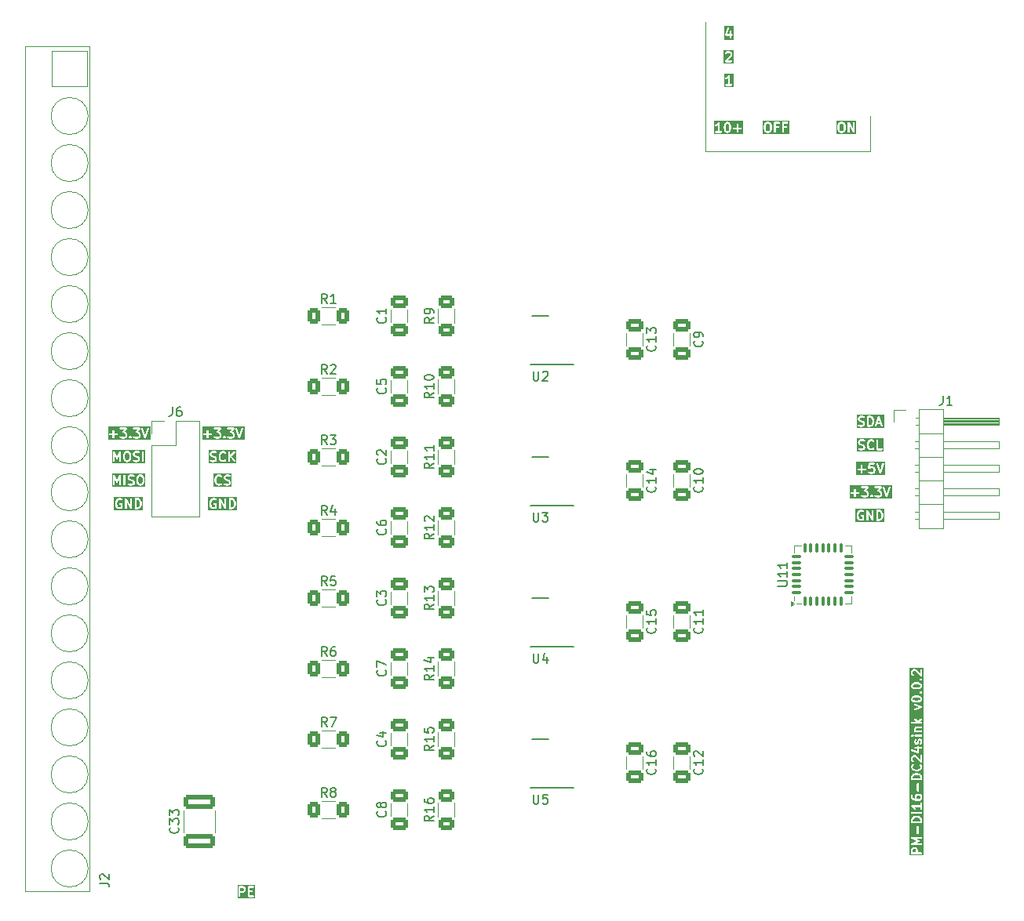
<source format=gbr>
%TF.GenerationSoftware,KiCad,Pcbnew,8.0.4-8.0.4-0~ubuntu22.04.1*%
%TF.CreationDate,2024-08-10T21:57:20+03:00*%
%TF.ProjectId,PM-DI16-DC24sink,504d2d44-4931-4362-9d44-43323473696e,rev?*%
%TF.SameCoordinates,Original*%
%TF.FileFunction,Legend,Top*%
%TF.FilePolarity,Positive*%
%FSLAX46Y46*%
G04 Gerber Fmt 4.6, Leading zero omitted, Abs format (unit mm)*
G04 Created by KiCad (PCBNEW 8.0.4-8.0.4-0~ubuntu22.04.1) date 2024-08-10 21:57:20*
%MOMM*%
%LPD*%
G01*
G04 APERTURE LIST*
G04 Aperture macros list*
%AMRoundRect*
0 Rectangle with rounded corners*
0 $1 Rounding radius*
0 $2 $3 $4 $5 $6 $7 $8 $9 X,Y pos of 4 corners*
0 Add a 4 corners polygon primitive as box body*
4,1,4,$2,$3,$4,$5,$6,$7,$8,$9,$2,$3,0*
0 Add four circle primitives for the rounded corners*
1,1,$1+$1,$2,$3*
1,1,$1+$1,$4,$5*
1,1,$1+$1,$6,$7*
1,1,$1+$1,$8,$9*
0 Add four rect primitives between the rounded corners*
20,1,$1+$1,$2,$3,$4,$5,0*
20,1,$1+$1,$4,$5,$6,$7,0*
20,1,$1+$1,$6,$7,$8,$9,0*
20,1,$1+$1,$8,$9,$2,$3,0*%
G04 Aperture macros list end*
%ADD10C,0.100000*%
%ADD11C,0.200000*%
%ADD12C,0.150000*%
%ADD13C,0.120000*%
%ADD14RoundRect,0.250000X0.625000X-0.400000X0.625000X0.400000X-0.625000X0.400000X-0.625000X-0.400000X0*%
%ADD15RoundRect,0.250000X-0.650000X0.412500X-0.650000X-0.412500X0.650000X-0.412500X0.650000X0.412500X0*%
%ADD16O,1.649999X0.399999*%
%ADD17RoundRect,0.250000X0.650000X-0.412500X0.650000X0.412500X-0.650000X0.412500X-0.650000X-0.412500X0*%
%ADD18RoundRect,0.250000X-0.400000X-0.625000X0.400000X-0.625000X0.400000X0.625000X-0.400000X0.625000X0*%
%ADD19R,1.700000X1.700000*%
%ADD20O,1.700000X1.700000*%
%ADD21RoundRect,0.075000X0.075000X-0.437500X0.075000X0.437500X-0.075000X0.437500X-0.075000X-0.437500X0*%
%ADD22RoundRect,0.075000X0.437500X-0.075000X0.437500X0.075000X-0.437500X0.075000X-0.437500X-0.075000X0*%
%ADD23R,4.250000X4.250000*%
%ADD24O,6.350000X6.350000*%
%ADD25R,3.500000X3.500000*%
%ADD26C,3.500000*%
%ADD27C,3.200000*%
%ADD28RoundRect,0.250000X1.450000X-0.537500X1.450000X0.537500X-1.450000X0.537500X-1.450000X-0.537500X0*%
G04 APERTURE END LIST*
D10*
X99060000Y-66040000D02*
X116840000Y-66040000D01*
X116840000Y-66040000D02*
X116840000Y-62230000D01*
X99060000Y-52070000D02*
X99060000Y-66040000D01*
D11*
G36*
X117928837Y-104997240D02*
G01*
X117995910Y-105064313D01*
X118031362Y-105135218D01*
X118073333Y-105303099D01*
X118073333Y-105421337D01*
X118031362Y-105589218D01*
X117995909Y-105660124D01*
X117928838Y-105727197D01*
X117823773Y-105762219D01*
X117701905Y-105762219D01*
X117701905Y-104962219D01*
X117823773Y-104962219D01*
X117928837Y-104997240D01*
G37*
G36*
X118384444Y-106073330D02*
G01*
X115295556Y-106073330D01*
X115295556Y-105290790D01*
X115406667Y-105290790D01*
X115406667Y-105433647D01*
X115407002Y-105437049D01*
X115406785Y-105438508D01*
X115407864Y-105445805D01*
X115408588Y-105453156D01*
X115409152Y-105454519D01*
X115409653Y-105457901D01*
X115457272Y-105648376D01*
X115457785Y-105649813D01*
X115457837Y-105650536D01*
X115460945Y-105658660D01*
X115463867Y-105666837D01*
X115464297Y-105667417D01*
X115464843Y-105668844D01*
X115512462Y-105764082D01*
X115517744Y-105772474D01*
X115518757Y-105774918D01*
X115521013Y-105777667D01*
X115522905Y-105780672D01*
X115524899Y-105782401D01*
X115531194Y-105790071D01*
X115626432Y-105885311D01*
X115641585Y-105897747D01*
X115644904Y-105899122D01*
X115647620Y-105901477D01*
X115665520Y-105909468D01*
X115808377Y-105957087D01*
X115818049Y-105959286D01*
X115820491Y-105960298D01*
X115824028Y-105960646D01*
X115827492Y-105961434D01*
X115830126Y-105961246D01*
X115840000Y-105962219D01*
X115935238Y-105962219D01*
X115945111Y-105961246D01*
X115947745Y-105961434D01*
X115951208Y-105960646D01*
X115954747Y-105960298D01*
X115957189Y-105959286D01*
X115966861Y-105957087D01*
X116109717Y-105909468D01*
X116127618Y-105901477D01*
X116130333Y-105899122D01*
X116133653Y-105897747D01*
X116148806Y-105885310D01*
X116196425Y-105837690D01*
X116208862Y-105822537D01*
X116223793Y-105786488D01*
X116225714Y-105766980D01*
X116225714Y-105433647D01*
X116223793Y-105414138D01*
X116208861Y-105378090D01*
X116181271Y-105350500D01*
X116145223Y-105335568D01*
X116125714Y-105333647D01*
X115935238Y-105333647D01*
X115915729Y-105335568D01*
X115879681Y-105350500D01*
X115852091Y-105378090D01*
X115837159Y-105414138D01*
X115837159Y-105453156D01*
X115852091Y-105489204D01*
X115879681Y-105516794D01*
X115915729Y-105531726D01*
X115935238Y-105533647D01*
X116025714Y-105533647D01*
X116025714Y-105725559D01*
X116024075Y-105727197D01*
X115919011Y-105762219D01*
X115856226Y-105762219D01*
X115751161Y-105727197D01*
X115684091Y-105660127D01*
X115648637Y-105589218D01*
X115606667Y-105421337D01*
X115606667Y-105303100D01*
X115648637Y-105135218D01*
X115684090Y-105064312D01*
X115751162Y-104997240D01*
X115856226Y-104962219D01*
X115959250Y-104962219D01*
X116033373Y-104999281D01*
X116051682Y-105006287D01*
X116090602Y-105009053D01*
X116127618Y-104996714D01*
X116157095Y-104971149D01*
X116174544Y-104936251D01*
X116177309Y-104897331D01*
X116165606Y-104862219D01*
X116454286Y-104862219D01*
X116454286Y-105862219D01*
X116456207Y-105881728D01*
X116471139Y-105917776D01*
X116498729Y-105945366D01*
X116534777Y-105960298D01*
X116573795Y-105960298D01*
X116609843Y-105945366D01*
X116637433Y-105917776D01*
X116652365Y-105881728D01*
X116654286Y-105862219D01*
X116654286Y-105238775D01*
X117038890Y-105911833D01*
X117041808Y-105915943D01*
X117042567Y-105917776D01*
X117044433Y-105919642D01*
X117050237Y-105927818D01*
X117060753Y-105935962D01*
X117070157Y-105945366D01*
X117076044Y-105947804D01*
X117081086Y-105951709D01*
X117093918Y-105955208D01*
X117106205Y-105960298D01*
X117112581Y-105960298D01*
X117118730Y-105961975D01*
X117131923Y-105960298D01*
X117145223Y-105960298D01*
X117151111Y-105957858D01*
X117157436Y-105957055D01*
X117168985Y-105950454D01*
X117181271Y-105945366D01*
X117185778Y-105940858D01*
X117191313Y-105937696D01*
X117199457Y-105927179D01*
X117208861Y-105917776D01*
X117211299Y-105911888D01*
X117215204Y-105906847D01*
X117218703Y-105894014D01*
X117223793Y-105881728D01*
X117224775Y-105871750D01*
X117225470Y-105869204D01*
X117225219Y-105867236D01*
X117225714Y-105862219D01*
X117225714Y-104862219D01*
X117501905Y-104862219D01*
X117501905Y-105862219D01*
X117503826Y-105881728D01*
X117518758Y-105917776D01*
X117546348Y-105945366D01*
X117582396Y-105960298D01*
X117601905Y-105962219D01*
X117840000Y-105962219D01*
X117849873Y-105961246D01*
X117852507Y-105961434D01*
X117855970Y-105960646D01*
X117859509Y-105960298D01*
X117861951Y-105959286D01*
X117871623Y-105957087D01*
X118014479Y-105909468D01*
X118032380Y-105901477D01*
X118035095Y-105899122D01*
X118038415Y-105897747D01*
X118053568Y-105885310D01*
X118148806Y-105790071D01*
X118155098Y-105782404D01*
X118157095Y-105780673D01*
X118158988Y-105777665D01*
X118161243Y-105774918D01*
X118162254Y-105772476D01*
X118167538Y-105764082D01*
X118215157Y-105668845D01*
X118215703Y-105667416D01*
X118216133Y-105666837D01*
X118219054Y-105658660D01*
X118222163Y-105650536D01*
X118222214Y-105649815D01*
X118222728Y-105648377D01*
X118270347Y-105457901D01*
X118270847Y-105454519D01*
X118271412Y-105453156D01*
X118272135Y-105445805D01*
X118273215Y-105438508D01*
X118272997Y-105437049D01*
X118273333Y-105433647D01*
X118273333Y-105290790D01*
X118272997Y-105287387D01*
X118273215Y-105285929D01*
X118272135Y-105278631D01*
X118271412Y-105271281D01*
X118270847Y-105269917D01*
X118270347Y-105266536D01*
X118222728Y-105076060D01*
X118222214Y-105074621D01*
X118222163Y-105073901D01*
X118219054Y-105065776D01*
X118216133Y-105057600D01*
X118215703Y-105057020D01*
X118215157Y-105055592D01*
X118167538Y-104960355D01*
X118162251Y-104951956D01*
X118161242Y-104949519D01*
X118158990Y-104946775D01*
X118157095Y-104943764D01*
X118155097Y-104942031D01*
X118148806Y-104934365D01*
X118053568Y-104839127D01*
X118038414Y-104826691D01*
X118035095Y-104825316D01*
X118032380Y-104822961D01*
X118014479Y-104814970D01*
X117871623Y-104767351D01*
X117861951Y-104765151D01*
X117859509Y-104764140D01*
X117855970Y-104763791D01*
X117852507Y-104763004D01*
X117849873Y-104763191D01*
X117840000Y-104762219D01*
X117601905Y-104762219D01*
X117582396Y-104764140D01*
X117546348Y-104779072D01*
X117518758Y-104806662D01*
X117503826Y-104842710D01*
X117501905Y-104862219D01*
X117225714Y-104862219D01*
X117223793Y-104842710D01*
X117208861Y-104806662D01*
X117181271Y-104779072D01*
X117145223Y-104764140D01*
X117106205Y-104764140D01*
X117070157Y-104779072D01*
X117042567Y-104806662D01*
X117027635Y-104842710D01*
X117025714Y-104862219D01*
X117025714Y-105485662D01*
X116641110Y-104812605D01*
X116638191Y-104808494D01*
X116637433Y-104806662D01*
X116635566Y-104804795D01*
X116629763Y-104796620D01*
X116619248Y-104788477D01*
X116609843Y-104779072D01*
X116603952Y-104776632D01*
X116598914Y-104772730D01*
X116586085Y-104769231D01*
X116573795Y-104764140D01*
X116567420Y-104764140D01*
X116561271Y-104762463D01*
X116548078Y-104764140D01*
X116534777Y-104764140D01*
X116528888Y-104766579D01*
X116522564Y-104767383D01*
X116511014Y-104773983D01*
X116498729Y-104779072D01*
X116494221Y-104783579D01*
X116488687Y-104786742D01*
X116480544Y-104797256D01*
X116471139Y-104806662D01*
X116468699Y-104812552D01*
X116464797Y-104817591D01*
X116461298Y-104830419D01*
X116456207Y-104842710D01*
X116455224Y-104852687D01*
X116454530Y-104855234D01*
X116454780Y-104857201D01*
X116454286Y-104862219D01*
X116165606Y-104862219D01*
X116164971Y-104860315D01*
X116139406Y-104830838D01*
X116122816Y-104820395D01*
X116027578Y-104772776D01*
X116009270Y-104765770D01*
X116005686Y-104765515D01*
X116002366Y-104764140D01*
X115982857Y-104762219D01*
X115840000Y-104762219D01*
X115830126Y-104763191D01*
X115827492Y-104763004D01*
X115824028Y-104763791D01*
X115820491Y-104764140D01*
X115818049Y-104765151D01*
X115808377Y-104767351D01*
X115665520Y-104814970D01*
X115647620Y-104822961D01*
X115644904Y-104825316D01*
X115641586Y-104826691D01*
X115626432Y-104839127D01*
X115531194Y-104934365D01*
X115524899Y-104942035D01*
X115522905Y-104943765D01*
X115521011Y-104946772D01*
X115518758Y-104949519D01*
X115517747Y-104951958D01*
X115512462Y-104960355D01*
X115464843Y-105055593D01*
X115464297Y-105057019D01*
X115463867Y-105057600D01*
X115460945Y-105065776D01*
X115457837Y-105073901D01*
X115457785Y-105074623D01*
X115457272Y-105076061D01*
X115409653Y-105266536D01*
X115409152Y-105269917D01*
X115408588Y-105271281D01*
X115407864Y-105278631D01*
X115406785Y-105285929D01*
X115407002Y-105287387D01*
X115406667Y-105290790D01*
X115295556Y-105290790D01*
X115295556Y-104651108D01*
X118384444Y-104651108D01*
X118384444Y-106073330D01*
G37*
G36*
X118478897Y-100993330D02*
G01*
X115345096Y-100993330D01*
X115345096Y-100381757D01*
X115456207Y-100381757D01*
X115456207Y-100420775D01*
X115471139Y-100456823D01*
X115498729Y-100484413D01*
X115534777Y-100499345D01*
X115554286Y-100501266D01*
X115835238Y-100501266D01*
X115835238Y-100782219D01*
X115837159Y-100801728D01*
X115852091Y-100837776D01*
X115879681Y-100865366D01*
X115915729Y-100880298D01*
X115954747Y-100880298D01*
X115990795Y-100865366D01*
X116018385Y-100837776D01*
X116033317Y-100801728D01*
X116035238Y-100782219D01*
X116035238Y-100501266D01*
X116316191Y-100501266D01*
X116335700Y-100499345D01*
X116371748Y-100484413D01*
X116399338Y-100456823D01*
X116414270Y-100420775D01*
X116414270Y-100381757D01*
X116399338Y-100345709D01*
X116371748Y-100318119D01*
X116335700Y-100303187D01*
X116316191Y-100301266D01*
X116035238Y-100301266D01*
X116035238Y-100268062D01*
X116645229Y-100268062D01*
X116646683Y-100272880D01*
X116646683Y-100277918D01*
X116652279Y-100291427D01*
X116656500Y-100305417D01*
X116659687Y-100309313D01*
X116661615Y-100313966D01*
X116671951Y-100324302D01*
X116681207Y-100335615D01*
X116685644Y-100337995D01*
X116689205Y-100341556D01*
X116702710Y-100347150D01*
X116715591Y-100354060D01*
X116720600Y-100354560D01*
X116725253Y-100356488D01*
X116739874Y-100356488D01*
X116754415Y-100357942D01*
X116759234Y-100356488D01*
X116764271Y-100356488D01*
X116777780Y-100350891D01*
X116791770Y-100346671D01*
X116795666Y-100343483D01*
X116800319Y-100341556D01*
X116815473Y-100329120D01*
X116851616Y-100292975D01*
X116911226Y-100263171D01*
X117102107Y-100263171D01*
X117161716Y-100292976D01*
X117186385Y-100317644D01*
X117216190Y-100377254D01*
X117216190Y-100568135D01*
X117186385Y-100627743D01*
X117161716Y-100652413D01*
X117102107Y-100682219D01*
X116911226Y-100682219D01*
X116851616Y-100652414D01*
X116815473Y-100616270D01*
X116800320Y-100603833D01*
X116764272Y-100588902D01*
X116725254Y-100588901D01*
X116689205Y-100603832D01*
X116661615Y-100631422D01*
X116646684Y-100667470D01*
X116646683Y-100706488D01*
X116661614Y-100742537D01*
X116674051Y-100757690D01*
X116721669Y-100805310D01*
X116729337Y-100811603D01*
X116731069Y-100813600D01*
X116734077Y-100815493D01*
X116736823Y-100817747D01*
X116739263Y-100818757D01*
X116747660Y-100824043D01*
X116842897Y-100871662D01*
X116861206Y-100878668D01*
X116864789Y-100878922D01*
X116868110Y-100880298D01*
X116887619Y-100882219D01*
X117125714Y-100882219D01*
X117145223Y-100880298D01*
X117148543Y-100878922D01*
X117152127Y-100878668D01*
X117170435Y-100871662D01*
X117265673Y-100824043D01*
X117274068Y-100818758D01*
X117276510Y-100817747D01*
X117279257Y-100815491D01*
X117282263Y-100813600D01*
X117283993Y-100811605D01*
X117291663Y-100805310D01*
X117339282Y-100757690D01*
X117345574Y-100750023D01*
X117347571Y-100748292D01*
X117349464Y-100745284D01*
X117351719Y-100742537D01*
X117352730Y-100740095D01*
X117358014Y-100731701D01*
X117405633Y-100636464D01*
X117412639Y-100618155D01*
X117412893Y-100614571D01*
X117414269Y-100611251D01*
X117416190Y-100591742D01*
X117416190Y-100353647D01*
X117414269Y-100334138D01*
X117412893Y-100330817D01*
X117412639Y-100327234D01*
X117405633Y-100308925D01*
X117358014Y-100213688D01*
X117352728Y-100205291D01*
X117351718Y-100202851D01*
X117349464Y-100200105D01*
X117347571Y-100197097D01*
X117345573Y-100195364D01*
X117339281Y-100187698D01*
X117291663Y-100140079D01*
X117283992Y-100133784D01*
X117282263Y-100131790D01*
X117279255Y-100129896D01*
X117276509Y-100127643D01*
X117274069Y-100126632D01*
X117265673Y-100121347D01*
X117170435Y-100073728D01*
X117152127Y-100066722D01*
X117148543Y-100066467D01*
X117145223Y-100065092D01*
X117125714Y-100063171D01*
X116887619Y-100063171D01*
X116868110Y-100065092D01*
X116864789Y-100066467D01*
X116864452Y-100066491D01*
X116882880Y-99882219D01*
X117268571Y-99882219D01*
X117288080Y-99880298D01*
X117324128Y-99865366D01*
X117351718Y-99837776D01*
X117366650Y-99801728D01*
X117366650Y-99794726D01*
X117502690Y-99794726D01*
X117507037Y-99813842D01*
X117840370Y-100813841D01*
X117848361Y-100831742D01*
X117853044Y-100837141D01*
X117856239Y-100843531D01*
X117865710Y-100851746D01*
X117873926Y-100861218D01*
X117880314Y-100864412D01*
X117885715Y-100869096D01*
X117897616Y-100873063D01*
X117908825Y-100878667D01*
X117915949Y-100879173D01*
X117922731Y-100881434D01*
X117935240Y-100880544D01*
X117947745Y-100881434D01*
X117954523Y-100879174D01*
X117961651Y-100878668D01*
X117972867Y-100873059D01*
X117984761Y-100869095D01*
X117990158Y-100864414D01*
X117996550Y-100861218D01*
X118004768Y-100851742D01*
X118014237Y-100843530D01*
X118017430Y-100837143D01*
X118022115Y-100831742D01*
X118030106Y-100813842D01*
X118363439Y-99813842D01*
X118367786Y-99794727D01*
X118365020Y-99755807D01*
X118347570Y-99720908D01*
X118318094Y-99695343D01*
X118281078Y-99683004D01*
X118242158Y-99685771D01*
X118207259Y-99703220D01*
X118181694Y-99732696D01*
X118173703Y-99750597D01*
X117935238Y-100465991D01*
X117696773Y-99750596D01*
X117688782Y-99732696D01*
X117663217Y-99703220D01*
X117628318Y-99685770D01*
X117589398Y-99683004D01*
X117552382Y-99695342D01*
X117522906Y-99720907D01*
X117505456Y-99755806D01*
X117502690Y-99794726D01*
X117366650Y-99794726D01*
X117366650Y-99762710D01*
X117351718Y-99726662D01*
X117324128Y-99699072D01*
X117288080Y-99684140D01*
X117268571Y-99682219D01*
X116792381Y-99682219D01*
X116785164Y-99682929D01*
X116782728Y-99682686D01*
X116780349Y-99683403D01*
X116772872Y-99684140D01*
X116759362Y-99689736D01*
X116745373Y-99693957D01*
X116741476Y-99697144D01*
X116736824Y-99699072D01*
X116726487Y-99709408D01*
X116715175Y-99718664D01*
X116712794Y-99723101D01*
X116709234Y-99726662D01*
X116703639Y-99740167D01*
X116696730Y-99753048D01*
X116695253Y-99760412D01*
X116694302Y-99762710D01*
X116694302Y-99765160D01*
X116692877Y-99772269D01*
X116645258Y-100248459D01*
X116645229Y-100268062D01*
X116035238Y-100268062D01*
X116035238Y-100020314D01*
X116033317Y-100000805D01*
X116018385Y-99964757D01*
X115990795Y-99937167D01*
X115954747Y-99922235D01*
X115915729Y-99922235D01*
X115879681Y-99937167D01*
X115852091Y-99964757D01*
X115837159Y-100000805D01*
X115835238Y-100020314D01*
X115835238Y-100301266D01*
X115554286Y-100301266D01*
X115534777Y-100303187D01*
X115498729Y-100318119D01*
X115471139Y-100345709D01*
X115456207Y-100381757D01*
X115345096Y-100381757D01*
X115345096Y-99571108D01*
X118478897Y-99571108D01*
X118478897Y-100993330D01*
G37*
G36*
X38246953Y-101182023D02*
G01*
X38311132Y-101246202D01*
X38349047Y-101397861D01*
X38349047Y-101706575D01*
X38311131Y-101858235D01*
X38246955Y-101922413D01*
X38187345Y-101952219D01*
X38044083Y-101952219D01*
X37984473Y-101922414D01*
X37920296Y-101858236D01*
X37882381Y-101706575D01*
X37882381Y-101397862D01*
X37920296Y-101246202D01*
X37984475Y-101182023D01*
X38044083Y-101152219D01*
X38187345Y-101152219D01*
X38246953Y-101182023D01*
G37*
G36*
X38660158Y-102263330D02*
G01*
X35047461Y-102263330D01*
X35047461Y-101052219D01*
X35158572Y-101052219D01*
X35158572Y-102052219D01*
X35160493Y-102071728D01*
X35175425Y-102107776D01*
X35203015Y-102135366D01*
X35239063Y-102150298D01*
X35278081Y-102150298D01*
X35314129Y-102135366D01*
X35341719Y-102107776D01*
X35356651Y-102071728D01*
X35358572Y-102052219D01*
X35358572Y-101502975D01*
X35501287Y-101808793D01*
X35505519Y-101815938D01*
X35506399Y-101818356D01*
X35507964Y-101820065D01*
X35511278Y-101825659D01*
X35522488Y-101835925D01*
X35532750Y-101847131D01*
X35536775Y-101849009D01*
X35540053Y-101852011D01*
X35554335Y-101857204D01*
X35568108Y-101863632D01*
X35572547Y-101863827D01*
X35576722Y-101865345D01*
X35591905Y-101864677D01*
X35607088Y-101865345D01*
X35611261Y-101863827D01*
X35615703Y-101863632D01*
X35629487Y-101857199D01*
X35643757Y-101852010D01*
X35647030Y-101849012D01*
X35651060Y-101847132D01*
X35661329Y-101835917D01*
X35672532Y-101825659D01*
X35675843Y-101820068D01*
X35677412Y-101818356D01*
X35678292Y-101815934D01*
X35682523Y-101808793D01*
X35825238Y-101502974D01*
X35825238Y-102052219D01*
X35827159Y-102071728D01*
X35842091Y-102107776D01*
X35869681Y-102135366D01*
X35905729Y-102150298D01*
X35944747Y-102150298D01*
X35980795Y-102135366D01*
X36008385Y-102107776D01*
X36023317Y-102071728D01*
X36025238Y-102052219D01*
X36025238Y-101052219D01*
X36301429Y-101052219D01*
X36301429Y-102052219D01*
X36303350Y-102071728D01*
X36318282Y-102107776D01*
X36345872Y-102135366D01*
X36381920Y-102150298D01*
X36420938Y-102150298D01*
X36456986Y-102135366D01*
X36484576Y-102107776D01*
X36499508Y-102071728D01*
X36501429Y-102052219D01*
X36501429Y-101242695D01*
X36730000Y-101242695D01*
X36730000Y-101337933D01*
X36731921Y-101357442D01*
X36733296Y-101360762D01*
X36733551Y-101364346D01*
X36740557Y-101382654D01*
X36788176Y-101477892D01*
X36793461Y-101486288D01*
X36794472Y-101488728D01*
X36796725Y-101491474D01*
X36798619Y-101494482D01*
X36800613Y-101496211D01*
X36806908Y-101503882D01*
X36854527Y-101551500D01*
X36862193Y-101557792D01*
X36863926Y-101559790D01*
X36866934Y-101561683D01*
X36869680Y-101563937D01*
X36872120Y-101564947D01*
X36880517Y-101570233D01*
X36975754Y-101617852D01*
X36977182Y-101618398D01*
X36977762Y-101618828D01*
X36985938Y-101621749D01*
X36994063Y-101624858D01*
X36994783Y-101624909D01*
X36996222Y-101625423D01*
X37176047Y-101670379D01*
X37246954Y-101705833D01*
X37271623Y-101730501D01*
X37301428Y-101790111D01*
X37301428Y-101838135D01*
X37271623Y-101897743D01*
X37246954Y-101922413D01*
X37187345Y-101952219D01*
X36989083Y-101952219D01*
X36861623Y-101909732D01*
X36842507Y-101905385D01*
X36803587Y-101908151D01*
X36768688Y-101925601D01*
X36743123Y-101955077D01*
X36730785Y-101992093D01*
X36733551Y-102031013D01*
X36751001Y-102065912D01*
X36780477Y-102091477D01*
X36798377Y-102099468D01*
X36941234Y-102147087D01*
X36950906Y-102149286D01*
X36953348Y-102150298D01*
X36956885Y-102150646D01*
X36960349Y-102151434D01*
X36962983Y-102151246D01*
X36972857Y-102152219D01*
X37210952Y-102152219D01*
X37230461Y-102150298D01*
X37233781Y-102148922D01*
X37237365Y-102148668D01*
X37255673Y-102141662D01*
X37350911Y-102094043D01*
X37359306Y-102088758D01*
X37361748Y-102087747D01*
X37364495Y-102085491D01*
X37367501Y-102083600D01*
X37369231Y-102081605D01*
X37376901Y-102075310D01*
X37424520Y-102027690D01*
X37430812Y-102020023D01*
X37432809Y-102018292D01*
X37434702Y-102015284D01*
X37436957Y-102012537D01*
X37437968Y-102010095D01*
X37443252Y-102001701D01*
X37490871Y-101906464D01*
X37497877Y-101888155D01*
X37498131Y-101884571D01*
X37499507Y-101881251D01*
X37501428Y-101861742D01*
X37501428Y-101766504D01*
X37499507Y-101746995D01*
X37498131Y-101743674D01*
X37497877Y-101740091D01*
X37490871Y-101721782D01*
X37443252Y-101626545D01*
X37437966Y-101618148D01*
X37436956Y-101615708D01*
X37434702Y-101612962D01*
X37432809Y-101609954D01*
X37430811Y-101608221D01*
X37424519Y-101600555D01*
X37376901Y-101552936D01*
X37369230Y-101546641D01*
X37367501Y-101544647D01*
X37364493Y-101542753D01*
X37361747Y-101540500D01*
X37359307Y-101539489D01*
X37350911Y-101534204D01*
X37255673Y-101486585D01*
X37254246Y-101486039D01*
X37253666Y-101485609D01*
X37245489Y-101482687D01*
X37237365Y-101479579D01*
X37236642Y-101479527D01*
X37235205Y-101479014D01*
X37055380Y-101434057D01*
X36984473Y-101398604D01*
X36971422Y-101385552D01*
X37682381Y-101385552D01*
X37682381Y-101718885D01*
X37682716Y-101722287D01*
X37682499Y-101723746D01*
X37683578Y-101731043D01*
X37684302Y-101738394D01*
X37684866Y-101739757D01*
X37685367Y-101743139D01*
X37732986Y-101933614D01*
X37739581Y-101952075D01*
X37744006Y-101958047D01*
X37746852Y-101964918D01*
X37759289Y-101980071D01*
X37854527Y-102075311D01*
X37862195Y-102081604D01*
X37863926Y-102083600D01*
X37866933Y-102085493D01*
X37869680Y-102087747D01*
X37872120Y-102088757D01*
X37880517Y-102094043D01*
X37975754Y-102141662D01*
X37994063Y-102148668D01*
X37997646Y-102148922D01*
X38000967Y-102150298D01*
X38020476Y-102152219D01*
X38210952Y-102152219D01*
X38230461Y-102150298D01*
X38233781Y-102148922D01*
X38237365Y-102148668D01*
X38255673Y-102141662D01*
X38350911Y-102094043D01*
X38359306Y-102088758D01*
X38361748Y-102087747D01*
X38364495Y-102085491D01*
X38367501Y-102083600D01*
X38369231Y-102081605D01*
X38376901Y-102075310D01*
X38472139Y-101980071D01*
X38484576Y-101964918D01*
X38487421Y-101958047D01*
X38491847Y-101952075D01*
X38498442Y-101933615D01*
X38546061Y-101743139D01*
X38546561Y-101739757D01*
X38547126Y-101738394D01*
X38547849Y-101731043D01*
X38548929Y-101723746D01*
X38548711Y-101722287D01*
X38549047Y-101718885D01*
X38549047Y-101385552D01*
X38548711Y-101382149D01*
X38548929Y-101380691D01*
X38547849Y-101373393D01*
X38547126Y-101366043D01*
X38546561Y-101364679D01*
X38546061Y-101361298D01*
X38498442Y-101170822D01*
X38491847Y-101152362D01*
X38487420Y-101146387D01*
X38484575Y-101139519D01*
X38472139Y-101124365D01*
X38376901Y-101029127D01*
X38369230Y-101022832D01*
X38367501Y-101020838D01*
X38364493Y-101018944D01*
X38361747Y-101016691D01*
X38359307Y-101015680D01*
X38350911Y-101010395D01*
X38255673Y-100962776D01*
X38237365Y-100955770D01*
X38233781Y-100955515D01*
X38230461Y-100954140D01*
X38210952Y-100952219D01*
X38020476Y-100952219D01*
X38000967Y-100954140D01*
X37997646Y-100955515D01*
X37994063Y-100955770D01*
X37975754Y-100962776D01*
X37880517Y-101010395D01*
X37872118Y-101015681D01*
X37869681Y-101016691D01*
X37866937Y-101018942D01*
X37863926Y-101020838D01*
X37862193Y-101022835D01*
X37854527Y-101029127D01*
X37759289Y-101124365D01*
X37746853Y-101139519D01*
X37744007Y-101146387D01*
X37739581Y-101152362D01*
X37732986Y-101170823D01*
X37685367Y-101361298D01*
X37684866Y-101364679D01*
X37684302Y-101366043D01*
X37683578Y-101373393D01*
X37682499Y-101380691D01*
X37682716Y-101382149D01*
X37682381Y-101385552D01*
X36971422Y-101385552D01*
X36959805Y-101373935D01*
X36930000Y-101314325D01*
X36930000Y-101266302D01*
X36959805Y-101206692D01*
X36984473Y-101182023D01*
X37044083Y-101152219D01*
X37242344Y-101152219D01*
X37369805Y-101194706D01*
X37388920Y-101199053D01*
X37427840Y-101196287D01*
X37462739Y-101178837D01*
X37488304Y-101149361D01*
X37500643Y-101112345D01*
X37497876Y-101073425D01*
X37480427Y-101038526D01*
X37450951Y-101012961D01*
X37433050Y-101004970D01*
X37290194Y-100957351D01*
X37280522Y-100955151D01*
X37278080Y-100954140D01*
X37274541Y-100953791D01*
X37271078Y-100953004D01*
X37268444Y-100953191D01*
X37258571Y-100952219D01*
X37020476Y-100952219D01*
X37000967Y-100954140D01*
X36997646Y-100955515D01*
X36994063Y-100955770D01*
X36975754Y-100962776D01*
X36880517Y-101010395D01*
X36872120Y-101015680D01*
X36869680Y-101016691D01*
X36866934Y-101018944D01*
X36863926Y-101020838D01*
X36862193Y-101022835D01*
X36854527Y-101029128D01*
X36806908Y-101076746D01*
X36800613Y-101084416D01*
X36798619Y-101086146D01*
X36796725Y-101089153D01*
X36794472Y-101091900D01*
X36793461Y-101094339D01*
X36788176Y-101102736D01*
X36740557Y-101197974D01*
X36733551Y-101216282D01*
X36733296Y-101219865D01*
X36731921Y-101223186D01*
X36730000Y-101242695D01*
X36501429Y-101242695D01*
X36501429Y-101052219D01*
X36499508Y-101032710D01*
X36484576Y-100996662D01*
X36456986Y-100969072D01*
X36420938Y-100954140D01*
X36381920Y-100954140D01*
X36345872Y-100969072D01*
X36318282Y-100996662D01*
X36303350Y-101032710D01*
X36301429Y-101052219D01*
X36025238Y-101052219D01*
X36023975Y-101039395D01*
X36024079Y-101037036D01*
X36023618Y-101035768D01*
X36023317Y-101032710D01*
X36016676Y-101016679D01*
X36010745Y-101000367D01*
X36009238Y-100998721D01*
X36008385Y-100996662D01*
X35996123Y-100984400D01*
X35984393Y-100971591D01*
X35982369Y-100970646D01*
X35980795Y-100969072D01*
X35964779Y-100962437D01*
X35949036Y-100955091D01*
X35946806Y-100954993D01*
X35944747Y-100954140D01*
X35927395Y-100954140D01*
X35910055Y-100953378D01*
X35907959Y-100954140D01*
X35905729Y-100954140D01*
X35889698Y-100960780D01*
X35873386Y-100966712D01*
X35871740Y-100968218D01*
X35869681Y-100969072D01*
X35857413Y-100981339D01*
X35844611Y-100993064D01*
X35843044Y-100995708D01*
X35842091Y-100996662D01*
X35841187Y-100998843D01*
X35834620Y-101009930D01*
X35591904Y-101530033D01*
X35349190Y-101009930D01*
X35342622Y-100998843D01*
X35341719Y-100996662D01*
X35340765Y-100995708D01*
X35339199Y-100993064D01*
X35326402Y-100981345D01*
X35314129Y-100969072D01*
X35312067Y-100968218D01*
X35310424Y-100966713D01*
X35294122Y-100960784D01*
X35278081Y-100954140D01*
X35275850Y-100954140D01*
X35273755Y-100953378D01*
X35256415Y-100954140D01*
X35239063Y-100954140D01*
X35237003Y-100954993D01*
X35234775Y-100955091D01*
X35219044Y-100962432D01*
X35203015Y-100969072D01*
X35201438Y-100970648D01*
X35199417Y-100971592D01*
X35187698Y-100984388D01*
X35175425Y-100996662D01*
X35174571Y-100998723D01*
X35173066Y-101000367D01*
X35167137Y-101016668D01*
X35160493Y-101032710D01*
X35160191Y-101035768D01*
X35159731Y-101037036D01*
X35159834Y-101039395D01*
X35158572Y-101052219D01*
X35047461Y-101052219D01*
X35047461Y-100841108D01*
X38660158Y-100841108D01*
X38660158Y-102263330D01*
G37*
G36*
X49343182Y-97183330D02*
G01*
X44780810Y-97183330D01*
X44780810Y-96571757D01*
X44891921Y-96571757D01*
X44891921Y-96610775D01*
X44906853Y-96646823D01*
X44934443Y-96674413D01*
X44970491Y-96689345D01*
X44990000Y-96691266D01*
X45270952Y-96691266D01*
X45270952Y-96972219D01*
X45272873Y-96991728D01*
X45287805Y-97027776D01*
X45315395Y-97055366D01*
X45351443Y-97070298D01*
X45390461Y-97070298D01*
X45426509Y-97055366D01*
X45454099Y-97027776D01*
X45469031Y-96991728D01*
X45470952Y-96972219D01*
X45470952Y-96691266D01*
X45751905Y-96691266D01*
X45771414Y-96689345D01*
X45807462Y-96674413D01*
X45835052Y-96646823D01*
X45849984Y-96610775D01*
X45849984Y-96571757D01*
X45835052Y-96535709D01*
X45807462Y-96508119D01*
X45771414Y-96493187D01*
X45751905Y-96491266D01*
X45470952Y-96491266D01*
X45470952Y-96210314D01*
X45469031Y-96190805D01*
X45454099Y-96154757D01*
X45426509Y-96127167D01*
X45390461Y-96112235D01*
X45351443Y-96112235D01*
X45315395Y-96127167D01*
X45287805Y-96154757D01*
X45272873Y-96190805D01*
X45270952Y-96210314D01*
X45270952Y-96491266D01*
X44990000Y-96491266D01*
X44970491Y-96493187D01*
X44934443Y-96508119D01*
X44906853Y-96535709D01*
X44891921Y-96571757D01*
X44780810Y-96571757D01*
X44780810Y-95952710D01*
X46034778Y-95952710D01*
X46034778Y-95991728D01*
X46049710Y-96027776D01*
X46077300Y-96055366D01*
X46113348Y-96070298D01*
X46132857Y-96072219D01*
X46531527Y-96072219D01*
X46343313Y-96287321D01*
X46337283Y-96295754D01*
X46335424Y-96297614D01*
X46334693Y-96299377D01*
X46331912Y-96303268D01*
X46326707Y-96318656D01*
X46320492Y-96333662D01*
X46320492Y-96337035D01*
X46319412Y-96340229D01*
X46320492Y-96356431D01*
X46320492Y-96372680D01*
X46321782Y-96375795D01*
X46322007Y-96379161D01*
X46329207Y-96393721D01*
X46335424Y-96408728D01*
X46337808Y-96411112D01*
X46339304Y-96414136D01*
X46351529Y-96424833D01*
X46363014Y-96436318D01*
X46366128Y-96437608D01*
X46368668Y-96439830D01*
X46384056Y-96445034D01*
X46399062Y-96451250D01*
X46403821Y-96451718D01*
X46405629Y-96452330D01*
X46408253Y-96452155D01*
X46418571Y-96453171D01*
X46537821Y-96453171D01*
X46597430Y-96482976D01*
X46622099Y-96507644D01*
X46651904Y-96567254D01*
X46651904Y-96758135D01*
X46622099Y-96817743D01*
X46597430Y-96842413D01*
X46537821Y-96872219D01*
X46299321Y-96872219D01*
X46239711Y-96842414D01*
X46203568Y-96806270D01*
X46188415Y-96793833D01*
X46152367Y-96778902D01*
X46113349Y-96778901D01*
X46077300Y-96793832D01*
X46049710Y-96821422D01*
X46034779Y-96857470D01*
X46034778Y-96896488D01*
X46049709Y-96932537D01*
X46062146Y-96947690D01*
X46109764Y-96995310D01*
X46117432Y-97001603D01*
X46119164Y-97003600D01*
X46122172Y-97005493D01*
X46124918Y-97007747D01*
X46127358Y-97008757D01*
X46135755Y-97014043D01*
X46230992Y-97061662D01*
X46249301Y-97068668D01*
X46252884Y-97068922D01*
X46256205Y-97070298D01*
X46275714Y-97072219D01*
X46561428Y-97072219D01*
X46580937Y-97070298D01*
X46584257Y-97068922D01*
X46587841Y-97068668D01*
X46606149Y-97061662D01*
X46701387Y-97014043D01*
X46709782Y-97008758D01*
X46712224Y-97007747D01*
X46714971Y-97005491D01*
X46717977Y-97003600D01*
X46719707Y-97001605D01*
X46727377Y-96995310D01*
X46774996Y-96947690D01*
X46781288Y-96940023D01*
X46783285Y-96938292D01*
X46785178Y-96935284D01*
X46787433Y-96932537D01*
X46788444Y-96930095D01*
X46793728Y-96921701D01*
X46802033Y-96905091D01*
X47034778Y-96905091D01*
X47034778Y-96944109D01*
X47041241Y-96959711D01*
X47049710Y-96980158D01*
X47049714Y-96980162D01*
X47062146Y-96995311D01*
X47109765Y-97042929D01*
X47124918Y-97055366D01*
X47133921Y-97059095D01*
X47160967Y-97070298D01*
X47199985Y-97070298D01*
X47236033Y-97055366D01*
X47251187Y-97042930D01*
X47298805Y-96995311D01*
X47311242Y-96980158D01*
X47317994Y-96963856D01*
X47326173Y-96944110D01*
X47326174Y-96905092D01*
X47311243Y-96869043D01*
X47298806Y-96853890D01*
X47251187Y-96806270D01*
X47236034Y-96793833D01*
X47221102Y-96787648D01*
X47199985Y-96778901D01*
X47160967Y-96778901D01*
X47150409Y-96783274D01*
X47124919Y-96793832D01*
X47124918Y-96793833D01*
X47109764Y-96806270D01*
X47062146Y-96853890D01*
X47049709Y-96869043D01*
X47039696Y-96893219D01*
X47034778Y-96905091D01*
X46802033Y-96905091D01*
X46841347Y-96826464D01*
X46848353Y-96808155D01*
X46848607Y-96804571D01*
X46849983Y-96801251D01*
X46851904Y-96781742D01*
X46851904Y-96543647D01*
X46849983Y-96524138D01*
X46848607Y-96520817D01*
X46848353Y-96517234D01*
X46841347Y-96498925D01*
X46793728Y-96403688D01*
X46788442Y-96395291D01*
X46787432Y-96392851D01*
X46785178Y-96390105D01*
X46783285Y-96387097D01*
X46781287Y-96385364D01*
X46774995Y-96377698D01*
X46727377Y-96330079D01*
X46719706Y-96323784D01*
X46717977Y-96321790D01*
X46714969Y-96319896D01*
X46712223Y-96317643D01*
X46709783Y-96316632D01*
X46701387Y-96311347D01*
X46622539Y-96271923D01*
X46827162Y-96038069D01*
X46833191Y-96029635D01*
X46835051Y-96027776D01*
X46835781Y-96026012D01*
X46838563Y-96022122D01*
X46843767Y-96006733D01*
X46849983Y-95991728D01*
X46849983Y-95988354D01*
X46851063Y-95985161D01*
X46849983Y-95968958D01*
X46849983Y-95952710D01*
X47463349Y-95952710D01*
X47463349Y-95991728D01*
X47478281Y-96027776D01*
X47505871Y-96055366D01*
X47541919Y-96070298D01*
X47561428Y-96072219D01*
X47960098Y-96072219D01*
X47771884Y-96287321D01*
X47765854Y-96295754D01*
X47763995Y-96297614D01*
X47763264Y-96299377D01*
X47760483Y-96303268D01*
X47755278Y-96318656D01*
X47749063Y-96333662D01*
X47749063Y-96337035D01*
X47747983Y-96340229D01*
X47749063Y-96356431D01*
X47749063Y-96372680D01*
X47750353Y-96375795D01*
X47750578Y-96379161D01*
X47757778Y-96393721D01*
X47763995Y-96408728D01*
X47766379Y-96411112D01*
X47767875Y-96414136D01*
X47780100Y-96424833D01*
X47791585Y-96436318D01*
X47794699Y-96437608D01*
X47797239Y-96439830D01*
X47812627Y-96445034D01*
X47827633Y-96451250D01*
X47832392Y-96451718D01*
X47834200Y-96452330D01*
X47836824Y-96452155D01*
X47847142Y-96453171D01*
X47966392Y-96453171D01*
X48026001Y-96482976D01*
X48050670Y-96507644D01*
X48080475Y-96567254D01*
X48080475Y-96758135D01*
X48050670Y-96817743D01*
X48026001Y-96842413D01*
X47966392Y-96872219D01*
X47727892Y-96872219D01*
X47668282Y-96842414D01*
X47632139Y-96806270D01*
X47616986Y-96793833D01*
X47580938Y-96778902D01*
X47541920Y-96778901D01*
X47505871Y-96793832D01*
X47478281Y-96821422D01*
X47463350Y-96857470D01*
X47463349Y-96896488D01*
X47478280Y-96932537D01*
X47490717Y-96947690D01*
X47538335Y-96995310D01*
X47546003Y-97001603D01*
X47547735Y-97003600D01*
X47550743Y-97005493D01*
X47553489Y-97007747D01*
X47555929Y-97008757D01*
X47564326Y-97014043D01*
X47659563Y-97061662D01*
X47677872Y-97068668D01*
X47681455Y-97068922D01*
X47684776Y-97070298D01*
X47704285Y-97072219D01*
X47989999Y-97072219D01*
X48009508Y-97070298D01*
X48012828Y-97068922D01*
X48016412Y-97068668D01*
X48034720Y-97061662D01*
X48129958Y-97014043D01*
X48138353Y-97008758D01*
X48140795Y-97007747D01*
X48143542Y-97005491D01*
X48146548Y-97003600D01*
X48148278Y-97001605D01*
X48155948Y-96995310D01*
X48203567Y-96947690D01*
X48209859Y-96940023D01*
X48211856Y-96938292D01*
X48213749Y-96935284D01*
X48216004Y-96932537D01*
X48217015Y-96930095D01*
X48222299Y-96921701D01*
X48269918Y-96826464D01*
X48276924Y-96808155D01*
X48277178Y-96804571D01*
X48278554Y-96801251D01*
X48280475Y-96781742D01*
X48280475Y-96543647D01*
X48278554Y-96524138D01*
X48277178Y-96520817D01*
X48276924Y-96517234D01*
X48269918Y-96498925D01*
X48222299Y-96403688D01*
X48217013Y-96395291D01*
X48216003Y-96392851D01*
X48213749Y-96390105D01*
X48211856Y-96387097D01*
X48209858Y-96385364D01*
X48203566Y-96377698D01*
X48155948Y-96330079D01*
X48148277Y-96323784D01*
X48146548Y-96321790D01*
X48143540Y-96319896D01*
X48140794Y-96317643D01*
X48138354Y-96316632D01*
X48129958Y-96311347D01*
X48051110Y-96271923D01*
X48255733Y-96038069D01*
X48261762Y-96029635D01*
X48263622Y-96027776D01*
X48264352Y-96026012D01*
X48267134Y-96022122D01*
X48272338Y-96006733D01*
X48278554Y-95991728D01*
X48278554Y-95988354D01*
X48279634Y-95985161D01*
X48279605Y-95984726D01*
X48366975Y-95984726D01*
X48371322Y-96003842D01*
X48704655Y-97003841D01*
X48712646Y-97021742D01*
X48717329Y-97027141D01*
X48720524Y-97033531D01*
X48729995Y-97041746D01*
X48738211Y-97051218D01*
X48744599Y-97054412D01*
X48750000Y-97059096D01*
X48761901Y-97063063D01*
X48773110Y-97068667D01*
X48780234Y-97069173D01*
X48787016Y-97071434D01*
X48799525Y-97070544D01*
X48812030Y-97071434D01*
X48818808Y-97069174D01*
X48825936Y-97068668D01*
X48837152Y-97063059D01*
X48849046Y-97059095D01*
X48854443Y-97054414D01*
X48860835Y-97051218D01*
X48869053Y-97041742D01*
X48878522Y-97033530D01*
X48881715Y-97027143D01*
X48886400Y-97021742D01*
X48894391Y-97003842D01*
X49227724Y-96003842D01*
X49232071Y-95984727D01*
X49229305Y-95945807D01*
X49211855Y-95910908D01*
X49182379Y-95885343D01*
X49145363Y-95873004D01*
X49106443Y-95875771D01*
X49071544Y-95893220D01*
X49045979Y-95922696D01*
X49037988Y-95940597D01*
X48799523Y-96655991D01*
X48561058Y-95940596D01*
X48553067Y-95922696D01*
X48527502Y-95893220D01*
X48492603Y-95875770D01*
X48453683Y-95873004D01*
X48416667Y-95885342D01*
X48387191Y-95910907D01*
X48369741Y-95945806D01*
X48366975Y-95984726D01*
X48279605Y-95984726D01*
X48278554Y-95968958D01*
X48278554Y-95952710D01*
X48277263Y-95949594D01*
X48277039Y-95946229D01*
X48269836Y-95931663D01*
X48263622Y-95916662D01*
X48261238Y-95914278D01*
X48259743Y-95911254D01*
X48247509Y-95900549D01*
X48236032Y-95889072D01*
X48232918Y-95887782D01*
X48230379Y-95885560D01*
X48214987Y-95880354D01*
X48199984Y-95874140D01*
X48195224Y-95873671D01*
X48193417Y-95873060D01*
X48190792Y-95873234D01*
X48180475Y-95872219D01*
X47561428Y-95872219D01*
X47541919Y-95874140D01*
X47505871Y-95889072D01*
X47478281Y-95916662D01*
X47463349Y-95952710D01*
X46849983Y-95952710D01*
X46848692Y-95949594D01*
X46848468Y-95946229D01*
X46841265Y-95931663D01*
X46835051Y-95916662D01*
X46832667Y-95914278D01*
X46831172Y-95911254D01*
X46818938Y-95900549D01*
X46807461Y-95889072D01*
X46804347Y-95887782D01*
X46801808Y-95885560D01*
X46786416Y-95880354D01*
X46771413Y-95874140D01*
X46766653Y-95873671D01*
X46764846Y-95873060D01*
X46762221Y-95873234D01*
X46751904Y-95872219D01*
X46132857Y-95872219D01*
X46113348Y-95874140D01*
X46077300Y-95889072D01*
X46049710Y-95916662D01*
X46034778Y-95952710D01*
X44780810Y-95952710D01*
X44780810Y-95761108D01*
X49343182Y-95761108D01*
X49343182Y-97183330D01*
G37*
G36*
X119193182Y-103533330D02*
G01*
X114630810Y-103533330D01*
X114630810Y-102921757D01*
X114741921Y-102921757D01*
X114741921Y-102960775D01*
X114756853Y-102996823D01*
X114784443Y-103024413D01*
X114820491Y-103039345D01*
X114840000Y-103041266D01*
X115120952Y-103041266D01*
X115120952Y-103322219D01*
X115122873Y-103341728D01*
X115137805Y-103377776D01*
X115165395Y-103405366D01*
X115201443Y-103420298D01*
X115240461Y-103420298D01*
X115276509Y-103405366D01*
X115304099Y-103377776D01*
X115319031Y-103341728D01*
X115320952Y-103322219D01*
X115320952Y-103041266D01*
X115601905Y-103041266D01*
X115621414Y-103039345D01*
X115657462Y-103024413D01*
X115685052Y-102996823D01*
X115699984Y-102960775D01*
X115699984Y-102921757D01*
X115685052Y-102885709D01*
X115657462Y-102858119D01*
X115621414Y-102843187D01*
X115601905Y-102841266D01*
X115320952Y-102841266D01*
X115320952Y-102560314D01*
X115319031Y-102540805D01*
X115304099Y-102504757D01*
X115276509Y-102477167D01*
X115240461Y-102462235D01*
X115201443Y-102462235D01*
X115165395Y-102477167D01*
X115137805Y-102504757D01*
X115122873Y-102540805D01*
X115120952Y-102560314D01*
X115120952Y-102841266D01*
X114840000Y-102841266D01*
X114820491Y-102843187D01*
X114784443Y-102858119D01*
X114756853Y-102885709D01*
X114741921Y-102921757D01*
X114630810Y-102921757D01*
X114630810Y-102302710D01*
X115884778Y-102302710D01*
X115884778Y-102341728D01*
X115899710Y-102377776D01*
X115927300Y-102405366D01*
X115963348Y-102420298D01*
X115982857Y-102422219D01*
X116381527Y-102422219D01*
X116193313Y-102637321D01*
X116187283Y-102645754D01*
X116185424Y-102647614D01*
X116184693Y-102649377D01*
X116181912Y-102653268D01*
X116176707Y-102668656D01*
X116170492Y-102683662D01*
X116170492Y-102687035D01*
X116169412Y-102690229D01*
X116170492Y-102706431D01*
X116170492Y-102722680D01*
X116171782Y-102725795D01*
X116172007Y-102729161D01*
X116179207Y-102743721D01*
X116185424Y-102758728D01*
X116187808Y-102761112D01*
X116189304Y-102764136D01*
X116201529Y-102774833D01*
X116213014Y-102786318D01*
X116216128Y-102787608D01*
X116218668Y-102789830D01*
X116234056Y-102795034D01*
X116249062Y-102801250D01*
X116253821Y-102801718D01*
X116255629Y-102802330D01*
X116258253Y-102802155D01*
X116268571Y-102803171D01*
X116387821Y-102803171D01*
X116447430Y-102832976D01*
X116472099Y-102857644D01*
X116501904Y-102917254D01*
X116501904Y-103108135D01*
X116472099Y-103167743D01*
X116447430Y-103192413D01*
X116387821Y-103222219D01*
X116149321Y-103222219D01*
X116089711Y-103192414D01*
X116053568Y-103156270D01*
X116038415Y-103143833D01*
X116002367Y-103128902D01*
X115963349Y-103128901D01*
X115927300Y-103143832D01*
X115899710Y-103171422D01*
X115884779Y-103207470D01*
X115884778Y-103246488D01*
X115899709Y-103282537D01*
X115912146Y-103297690D01*
X115959764Y-103345310D01*
X115967432Y-103351603D01*
X115969164Y-103353600D01*
X115972172Y-103355493D01*
X115974918Y-103357747D01*
X115977358Y-103358757D01*
X115985755Y-103364043D01*
X116080992Y-103411662D01*
X116099301Y-103418668D01*
X116102884Y-103418922D01*
X116106205Y-103420298D01*
X116125714Y-103422219D01*
X116411428Y-103422219D01*
X116430937Y-103420298D01*
X116434257Y-103418922D01*
X116437841Y-103418668D01*
X116456149Y-103411662D01*
X116551387Y-103364043D01*
X116559782Y-103358758D01*
X116562224Y-103357747D01*
X116564971Y-103355491D01*
X116567977Y-103353600D01*
X116569707Y-103351605D01*
X116577377Y-103345310D01*
X116624996Y-103297690D01*
X116631288Y-103290023D01*
X116633285Y-103288292D01*
X116635178Y-103285284D01*
X116637433Y-103282537D01*
X116638444Y-103280095D01*
X116643728Y-103271701D01*
X116652033Y-103255091D01*
X116884778Y-103255091D01*
X116884778Y-103294109D01*
X116891241Y-103309711D01*
X116899710Y-103330158D01*
X116899714Y-103330162D01*
X116912146Y-103345311D01*
X116959765Y-103392929D01*
X116974918Y-103405366D01*
X116983921Y-103409095D01*
X117010967Y-103420298D01*
X117049985Y-103420298D01*
X117086033Y-103405366D01*
X117101187Y-103392930D01*
X117148805Y-103345311D01*
X117161242Y-103330158D01*
X117167994Y-103313856D01*
X117176173Y-103294110D01*
X117176174Y-103255092D01*
X117161243Y-103219043D01*
X117148806Y-103203890D01*
X117101187Y-103156270D01*
X117086034Y-103143833D01*
X117071102Y-103137648D01*
X117049985Y-103128901D01*
X117010967Y-103128901D01*
X117000409Y-103133274D01*
X116974919Y-103143832D01*
X116974918Y-103143833D01*
X116959764Y-103156270D01*
X116912146Y-103203890D01*
X116899709Y-103219043D01*
X116889696Y-103243219D01*
X116884778Y-103255091D01*
X116652033Y-103255091D01*
X116691347Y-103176464D01*
X116698353Y-103158155D01*
X116698607Y-103154571D01*
X116699983Y-103151251D01*
X116701904Y-103131742D01*
X116701904Y-102893647D01*
X116699983Y-102874138D01*
X116698607Y-102870817D01*
X116698353Y-102867234D01*
X116691347Y-102848925D01*
X116643728Y-102753688D01*
X116638442Y-102745291D01*
X116637432Y-102742851D01*
X116635178Y-102740105D01*
X116633285Y-102737097D01*
X116631287Y-102735364D01*
X116624995Y-102727698D01*
X116577377Y-102680079D01*
X116569706Y-102673784D01*
X116567977Y-102671790D01*
X116564969Y-102669896D01*
X116562223Y-102667643D01*
X116559783Y-102666632D01*
X116551387Y-102661347D01*
X116472539Y-102621923D01*
X116677162Y-102388069D01*
X116683191Y-102379635D01*
X116685051Y-102377776D01*
X116685781Y-102376012D01*
X116688563Y-102372122D01*
X116693767Y-102356733D01*
X116699983Y-102341728D01*
X116699983Y-102338354D01*
X116701063Y-102335161D01*
X116699983Y-102318958D01*
X116699983Y-102302710D01*
X117313349Y-102302710D01*
X117313349Y-102341728D01*
X117328281Y-102377776D01*
X117355871Y-102405366D01*
X117391919Y-102420298D01*
X117411428Y-102422219D01*
X117810098Y-102422219D01*
X117621884Y-102637321D01*
X117615854Y-102645754D01*
X117613995Y-102647614D01*
X117613264Y-102649377D01*
X117610483Y-102653268D01*
X117605278Y-102668656D01*
X117599063Y-102683662D01*
X117599063Y-102687035D01*
X117597983Y-102690229D01*
X117599063Y-102706431D01*
X117599063Y-102722680D01*
X117600353Y-102725795D01*
X117600578Y-102729161D01*
X117607778Y-102743721D01*
X117613995Y-102758728D01*
X117616379Y-102761112D01*
X117617875Y-102764136D01*
X117630100Y-102774833D01*
X117641585Y-102786318D01*
X117644699Y-102787608D01*
X117647239Y-102789830D01*
X117662627Y-102795034D01*
X117677633Y-102801250D01*
X117682392Y-102801718D01*
X117684200Y-102802330D01*
X117686824Y-102802155D01*
X117697142Y-102803171D01*
X117816392Y-102803171D01*
X117876001Y-102832976D01*
X117900670Y-102857644D01*
X117930475Y-102917254D01*
X117930475Y-103108135D01*
X117900670Y-103167743D01*
X117876001Y-103192413D01*
X117816392Y-103222219D01*
X117577892Y-103222219D01*
X117518282Y-103192414D01*
X117482139Y-103156270D01*
X117466986Y-103143833D01*
X117430938Y-103128902D01*
X117391920Y-103128901D01*
X117355871Y-103143832D01*
X117328281Y-103171422D01*
X117313350Y-103207470D01*
X117313349Y-103246488D01*
X117328280Y-103282537D01*
X117340717Y-103297690D01*
X117388335Y-103345310D01*
X117396003Y-103351603D01*
X117397735Y-103353600D01*
X117400743Y-103355493D01*
X117403489Y-103357747D01*
X117405929Y-103358757D01*
X117414326Y-103364043D01*
X117509563Y-103411662D01*
X117527872Y-103418668D01*
X117531455Y-103418922D01*
X117534776Y-103420298D01*
X117554285Y-103422219D01*
X117839999Y-103422219D01*
X117859508Y-103420298D01*
X117862828Y-103418922D01*
X117866412Y-103418668D01*
X117884720Y-103411662D01*
X117979958Y-103364043D01*
X117988353Y-103358758D01*
X117990795Y-103357747D01*
X117993542Y-103355491D01*
X117996548Y-103353600D01*
X117998278Y-103351605D01*
X118005948Y-103345310D01*
X118053567Y-103297690D01*
X118059859Y-103290023D01*
X118061856Y-103288292D01*
X118063749Y-103285284D01*
X118066004Y-103282537D01*
X118067015Y-103280095D01*
X118072299Y-103271701D01*
X118119918Y-103176464D01*
X118126924Y-103158155D01*
X118127178Y-103154571D01*
X118128554Y-103151251D01*
X118130475Y-103131742D01*
X118130475Y-102893647D01*
X118128554Y-102874138D01*
X118127178Y-102870817D01*
X118126924Y-102867234D01*
X118119918Y-102848925D01*
X118072299Y-102753688D01*
X118067013Y-102745291D01*
X118066003Y-102742851D01*
X118063749Y-102740105D01*
X118061856Y-102737097D01*
X118059858Y-102735364D01*
X118053566Y-102727698D01*
X118005948Y-102680079D01*
X117998277Y-102673784D01*
X117996548Y-102671790D01*
X117993540Y-102669896D01*
X117990794Y-102667643D01*
X117988354Y-102666632D01*
X117979958Y-102661347D01*
X117901110Y-102621923D01*
X118105733Y-102388069D01*
X118111762Y-102379635D01*
X118113622Y-102377776D01*
X118114352Y-102376012D01*
X118117134Y-102372122D01*
X118122338Y-102356733D01*
X118128554Y-102341728D01*
X118128554Y-102338354D01*
X118129634Y-102335161D01*
X118129605Y-102334726D01*
X118216975Y-102334726D01*
X118221322Y-102353842D01*
X118554655Y-103353841D01*
X118562646Y-103371742D01*
X118567329Y-103377141D01*
X118570524Y-103383531D01*
X118579995Y-103391746D01*
X118588211Y-103401218D01*
X118594599Y-103404412D01*
X118600000Y-103409096D01*
X118611901Y-103413063D01*
X118623110Y-103418667D01*
X118630234Y-103419173D01*
X118637016Y-103421434D01*
X118649525Y-103420544D01*
X118662030Y-103421434D01*
X118668808Y-103419174D01*
X118675936Y-103418668D01*
X118687152Y-103413059D01*
X118699046Y-103409095D01*
X118704443Y-103404414D01*
X118710835Y-103401218D01*
X118719053Y-103391742D01*
X118728522Y-103383530D01*
X118731715Y-103377143D01*
X118736400Y-103371742D01*
X118744391Y-103353842D01*
X119077724Y-102353842D01*
X119082071Y-102334727D01*
X119079305Y-102295807D01*
X119061855Y-102260908D01*
X119032379Y-102235343D01*
X118995363Y-102223004D01*
X118956443Y-102225771D01*
X118921544Y-102243220D01*
X118895979Y-102272696D01*
X118887988Y-102290597D01*
X118649523Y-103005991D01*
X118411058Y-102290596D01*
X118403067Y-102272696D01*
X118377502Y-102243220D01*
X118342603Y-102225770D01*
X118303683Y-102223004D01*
X118266667Y-102235342D01*
X118237191Y-102260907D01*
X118219741Y-102295806D01*
X118216975Y-102334726D01*
X118129605Y-102334726D01*
X118128554Y-102318958D01*
X118128554Y-102302710D01*
X118127263Y-102299594D01*
X118127039Y-102296229D01*
X118119836Y-102281663D01*
X118113622Y-102266662D01*
X118111238Y-102264278D01*
X118109743Y-102261254D01*
X118097509Y-102250549D01*
X118086032Y-102239072D01*
X118082918Y-102237782D01*
X118080379Y-102235560D01*
X118064987Y-102230354D01*
X118049984Y-102224140D01*
X118045224Y-102223671D01*
X118043417Y-102223060D01*
X118040792Y-102223234D01*
X118030475Y-102222219D01*
X117411428Y-102222219D01*
X117391919Y-102224140D01*
X117355871Y-102239072D01*
X117328281Y-102266662D01*
X117313349Y-102302710D01*
X116699983Y-102302710D01*
X116698692Y-102299594D01*
X116698468Y-102296229D01*
X116691265Y-102281663D01*
X116685051Y-102266662D01*
X116682667Y-102264278D01*
X116681172Y-102261254D01*
X116668938Y-102250549D01*
X116657461Y-102239072D01*
X116654347Y-102237782D01*
X116651808Y-102235560D01*
X116636416Y-102230354D01*
X116621413Y-102224140D01*
X116616653Y-102223671D01*
X116614846Y-102223060D01*
X116612221Y-102223234D01*
X116601904Y-102222219D01*
X115982857Y-102222219D01*
X115963348Y-102224140D01*
X115927300Y-102239072D01*
X115899710Y-102266662D01*
X115884778Y-102302710D01*
X114630810Y-102302710D01*
X114630810Y-102111108D01*
X119193182Y-102111108D01*
X119193182Y-103533330D01*
G37*
G36*
X47986825Y-102263330D02*
G01*
X45993175Y-102263330D01*
X45993175Y-101480790D01*
X46104286Y-101480790D01*
X46104286Y-101623647D01*
X46104621Y-101627049D01*
X46104404Y-101628508D01*
X46105483Y-101635805D01*
X46106207Y-101643156D01*
X46106771Y-101644519D01*
X46107272Y-101647901D01*
X46154891Y-101838376D01*
X46155404Y-101839813D01*
X46155456Y-101840536D01*
X46158564Y-101848660D01*
X46161486Y-101856837D01*
X46161916Y-101857417D01*
X46162462Y-101858844D01*
X46210081Y-101954082D01*
X46215363Y-101962474D01*
X46216376Y-101964918D01*
X46218632Y-101967667D01*
X46220524Y-101970672D01*
X46222518Y-101972401D01*
X46228813Y-101980071D01*
X46324051Y-102075311D01*
X46339204Y-102087747D01*
X46342523Y-102089122D01*
X46345239Y-102091477D01*
X46363139Y-102099468D01*
X46505996Y-102147087D01*
X46515668Y-102149286D01*
X46518110Y-102150298D01*
X46521647Y-102150646D01*
X46525111Y-102151434D01*
X46527745Y-102151246D01*
X46537619Y-102152219D01*
X46632857Y-102152219D01*
X46642730Y-102151246D01*
X46645364Y-102151434D01*
X46648827Y-102150646D01*
X46652366Y-102150298D01*
X46654808Y-102149286D01*
X46664480Y-102147087D01*
X46807336Y-102099468D01*
X46825237Y-102091477D01*
X46827952Y-102089122D01*
X46831272Y-102087747D01*
X46846425Y-102075310D01*
X46894044Y-102027690D01*
X46906481Y-102012537D01*
X46921412Y-101976488D01*
X46921411Y-101937470D01*
X46906480Y-101901422D01*
X46878889Y-101873832D01*
X46842841Y-101858901D01*
X46803823Y-101858902D01*
X46767775Y-101873833D01*
X46752621Y-101886270D01*
X46721694Y-101917197D01*
X46616630Y-101952219D01*
X46553845Y-101952219D01*
X46448780Y-101917197D01*
X46381710Y-101850127D01*
X46346256Y-101779218D01*
X46304286Y-101611337D01*
X46304286Y-101493100D01*
X46346256Y-101325218D01*
X46381709Y-101254312D01*
X46448781Y-101187240D01*
X46553845Y-101152219D01*
X46616630Y-101152219D01*
X46721695Y-101187240D01*
X46752622Y-101218167D01*
X46767775Y-101230604D01*
X46803824Y-101245535D01*
X46842842Y-101245535D01*
X46849699Y-101242695D01*
X47104286Y-101242695D01*
X47104286Y-101337933D01*
X47106207Y-101357442D01*
X47107582Y-101360762D01*
X47107837Y-101364346D01*
X47114843Y-101382654D01*
X47162462Y-101477892D01*
X47167747Y-101486288D01*
X47168758Y-101488728D01*
X47171011Y-101491474D01*
X47172905Y-101494482D01*
X47174899Y-101496211D01*
X47181194Y-101503882D01*
X47228813Y-101551500D01*
X47236479Y-101557792D01*
X47238212Y-101559790D01*
X47241220Y-101561683D01*
X47243966Y-101563937D01*
X47246406Y-101564947D01*
X47254803Y-101570233D01*
X47350040Y-101617852D01*
X47351468Y-101618398D01*
X47352048Y-101618828D01*
X47360224Y-101621749D01*
X47368349Y-101624858D01*
X47369069Y-101624909D01*
X47370508Y-101625423D01*
X47550333Y-101670379D01*
X47621240Y-101705833D01*
X47645909Y-101730501D01*
X47675714Y-101790111D01*
X47675714Y-101838135D01*
X47645909Y-101897743D01*
X47621240Y-101922413D01*
X47561631Y-101952219D01*
X47363369Y-101952219D01*
X47235909Y-101909732D01*
X47216793Y-101905385D01*
X47177873Y-101908151D01*
X47142974Y-101925601D01*
X47117409Y-101955077D01*
X47105071Y-101992093D01*
X47107837Y-102031013D01*
X47125287Y-102065912D01*
X47154763Y-102091477D01*
X47172663Y-102099468D01*
X47315520Y-102147087D01*
X47325192Y-102149286D01*
X47327634Y-102150298D01*
X47331171Y-102150646D01*
X47334635Y-102151434D01*
X47337269Y-102151246D01*
X47347143Y-102152219D01*
X47585238Y-102152219D01*
X47604747Y-102150298D01*
X47608067Y-102148922D01*
X47611651Y-102148668D01*
X47629959Y-102141662D01*
X47725197Y-102094043D01*
X47733592Y-102088758D01*
X47736034Y-102087747D01*
X47738781Y-102085491D01*
X47741787Y-102083600D01*
X47743517Y-102081605D01*
X47751187Y-102075310D01*
X47798806Y-102027690D01*
X47805098Y-102020023D01*
X47807095Y-102018292D01*
X47808988Y-102015284D01*
X47811243Y-102012537D01*
X47812254Y-102010095D01*
X47817538Y-102001701D01*
X47865157Y-101906464D01*
X47872163Y-101888155D01*
X47872417Y-101884571D01*
X47873793Y-101881251D01*
X47875714Y-101861742D01*
X47875714Y-101766504D01*
X47873793Y-101746995D01*
X47872417Y-101743674D01*
X47872163Y-101740091D01*
X47865157Y-101721782D01*
X47817538Y-101626545D01*
X47812252Y-101618148D01*
X47811242Y-101615708D01*
X47808988Y-101612962D01*
X47807095Y-101609954D01*
X47805097Y-101608221D01*
X47798805Y-101600555D01*
X47751187Y-101552936D01*
X47743516Y-101546641D01*
X47741787Y-101544647D01*
X47738779Y-101542753D01*
X47736033Y-101540500D01*
X47733593Y-101539489D01*
X47725197Y-101534204D01*
X47629959Y-101486585D01*
X47628532Y-101486039D01*
X47627952Y-101485609D01*
X47619775Y-101482687D01*
X47611651Y-101479579D01*
X47610928Y-101479527D01*
X47609491Y-101479014D01*
X47429666Y-101434057D01*
X47358759Y-101398604D01*
X47334091Y-101373935D01*
X47304286Y-101314325D01*
X47304286Y-101266302D01*
X47334091Y-101206692D01*
X47358759Y-101182023D01*
X47418369Y-101152219D01*
X47616630Y-101152219D01*
X47744091Y-101194706D01*
X47763206Y-101199053D01*
X47802126Y-101196287D01*
X47837025Y-101178837D01*
X47862590Y-101149361D01*
X47874929Y-101112345D01*
X47872162Y-101073425D01*
X47854713Y-101038526D01*
X47825237Y-101012961D01*
X47807336Y-101004970D01*
X47664480Y-100957351D01*
X47654808Y-100955151D01*
X47652366Y-100954140D01*
X47648827Y-100953791D01*
X47645364Y-100953004D01*
X47642730Y-100953191D01*
X47632857Y-100952219D01*
X47394762Y-100952219D01*
X47375253Y-100954140D01*
X47371932Y-100955515D01*
X47368349Y-100955770D01*
X47350040Y-100962776D01*
X47254803Y-101010395D01*
X47246406Y-101015680D01*
X47243966Y-101016691D01*
X47241220Y-101018944D01*
X47238212Y-101020838D01*
X47236479Y-101022835D01*
X47228813Y-101029128D01*
X47181194Y-101076746D01*
X47174899Y-101084416D01*
X47172905Y-101086146D01*
X47171011Y-101089153D01*
X47168758Y-101091900D01*
X47167747Y-101094339D01*
X47162462Y-101102736D01*
X47114843Y-101197974D01*
X47107837Y-101216282D01*
X47107582Y-101219865D01*
X47106207Y-101223186D01*
X47104286Y-101242695D01*
X46849699Y-101242695D01*
X46878890Y-101230604D01*
X46906480Y-101203014D01*
X46921411Y-101166966D01*
X46921411Y-101127948D01*
X46906480Y-101091899D01*
X46894043Y-101076746D01*
X46846425Y-101029127D01*
X46831271Y-101016691D01*
X46827952Y-101015316D01*
X46825237Y-101012961D01*
X46807336Y-101004970D01*
X46664480Y-100957351D01*
X46654808Y-100955151D01*
X46652366Y-100954140D01*
X46648827Y-100953791D01*
X46645364Y-100953004D01*
X46642730Y-100953191D01*
X46632857Y-100952219D01*
X46537619Y-100952219D01*
X46527745Y-100953191D01*
X46525111Y-100953004D01*
X46521647Y-100953791D01*
X46518110Y-100954140D01*
X46515668Y-100955151D01*
X46505996Y-100957351D01*
X46363139Y-101004970D01*
X46345239Y-101012961D01*
X46342523Y-101015316D01*
X46339205Y-101016691D01*
X46324051Y-101029127D01*
X46228813Y-101124365D01*
X46222518Y-101132035D01*
X46220524Y-101133765D01*
X46218630Y-101136772D01*
X46216377Y-101139519D01*
X46215366Y-101141958D01*
X46210081Y-101150355D01*
X46162462Y-101245593D01*
X46161916Y-101247019D01*
X46161486Y-101247600D01*
X46158564Y-101255776D01*
X46155456Y-101263901D01*
X46155404Y-101264623D01*
X46154891Y-101266061D01*
X46107272Y-101456536D01*
X46106771Y-101459917D01*
X46106207Y-101461281D01*
X46105483Y-101468631D01*
X46104404Y-101475929D01*
X46104621Y-101477387D01*
X46104286Y-101480790D01*
X45993175Y-101480790D01*
X45993175Y-100841108D01*
X47986825Y-100841108D01*
X47986825Y-102263330D01*
G37*
G36*
X116952646Y-94837240D02*
G01*
X117019719Y-94904313D01*
X117055171Y-94975218D01*
X117097142Y-95143099D01*
X117097142Y-95261337D01*
X117055171Y-95429218D01*
X117019718Y-95500124D01*
X116952647Y-95567197D01*
X116847582Y-95602219D01*
X116725714Y-95602219D01*
X116725714Y-94802219D01*
X116847582Y-94802219D01*
X116952646Y-94837240D01*
G37*
G36*
X117915543Y-95316504D02*
G01*
X117716838Y-95316504D01*
X117816190Y-95018446D01*
X117915543Y-95316504D01*
G37*
G36*
X118359849Y-95913330D02*
G01*
X115414603Y-95913330D01*
X115414603Y-94892695D01*
X115525714Y-94892695D01*
X115525714Y-94987933D01*
X115527635Y-95007442D01*
X115529010Y-95010762D01*
X115529265Y-95014346D01*
X115536271Y-95032654D01*
X115583890Y-95127892D01*
X115589175Y-95136288D01*
X115590186Y-95138728D01*
X115592439Y-95141474D01*
X115594333Y-95144482D01*
X115596327Y-95146211D01*
X115602622Y-95153882D01*
X115650241Y-95201500D01*
X115657907Y-95207792D01*
X115659640Y-95209790D01*
X115662648Y-95211683D01*
X115665394Y-95213937D01*
X115667834Y-95214947D01*
X115676231Y-95220233D01*
X115771468Y-95267852D01*
X115772896Y-95268398D01*
X115773476Y-95268828D01*
X115781652Y-95271749D01*
X115789777Y-95274858D01*
X115790497Y-95274909D01*
X115791936Y-95275423D01*
X115971761Y-95320379D01*
X116042668Y-95355833D01*
X116067337Y-95380501D01*
X116097142Y-95440111D01*
X116097142Y-95488135D01*
X116067337Y-95547743D01*
X116042668Y-95572413D01*
X115983059Y-95602219D01*
X115784797Y-95602219D01*
X115657337Y-95559732D01*
X115638221Y-95555385D01*
X115599301Y-95558151D01*
X115564402Y-95575601D01*
X115538837Y-95605077D01*
X115526499Y-95642093D01*
X115529265Y-95681013D01*
X115546715Y-95715912D01*
X115576191Y-95741477D01*
X115594091Y-95749468D01*
X115736948Y-95797087D01*
X115746620Y-95799286D01*
X115749062Y-95800298D01*
X115752599Y-95800646D01*
X115756063Y-95801434D01*
X115758697Y-95801246D01*
X115768571Y-95802219D01*
X116006666Y-95802219D01*
X116026175Y-95800298D01*
X116029495Y-95798922D01*
X116033079Y-95798668D01*
X116051387Y-95791662D01*
X116146625Y-95744043D01*
X116155020Y-95738758D01*
X116157462Y-95737747D01*
X116160209Y-95735491D01*
X116163215Y-95733600D01*
X116164945Y-95731605D01*
X116172615Y-95725310D01*
X116220234Y-95677690D01*
X116226526Y-95670023D01*
X116228523Y-95668292D01*
X116230416Y-95665284D01*
X116232671Y-95662537D01*
X116233682Y-95660095D01*
X116238966Y-95651701D01*
X116286585Y-95556464D01*
X116293591Y-95538155D01*
X116293845Y-95534571D01*
X116295221Y-95531251D01*
X116297142Y-95511742D01*
X116297142Y-95416504D01*
X116295221Y-95396995D01*
X116293845Y-95393674D01*
X116293591Y-95390091D01*
X116286585Y-95371782D01*
X116238966Y-95276545D01*
X116233680Y-95268148D01*
X116232670Y-95265708D01*
X116230416Y-95262962D01*
X116228523Y-95259954D01*
X116226525Y-95258221D01*
X116220233Y-95250555D01*
X116172615Y-95202936D01*
X116164944Y-95196641D01*
X116163215Y-95194647D01*
X116160207Y-95192753D01*
X116157461Y-95190500D01*
X116155021Y-95189489D01*
X116146625Y-95184204D01*
X116051387Y-95136585D01*
X116049960Y-95136039D01*
X116049380Y-95135609D01*
X116041203Y-95132687D01*
X116033079Y-95129579D01*
X116032356Y-95129527D01*
X116030919Y-95129014D01*
X115851094Y-95084057D01*
X115780187Y-95048604D01*
X115755519Y-95023935D01*
X115725714Y-94964325D01*
X115725714Y-94916302D01*
X115755519Y-94856692D01*
X115780187Y-94832023D01*
X115839797Y-94802219D01*
X116038058Y-94802219D01*
X116165519Y-94844706D01*
X116184634Y-94849053D01*
X116223554Y-94846287D01*
X116258453Y-94828837D01*
X116284018Y-94799361D01*
X116296357Y-94762345D01*
X116293590Y-94723425D01*
X116282987Y-94702219D01*
X116525714Y-94702219D01*
X116525714Y-95702219D01*
X116527635Y-95721728D01*
X116542567Y-95757776D01*
X116570157Y-95785366D01*
X116606205Y-95800298D01*
X116625714Y-95802219D01*
X116863809Y-95802219D01*
X116873682Y-95801246D01*
X116876316Y-95801434D01*
X116879779Y-95800646D01*
X116883318Y-95800298D01*
X116885760Y-95799286D01*
X116895432Y-95797087D01*
X117038288Y-95749468D01*
X117056189Y-95741477D01*
X117058904Y-95739122D01*
X117062224Y-95737747D01*
X117077377Y-95725310D01*
X117112975Y-95689712D01*
X117383642Y-95689712D01*
X117386408Y-95728632D01*
X117403858Y-95763531D01*
X117433334Y-95789096D01*
X117470350Y-95801434D01*
X117509270Y-95798668D01*
X117544169Y-95781218D01*
X117569734Y-95751742D01*
X117577725Y-95733842D01*
X117650171Y-95516504D01*
X117982209Y-95516504D01*
X118054655Y-95733841D01*
X118062646Y-95751742D01*
X118088211Y-95781218D01*
X118123110Y-95798667D01*
X118162030Y-95801434D01*
X118199046Y-95789095D01*
X118228522Y-95763530D01*
X118245972Y-95728631D01*
X118248738Y-95689711D01*
X118244391Y-95670596D01*
X117911058Y-94670596D01*
X117903067Y-94652696D01*
X117898382Y-94647294D01*
X117895189Y-94640908D01*
X117885720Y-94632695D01*
X117877502Y-94623220D01*
X117871110Y-94620023D01*
X117865713Y-94615343D01*
X117853819Y-94611378D01*
X117842603Y-94605770D01*
X117835475Y-94605263D01*
X117828697Y-94603004D01*
X117816192Y-94603893D01*
X117803683Y-94603004D01*
X117796901Y-94605264D01*
X117789777Y-94605771D01*
X117778568Y-94611374D01*
X117766667Y-94615342D01*
X117761266Y-94620025D01*
X117754878Y-94623220D01*
X117746662Y-94632691D01*
X117737191Y-94640907D01*
X117733996Y-94647296D01*
X117729313Y-94652696D01*
X117721322Y-94670597D01*
X117387989Y-95670596D01*
X117383642Y-95689712D01*
X117112975Y-95689712D01*
X117172615Y-95630071D01*
X117178907Y-95622404D01*
X117180904Y-95620673D01*
X117182797Y-95617665D01*
X117185052Y-95614918D01*
X117186063Y-95612476D01*
X117191347Y-95604082D01*
X117238966Y-95508845D01*
X117239512Y-95507416D01*
X117239942Y-95506837D01*
X117242863Y-95498660D01*
X117245972Y-95490536D01*
X117246023Y-95489815D01*
X117246537Y-95488377D01*
X117294156Y-95297901D01*
X117294656Y-95294519D01*
X117295221Y-95293156D01*
X117295944Y-95285805D01*
X117297024Y-95278508D01*
X117296806Y-95277049D01*
X117297142Y-95273647D01*
X117297142Y-95130790D01*
X117296806Y-95127387D01*
X117297024Y-95125929D01*
X117295944Y-95118631D01*
X117295221Y-95111281D01*
X117294656Y-95109917D01*
X117294156Y-95106536D01*
X117246537Y-94916060D01*
X117246023Y-94914621D01*
X117245972Y-94913901D01*
X117242863Y-94905776D01*
X117239942Y-94897600D01*
X117239512Y-94897020D01*
X117238966Y-94895592D01*
X117191347Y-94800355D01*
X117186060Y-94791956D01*
X117185051Y-94789519D01*
X117182799Y-94786775D01*
X117180904Y-94783764D01*
X117178906Y-94782031D01*
X117172615Y-94774365D01*
X117077377Y-94679127D01*
X117062223Y-94666691D01*
X117058904Y-94665316D01*
X117056189Y-94662961D01*
X117038288Y-94654970D01*
X116895432Y-94607351D01*
X116885760Y-94605151D01*
X116883318Y-94604140D01*
X116879779Y-94603791D01*
X116876316Y-94603004D01*
X116873682Y-94603191D01*
X116863809Y-94602219D01*
X116625714Y-94602219D01*
X116606205Y-94604140D01*
X116570157Y-94619072D01*
X116542567Y-94646662D01*
X116527635Y-94682710D01*
X116525714Y-94702219D01*
X116282987Y-94702219D01*
X116276141Y-94688526D01*
X116246665Y-94662961D01*
X116228764Y-94654970D01*
X116085908Y-94607351D01*
X116076236Y-94605151D01*
X116073794Y-94604140D01*
X116070255Y-94603791D01*
X116066792Y-94603004D01*
X116064158Y-94603191D01*
X116054285Y-94602219D01*
X115816190Y-94602219D01*
X115796681Y-94604140D01*
X115793360Y-94605515D01*
X115789777Y-94605770D01*
X115771468Y-94612776D01*
X115676231Y-94660395D01*
X115667834Y-94665680D01*
X115665394Y-94666691D01*
X115662648Y-94668944D01*
X115659640Y-94670838D01*
X115657907Y-94672835D01*
X115650241Y-94679128D01*
X115602622Y-94726746D01*
X115596327Y-94734416D01*
X115594333Y-94736146D01*
X115592439Y-94739153D01*
X115590186Y-94741900D01*
X115589175Y-94744339D01*
X115583890Y-94752736D01*
X115536271Y-94847974D01*
X115529265Y-94866282D01*
X115529010Y-94869865D01*
X115527635Y-94873186D01*
X115525714Y-94892695D01*
X115414603Y-94892695D01*
X115414603Y-94491108D01*
X118359849Y-94491108D01*
X118359849Y-95913330D01*
G37*
G36*
X39183182Y-97183330D02*
G01*
X34620810Y-97183330D01*
X34620810Y-96571757D01*
X34731921Y-96571757D01*
X34731921Y-96610775D01*
X34746853Y-96646823D01*
X34774443Y-96674413D01*
X34810491Y-96689345D01*
X34830000Y-96691266D01*
X35110952Y-96691266D01*
X35110952Y-96972219D01*
X35112873Y-96991728D01*
X35127805Y-97027776D01*
X35155395Y-97055366D01*
X35191443Y-97070298D01*
X35230461Y-97070298D01*
X35266509Y-97055366D01*
X35294099Y-97027776D01*
X35309031Y-96991728D01*
X35310952Y-96972219D01*
X35310952Y-96691266D01*
X35591905Y-96691266D01*
X35611414Y-96689345D01*
X35647462Y-96674413D01*
X35675052Y-96646823D01*
X35689984Y-96610775D01*
X35689984Y-96571757D01*
X35675052Y-96535709D01*
X35647462Y-96508119D01*
X35611414Y-96493187D01*
X35591905Y-96491266D01*
X35310952Y-96491266D01*
X35310952Y-96210314D01*
X35309031Y-96190805D01*
X35294099Y-96154757D01*
X35266509Y-96127167D01*
X35230461Y-96112235D01*
X35191443Y-96112235D01*
X35155395Y-96127167D01*
X35127805Y-96154757D01*
X35112873Y-96190805D01*
X35110952Y-96210314D01*
X35110952Y-96491266D01*
X34830000Y-96491266D01*
X34810491Y-96493187D01*
X34774443Y-96508119D01*
X34746853Y-96535709D01*
X34731921Y-96571757D01*
X34620810Y-96571757D01*
X34620810Y-95952710D01*
X35874778Y-95952710D01*
X35874778Y-95991728D01*
X35889710Y-96027776D01*
X35917300Y-96055366D01*
X35953348Y-96070298D01*
X35972857Y-96072219D01*
X36371527Y-96072219D01*
X36183313Y-96287321D01*
X36177283Y-96295754D01*
X36175424Y-96297614D01*
X36174693Y-96299377D01*
X36171912Y-96303268D01*
X36166707Y-96318656D01*
X36160492Y-96333662D01*
X36160492Y-96337035D01*
X36159412Y-96340229D01*
X36160492Y-96356431D01*
X36160492Y-96372680D01*
X36161782Y-96375795D01*
X36162007Y-96379161D01*
X36169207Y-96393721D01*
X36175424Y-96408728D01*
X36177808Y-96411112D01*
X36179304Y-96414136D01*
X36191529Y-96424833D01*
X36203014Y-96436318D01*
X36206128Y-96437608D01*
X36208668Y-96439830D01*
X36224056Y-96445034D01*
X36239062Y-96451250D01*
X36243821Y-96451718D01*
X36245629Y-96452330D01*
X36248253Y-96452155D01*
X36258571Y-96453171D01*
X36377821Y-96453171D01*
X36437430Y-96482976D01*
X36462099Y-96507644D01*
X36491904Y-96567254D01*
X36491904Y-96758135D01*
X36462099Y-96817743D01*
X36437430Y-96842413D01*
X36377821Y-96872219D01*
X36139321Y-96872219D01*
X36079711Y-96842414D01*
X36043568Y-96806270D01*
X36028415Y-96793833D01*
X35992367Y-96778902D01*
X35953349Y-96778901D01*
X35917300Y-96793832D01*
X35889710Y-96821422D01*
X35874779Y-96857470D01*
X35874778Y-96896488D01*
X35889709Y-96932537D01*
X35902146Y-96947690D01*
X35949764Y-96995310D01*
X35957432Y-97001603D01*
X35959164Y-97003600D01*
X35962172Y-97005493D01*
X35964918Y-97007747D01*
X35967358Y-97008757D01*
X35975755Y-97014043D01*
X36070992Y-97061662D01*
X36089301Y-97068668D01*
X36092884Y-97068922D01*
X36096205Y-97070298D01*
X36115714Y-97072219D01*
X36401428Y-97072219D01*
X36420937Y-97070298D01*
X36424257Y-97068922D01*
X36427841Y-97068668D01*
X36446149Y-97061662D01*
X36541387Y-97014043D01*
X36549782Y-97008758D01*
X36552224Y-97007747D01*
X36554971Y-97005491D01*
X36557977Y-97003600D01*
X36559707Y-97001605D01*
X36567377Y-96995310D01*
X36614996Y-96947690D01*
X36621288Y-96940023D01*
X36623285Y-96938292D01*
X36625178Y-96935284D01*
X36627433Y-96932537D01*
X36628444Y-96930095D01*
X36633728Y-96921701D01*
X36642033Y-96905091D01*
X36874778Y-96905091D01*
X36874778Y-96944109D01*
X36881241Y-96959711D01*
X36889710Y-96980158D01*
X36889714Y-96980162D01*
X36902146Y-96995311D01*
X36949765Y-97042929D01*
X36964918Y-97055366D01*
X36973921Y-97059095D01*
X37000967Y-97070298D01*
X37039985Y-97070298D01*
X37076033Y-97055366D01*
X37091187Y-97042930D01*
X37138805Y-96995311D01*
X37151242Y-96980158D01*
X37157994Y-96963856D01*
X37166173Y-96944110D01*
X37166174Y-96905092D01*
X37151243Y-96869043D01*
X37138806Y-96853890D01*
X37091187Y-96806270D01*
X37076034Y-96793833D01*
X37061102Y-96787648D01*
X37039985Y-96778901D01*
X37000967Y-96778901D01*
X36990409Y-96783274D01*
X36964919Y-96793832D01*
X36964918Y-96793833D01*
X36949764Y-96806270D01*
X36902146Y-96853890D01*
X36889709Y-96869043D01*
X36879696Y-96893219D01*
X36874778Y-96905091D01*
X36642033Y-96905091D01*
X36681347Y-96826464D01*
X36688353Y-96808155D01*
X36688607Y-96804571D01*
X36689983Y-96801251D01*
X36691904Y-96781742D01*
X36691904Y-96543647D01*
X36689983Y-96524138D01*
X36688607Y-96520817D01*
X36688353Y-96517234D01*
X36681347Y-96498925D01*
X36633728Y-96403688D01*
X36628442Y-96395291D01*
X36627432Y-96392851D01*
X36625178Y-96390105D01*
X36623285Y-96387097D01*
X36621287Y-96385364D01*
X36614995Y-96377698D01*
X36567377Y-96330079D01*
X36559706Y-96323784D01*
X36557977Y-96321790D01*
X36554969Y-96319896D01*
X36552223Y-96317643D01*
X36549783Y-96316632D01*
X36541387Y-96311347D01*
X36462539Y-96271923D01*
X36667162Y-96038069D01*
X36673191Y-96029635D01*
X36675051Y-96027776D01*
X36675781Y-96026012D01*
X36678563Y-96022122D01*
X36683767Y-96006733D01*
X36689983Y-95991728D01*
X36689983Y-95988354D01*
X36691063Y-95985161D01*
X36689983Y-95968958D01*
X36689983Y-95952710D01*
X37303349Y-95952710D01*
X37303349Y-95991728D01*
X37318281Y-96027776D01*
X37345871Y-96055366D01*
X37381919Y-96070298D01*
X37401428Y-96072219D01*
X37800098Y-96072219D01*
X37611884Y-96287321D01*
X37605854Y-96295754D01*
X37603995Y-96297614D01*
X37603264Y-96299377D01*
X37600483Y-96303268D01*
X37595278Y-96318656D01*
X37589063Y-96333662D01*
X37589063Y-96337035D01*
X37587983Y-96340229D01*
X37589063Y-96356431D01*
X37589063Y-96372680D01*
X37590353Y-96375795D01*
X37590578Y-96379161D01*
X37597778Y-96393721D01*
X37603995Y-96408728D01*
X37606379Y-96411112D01*
X37607875Y-96414136D01*
X37620100Y-96424833D01*
X37631585Y-96436318D01*
X37634699Y-96437608D01*
X37637239Y-96439830D01*
X37652627Y-96445034D01*
X37667633Y-96451250D01*
X37672392Y-96451718D01*
X37674200Y-96452330D01*
X37676824Y-96452155D01*
X37687142Y-96453171D01*
X37806392Y-96453171D01*
X37866001Y-96482976D01*
X37890670Y-96507644D01*
X37920475Y-96567254D01*
X37920475Y-96758135D01*
X37890670Y-96817743D01*
X37866001Y-96842413D01*
X37806392Y-96872219D01*
X37567892Y-96872219D01*
X37508282Y-96842414D01*
X37472139Y-96806270D01*
X37456986Y-96793833D01*
X37420938Y-96778902D01*
X37381920Y-96778901D01*
X37345871Y-96793832D01*
X37318281Y-96821422D01*
X37303350Y-96857470D01*
X37303349Y-96896488D01*
X37318280Y-96932537D01*
X37330717Y-96947690D01*
X37378335Y-96995310D01*
X37386003Y-97001603D01*
X37387735Y-97003600D01*
X37390743Y-97005493D01*
X37393489Y-97007747D01*
X37395929Y-97008757D01*
X37404326Y-97014043D01*
X37499563Y-97061662D01*
X37517872Y-97068668D01*
X37521455Y-97068922D01*
X37524776Y-97070298D01*
X37544285Y-97072219D01*
X37829999Y-97072219D01*
X37849508Y-97070298D01*
X37852828Y-97068922D01*
X37856412Y-97068668D01*
X37874720Y-97061662D01*
X37969958Y-97014043D01*
X37978353Y-97008758D01*
X37980795Y-97007747D01*
X37983542Y-97005491D01*
X37986548Y-97003600D01*
X37988278Y-97001605D01*
X37995948Y-96995310D01*
X38043567Y-96947690D01*
X38049859Y-96940023D01*
X38051856Y-96938292D01*
X38053749Y-96935284D01*
X38056004Y-96932537D01*
X38057015Y-96930095D01*
X38062299Y-96921701D01*
X38109918Y-96826464D01*
X38116924Y-96808155D01*
X38117178Y-96804571D01*
X38118554Y-96801251D01*
X38120475Y-96781742D01*
X38120475Y-96543647D01*
X38118554Y-96524138D01*
X38117178Y-96520817D01*
X38116924Y-96517234D01*
X38109918Y-96498925D01*
X38062299Y-96403688D01*
X38057013Y-96395291D01*
X38056003Y-96392851D01*
X38053749Y-96390105D01*
X38051856Y-96387097D01*
X38049858Y-96385364D01*
X38043566Y-96377698D01*
X37995948Y-96330079D01*
X37988277Y-96323784D01*
X37986548Y-96321790D01*
X37983540Y-96319896D01*
X37980794Y-96317643D01*
X37978354Y-96316632D01*
X37969958Y-96311347D01*
X37891110Y-96271923D01*
X38095733Y-96038069D01*
X38101762Y-96029635D01*
X38103622Y-96027776D01*
X38104352Y-96026012D01*
X38107134Y-96022122D01*
X38112338Y-96006733D01*
X38118554Y-95991728D01*
X38118554Y-95988354D01*
X38119634Y-95985161D01*
X38119605Y-95984726D01*
X38206975Y-95984726D01*
X38211322Y-96003842D01*
X38544655Y-97003841D01*
X38552646Y-97021742D01*
X38557329Y-97027141D01*
X38560524Y-97033531D01*
X38569995Y-97041746D01*
X38578211Y-97051218D01*
X38584599Y-97054412D01*
X38590000Y-97059096D01*
X38601901Y-97063063D01*
X38613110Y-97068667D01*
X38620234Y-97069173D01*
X38627016Y-97071434D01*
X38639525Y-97070544D01*
X38652030Y-97071434D01*
X38658808Y-97069174D01*
X38665936Y-97068668D01*
X38677152Y-97063059D01*
X38689046Y-97059095D01*
X38694443Y-97054414D01*
X38700835Y-97051218D01*
X38709053Y-97041742D01*
X38718522Y-97033530D01*
X38721715Y-97027143D01*
X38726400Y-97021742D01*
X38734391Y-97003842D01*
X39067724Y-96003842D01*
X39072071Y-95984727D01*
X39069305Y-95945807D01*
X39051855Y-95910908D01*
X39022379Y-95885343D01*
X38985363Y-95873004D01*
X38946443Y-95875771D01*
X38911544Y-95893220D01*
X38885979Y-95922696D01*
X38877988Y-95940597D01*
X38639523Y-96655991D01*
X38401058Y-95940596D01*
X38393067Y-95922696D01*
X38367502Y-95893220D01*
X38332603Y-95875770D01*
X38293683Y-95873004D01*
X38256667Y-95885342D01*
X38227191Y-95910907D01*
X38209741Y-95945806D01*
X38206975Y-95984726D01*
X38119605Y-95984726D01*
X38118554Y-95968958D01*
X38118554Y-95952710D01*
X38117263Y-95949594D01*
X38117039Y-95946229D01*
X38109836Y-95931663D01*
X38103622Y-95916662D01*
X38101238Y-95914278D01*
X38099743Y-95911254D01*
X38087509Y-95900549D01*
X38076032Y-95889072D01*
X38072918Y-95887782D01*
X38070379Y-95885560D01*
X38054987Y-95880354D01*
X38039984Y-95874140D01*
X38035224Y-95873671D01*
X38033417Y-95873060D01*
X38030792Y-95873234D01*
X38020475Y-95872219D01*
X37401428Y-95872219D01*
X37381919Y-95874140D01*
X37345871Y-95889072D01*
X37318281Y-95916662D01*
X37303349Y-95952710D01*
X36689983Y-95952710D01*
X36688692Y-95949594D01*
X36688468Y-95946229D01*
X36681265Y-95931663D01*
X36675051Y-95916662D01*
X36672667Y-95914278D01*
X36671172Y-95911254D01*
X36658938Y-95900549D01*
X36647461Y-95889072D01*
X36644347Y-95887782D01*
X36641808Y-95885560D01*
X36626416Y-95880354D01*
X36611413Y-95874140D01*
X36606653Y-95873671D01*
X36604846Y-95873060D01*
X36602221Y-95873234D01*
X36591904Y-95872219D01*
X35972857Y-95872219D01*
X35953348Y-95874140D01*
X35917300Y-95889072D01*
X35889710Y-95916662D01*
X35874778Y-95952710D01*
X34620810Y-95952710D01*
X34620810Y-95761108D01*
X39183182Y-95761108D01*
X39183182Y-97183330D01*
G37*
G36*
X113907429Y-63082023D02*
G01*
X113971608Y-63146202D01*
X114009523Y-63297861D01*
X114009523Y-63606575D01*
X113971607Y-63758235D01*
X113907431Y-63822413D01*
X113847821Y-63852219D01*
X113704559Y-63852219D01*
X113644949Y-63822414D01*
X113580772Y-63758236D01*
X113542857Y-63606575D01*
X113542857Y-63297862D01*
X113580772Y-63146202D01*
X113644951Y-63082023D01*
X113704559Y-63052219D01*
X113847821Y-63052219D01*
X113907429Y-63082023D01*
G37*
G36*
X115320634Y-64163330D02*
G01*
X113231746Y-64163330D01*
X113231746Y-63285552D01*
X113342857Y-63285552D01*
X113342857Y-63618885D01*
X113343192Y-63622287D01*
X113342975Y-63623746D01*
X113344054Y-63631043D01*
X113344778Y-63638394D01*
X113345342Y-63639757D01*
X113345843Y-63643139D01*
X113393462Y-63833614D01*
X113400057Y-63852075D01*
X113404482Y-63858047D01*
X113407328Y-63864918D01*
X113419765Y-63880071D01*
X113515003Y-63975311D01*
X113522671Y-63981604D01*
X113524402Y-63983600D01*
X113527409Y-63985493D01*
X113530156Y-63987747D01*
X113532596Y-63988757D01*
X113540993Y-63994043D01*
X113636230Y-64041662D01*
X113654539Y-64048668D01*
X113658122Y-64048922D01*
X113661443Y-64050298D01*
X113680952Y-64052219D01*
X113871428Y-64052219D01*
X113890937Y-64050298D01*
X113894257Y-64048922D01*
X113897841Y-64048668D01*
X113916149Y-64041662D01*
X114011387Y-63994043D01*
X114019782Y-63988758D01*
X114022224Y-63987747D01*
X114024971Y-63985491D01*
X114027977Y-63983600D01*
X114029707Y-63981605D01*
X114037377Y-63975310D01*
X114132615Y-63880071D01*
X114145052Y-63864918D01*
X114147897Y-63858047D01*
X114152323Y-63852075D01*
X114158918Y-63833615D01*
X114206537Y-63643139D01*
X114207037Y-63639757D01*
X114207602Y-63638394D01*
X114208325Y-63631043D01*
X114209405Y-63623746D01*
X114209187Y-63622287D01*
X114209523Y-63618885D01*
X114209523Y-63285552D01*
X114209187Y-63282149D01*
X114209405Y-63280691D01*
X114208325Y-63273393D01*
X114207602Y-63266043D01*
X114207037Y-63264679D01*
X114206537Y-63261298D01*
X114158918Y-63070822D01*
X114152323Y-63052362D01*
X114147896Y-63046387D01*
X114145051Y-63039519D01*
X114132615Y-63024365D01*
X114060469Y-62952219D01*
X114438095Y-62952219D01*
X114438095Y-63952219D01*
X114440016Y-63971728D01*
X114454948Y-64007776D01*
X114482538Y-64035366D01*
X114518586Y-64050298D01*
X114557604Y-64050298D01*
X114593652Y-64035366D01*
X114621242Y-64007776D01*
X114636174Y-63971728D01*
X114638095Y-63952219D01*
X114638095Y-63328775D01*
X115022699Y-64001833D01*
X115025617Y-64005943D01*
X115026376Y-64007776D01*
X115028242Y-64009642D01*
X115034046Y-64017818D01*
X115044562Y-64025962D01*
X115053966Y-64035366D01*
X115059853Y-64037804D01*
X115064895Y-64041709D01*
X115077727Y-64045208D01*
X115090014Y-64050298D01*
X115096390Y-64050298D01*
X115102539Y-64051975D01*
X115115732Y-64050298D01*
X115129032Y-64050298D01*
X115134920Y-64047858D01*
X115141245Y-64047055D01*
X115152794Y-64040454D01*
X115165080Y-64035366D01*
X115169587Y-64030858D01*
X115175122Y-64027696D01*
X115183266Y-64017179D01*
X115192670Y-64007776D01*
X115195108Y-64001888D01*
X115199013Y-63996847D01*
X115202512Y-63984014D01*
X115207602Y-63971728D01*
X115208584Y-63961750D01*
X115209279Y-63959204D01*
X115209028Y-63957236D01*
X115209523Y-63952219D01*
X115209523Y-62952219D01*
X115207602Y-62932710D01*
X115192670Y-62896662D01*
X115165080Y-62869072D01*
X115129032Y-62854140D01*
X115090014Y-62854140D01*
X115053966Y-62869072D01*
X115026376Y-62896662D01*
X115011444Y-62932710D01*
X115009523Y-62952219D01*
X115009523Y-63575662D01*
X114624919Y-62902605D01*
X114622000Y-62898494D01*
X114621242Y-62896662D01*
X114619375Y-62894795D01*
X114613572Y-62886620D01*
X114603057Y-62878477D01*
X114593652Y-62869072D01*
X114587761Y-62866632D01*
X114582723Y-62862730D01*
X114569894Y-62859231D01*
X114557604Y-62854140D01*
X114551229Y-62854140D01*
X114545080Y-62852463D01*
X114531887Y-62854140D01*
X114518586Y-62854140D01*
X114512697Y-62856579D01*
X114506373Y-62857383D01*
X114494823Y-62863983D01*
X114482538Y-62869072D01*
X114478030Y-62873579D01*
X114472496Y-62876742D01*
X114464353Y-62887256D01*
X114454948Y-62896662D01*
X114452508Y-62902552D01*
X114448606Y-62907591D01*
X114445107Y-62920419D01*
X114440016Y-62932710D01*
X114439033Y-62942687D01*
X114438339Y-62945234D01*
X114438589Y-62947201D01*
X114438095Y-62952219D01*
X114060469Y-62952219D01*
X114037377Y-62929127D01*
X114029706Y-62922832D01*
X114027977Y-62920838D01*
X114024969Y-62918944D01*
X114022223Y-62916691D01*
X114019783Y-62915680D01*
X114011387Y-62910395D01*
X113916149Y-62862776D01*
X113897841Y-62855770D01*
X113894257Y-62855515D01*
X113890937Y-62854140D01*
X113871428Y-62852219D01*
X113680952Y-62852219D01*
X113661443Y-62854140D01*
X113658122Y-62855515D01*
X113654539Y-62855770D01*
X113636230Y-62862776D01*
X113540993Y-62910395D01*
X113532594Y-62915681D01*
X113530157Y-62916691D01*
X113527413Y-62918942D01*
X113524402Y-62920838D01*
X113522669Y-62922835D01*
X113515003Y-62929127D01*
X113419765Y-63024365D01*
X113407329Y-63039519D01*
X113404483Y-63046387D01*
X113400057Y-63052362D01*
X113393462Y-63070823D01*
X113345843Y-63261298D01*
X113345342Y-63264679D01*
X113344778Y-63266043D01*
X113344054Y-63273393D01*
X113342975Y-63280691D01*
X113343192Y-63282149D01*
X113342857Y-63285552D01*
X113231746Y-63285552D01*
X113231746Y-62741108D01*
X115320634Y-62741108D01*
X115320634Y-64163330D01*
G37*
G36*
X118334904Y-98453330D02*
G01*
X115438413Y-98453330D01*
X115438413Y-97432695D01*
X115549524Y-97432695D01*
X115549524Y-97527933D01*
X115551445Y-97547442D01*
X115552820Y-97550762D01*
X115553075Y-97554346D01*
X115560081Y-97572654D01*
X115607700Y-97667892D01*
X115612985Y-97676288D01*
X115613996Y-97678728D01*
X115616249Y-97681474D01*
X115618143Y-97684482D01*
X115620137Y-97686211D01*
X115626432Y-97693882D01*
X115674051Y-97741500D01*
X115681717Y-97747792D01*
X115683450Y-97749790D01*
X115686458Y-97751683D01*
X115689204Y-97753937D01*
X115691644Y-97754947D01*
X115700041Y-97760233D01*
X115795278Y-97807852D01*
X115796706Y-97808398D01*
X115797286Y-97808828D01*
X115805462Y-97811749D01*
X115813587Y-97814858D01*
X115814307Y-97814909D01*
X115815746Y-97815423D01*
X115995571Y-97860379D01*
X116066478Y-97895833D01*
X116091147Y-97920501D01*
X116120952Y-97980111D01*
X116120952Y-98028135D01*
X116091147Y-98087743D01*
X116066478Y-98112413D01*
X116006869Y-98142219D01*
X115808607Y-98142219D01*
X115681147Y-98099732D01*
X115662031Y-98095385D01*
X115623111Y-98098151D01*
X115588212Y-98115601D01*
X115562647Y-98145077D01*
X115550309Y-98182093D01*
X115553075Y-98221013D01*
X115570525Y-98255912D01*
X115600001Y-98281477D01*
X115617901Y-98289468D01*
X115760758Y-98337087D01*
X115770430Y-98339286D01*
X115772872Y-98340298D01*
X115776409Y-98340646D01*
X115779873Y-98341434D01*
X115782507Y-98341246D01*
X115792381Y-98342219D01*
X116030476Y-98342219D01*
X116049985Y-98340298D01*
X116053305Y-98338922D01*
X116056889Y-98338668D01*
X116075197Y-98331662D01*
X116170435Y-98284043D01*
X116178830Y-98278758D01*
X116181272Y-98277747D01*
X116184019Y-98275491D01*
X116187025Y-98273600D01*
X116188755Y-98271605D01*
X116196425Y-98265310D01*
X116244044Y-98217690D01*
X116250336Y-98210023D01*
X116252333Y-98208292D01*
X116254226Y-98205284D01*
X116256481Y-98202537D01*
X116257492Y-98200095D01*
X116262776Y-98191701D01*
X116310395Y-98096464D01*
X116317401Y-98078155D01*
X116317655Y-98074571D01*
X116319031Y-98071251D01*
X116320952Y-98051742D01*
X116320952Y-97956504D01*
X116319031Y-97936995D01*
X116317655Y-97933674D01*
X116317401Y-97930091D01*
X116310395Y-97911782D01*
X116262776Y-97816545D01*
X116257490Y-97808148D01*
X116256480Y-97805708D01*
X116254226Y-97802962D01*
X116252333Y-97799954D01*
X116250335Y-97798221D01*
X116244043Y-97790555D01*
X116196425Y-97742936D01*
X116188754Y-97736641D01*
X116187025Y-97734647D01*
X116184017Y-97732753D01*
X116181271Y-97730500D01*
X116178831Y-97729489D01*
X116170435Y-97724204D01*
X116075197Y-97676585D01*
X116073770Y-97676039D01*
X116073190Y-97675609D01*
X116065013Y-97672687D01*
X116060054Y-97670790D01*
X116501905Y-97670790D01*
X116501905Y-97813647D01*
X116502240Y-97817049D01*
X116502023Y-97818508D01*
X116503102Y-97825805D01*
X116503826Y-97833156D01*
X116504390Y-97834519D01*
X116504891Y-97837901D01*
X116552510Y-98028376D01*
X116553023Y-98029813D01*
X116553075Y-98030536D01*
X116556183Y-98038660D01*
X116559105Y-98046837D01*
X116559535Y-98047417D01*
X116560081Y-98048844D01*
X116607700Y-98144082D01*
X116612982Y-98152474D01*
X116613995Y-98154918D01*
X116616251Y-98157667D01*
X116618143Y-98160672D01*
X116620137Y-98162401D01*
X116626432Y-98170071D01*
X116721670Y-98265311D01*
X116736823Y-98277747D01*
X116740142Y-98279122D01*
X116742858Y-98281477D01*
X116760758Y-98289468D01*
X116903615Y-98337087D01*
X116913287Y-98339286D01*
X116915729Y-98340298D01*
X116919266Y-98340646D01*
X116922730Y-98341434D01*
X116925364Y-98341246D01*
X116935238Y-98342219D01*
X117030476Y-98342219D01*
X117040349Y-98341246D01*
X117042983Y-98341434D01*
X117046446Y-98340646D01*
X117049985Y-98340298D01*
X117052427Y-98339286D01*
X117062099Y-98337087D01*
X117204955Y-98289468D01*
X117222856Y-98281477D01*
X117225571Y-98279122D01*
X117228891Y-98277747D01*
X117244044Y-98265310D01*
X117291663Y-98217690D01*
X117304100Y-98202537D01*
X117319031Y-98166488D01*
X117319030Y-98127470D01*
X117304099Y-98091422D01*
X117276508Y-98063832D01*
X117240460Y-98048901D01*
X117201442Y-98048902D01*
X117165394Y-98063833D01*
X117150240Y-98076270D01*
X117119313Y-98107197D01*
X117014249Y-98142219D01*
X116951464Y-98142219D01*
X116846399Y-98107197D01*
X116779329Y-98040127D01*
X116743875Y-97969218D01*
X116701905Y-97801337D01*
X116701905Y-97683100D01*
X116743875Y-97515218D01*
X116779328Y-97444312D01*
X116846400Y-97377240D01*
X116951464Y-97342219D01*
X117014249Y-97342219D01*
X117119314Y-97377240D01*
X117150241Y-97408167D01*
X117165394Y-97420604D01*
X117201443Y-97435535D01*
X117240461Y-97435535D01*
X117276509Y-97420604D01*
X117304099Y-97393014D01*
X117319030Y-97356966D01*
X117319030Y-97317948D01*
X117304099Y-97281899D01*
X117291662Y-97266746D01*
X117267136Y-97242219D01*
X117549524Y-97242219D01*
X117549524Y-98242219D01*
X117551445Y-98261728D01*
X117566377Y-98297776D01*
X117593967Y-98325366D01*
X117630015Y-98340298D01*
X117649524Y-98342219D01*
X118125714Y-98342219D01*
X118145223Y-98340298D01*
X118181271Y-98325366D01*
X118208861Y-98297776D01*
X118223793Y-98261728D01*
X118223793Y-98222710D01*
X118208861Y-98186662D01*
X118181271Y-98159072D01*
X118145223Y-98144140D01*
X118125714Y-98142219D01*
X117749524Y-98142219D01*
X117749524Y-97242219D01*
X117747603Y-97222710D01*
X117732671Y-97186662D01*
X117705081Y-97159072D01*
X117669033Y-97144140D01*
X117630015Y-97144140D01*
X117593967Y-97159072D01*
X117566377Y-97186662D01*
X117551445Y-97222710D01*
X117549524Y-97242219D01*
X117267136Y-97242219D01*
X117244044Y-97219127D01*
X117228890Y-97206691D01*
X117225571Y-97205316D01*
X117222856Y-97202961D01*
X117204955Y-97194970D01*
X117062099Y-97147351D01*
X117052427Y-97145151D01*
X117049985Y-97144140D01*
X117046446Y-97143791D01*
X117042983Y-97143004D01*
X117040349Y-97143191D01*
X117030476Y-97142219D01*
X116935238Y-97142219D01*
X116925364Y-97143191D01*
X116922730Y-97143004D01*
X116919266Y-97143791D01*
X116915729Y-97144140D01*
X116913287Y-97145151D01*
X116903615Y-97147351D01*
X116760758Y-97194970D01*
X116742858Y-97202961D01*
X116740142Y-97205316D01*
X116736824Y-97206691D01*
X116721670Y-97219127D01*
X116626432Y-97314365D01*
X116620137Y-97322035D01*
X116618143Y-97323765D01*
X116616249Y-97326772D01*
X116613996Y-97329519D01*
X116612985Y-97331958D01*
X116607700Y-97340355D01*
X116560081Y-97435593D01*
X116559535Y-97437019D01*
X116559105Y-97437600D01*
X116556183Y-97445776D01*
X116553075Y-97453901D01*
X116553023Y-97454623D01*
X116552510Y-97456061D01*
X116504891Y-97646536D01*
X116504390Y-97649917D01*
X116503826Y-97651281D01*
X116503102Y-97658631D01*
X116502023Y-97665929D01*
X116502240Y-97667387D01*
X116501905Y-97670790D01*
X116060054Y-97670790D01*
X116056889Y-97669579D01*
X116056166Y-97669527D01*
X116054729Y-97669014D01*
X115874904Y-97624057D01*
X115803997Y-97588604D01*
X115779329Y-97563935D01*
X115749524Y-97504325D01*
X115749524Y-97456302D01*
X115779329Y-97396692D01*
X115803997Y-97372023D01*
X115863607Y-97342219D01*
X116061868Y-97342219D01*
X116189329Y-97384706D01*
X116208444Y-97389053D01*
X116247364Y-97386287D01*
X116282263Y-97368837D01*
X116307828Y-97339361D01*
X116320167Y-97302345D01*
X116317400Y-97263425D01*
X116299951Y-97228526D01*
X116270475Y-97202961D01*
X116252574Y-97194970D01*
X116109718Y-97147351D01*
X116100046Y-97145151D01*
X116097604Y-97144140D01*
X116094065Y-97143791D01*
X116090602Y-97143004D01*
X116087968Y-97143191D01*
X116078095Y-97142219D01*
X115840000Y-97142219D01*
X115820491Y-97144140D01*
X115817170Y-97145515D01*
X115813587Y-97145770D01*
X115795278Y-97152776D01*
X115700041Y-97200395D01*
X115691644Y-97205680D01*
X115689204Y-97206691D01*
X115686458Y-97208944D01*
X115683450Y-97210838D01*
X115681717Y-97212835D01*
X115674051Y-97219128D01*
X115626432Y-97266746D01*
X115620137Y-97274416D01*
X115618143Y-97276146D01*
X115616249Y-97279153D01*
X115613996Y-97281900D01*
X115612985Y-97284339D01*
X115607700Y-97292736D01*
X115560081Y-97387974D01*
X115553075Y-97406282D01*
X115552820Y-97409865D01*
X115551445Y-97413186D01*
X115549524Y-97432695D01*
X115438413Y-97432695D01*
X115438413Y-97031108D01*
X118334904Y-97031108D01*
X118334904Y-98453330D01*
G37*
G36*
X36818382Y-98642023D02*
G01*
X36882561Y-98706202D01*
X36920476Y-98857861D01*
X36920476Y-99166575D01*
X36882560Y-99318235D01*
X36818384Y-99382413D01*
X36758774Y-99412219D01*
X36615512Y-99412219D01*
X36555902Y-99382414D01*
X36491725Y-99318236D01*
X36453810Y-99166575D01*
X36453810Y-98857862D01*
X36491725Y-98706202D01*
X36555904Y-98642023D01*
X36615512Y-98612219D01*
X36758774Y-98612219D01*
X36818382Y-98642023D01*
G37*
G36*
X38612540Y-99723330D02*
G01*
X35047461Y-99723330D01*
X35047461Y-98512219D01*
X35158572Y-98512219D01*
X35158572Y-99512219D01*
X35160493Y-99531728D01*
X35175425Y-99567776D01*
X35203015Y-99595366D01*
X35239063Y-99610298D01*
X35278081Y-99610298D01*
X35314129Y-99595366D01*
X35341719Y-99567776D01*
X35356651Y-99531728D01*
X35358572Y-99512219D01*
X35358572Y-98962975D01*
X35501287Y-99268793D01*
X35505519Y-99275938D01*
X35506399Y-99278356D01*
X35507964Y-99280065D01*
X35511278Y-99285659D01*
X35522488Y-99295925D01*
X35532750Y-99307131D01*
X35536775Y-99309009D01*
X35540053Y-99312011D01*
X35554335Y-99317204D01*
X35568108Y-99323632D01*
X35572547Y-99323827D01*
X35576722Y-99325345D01*
X35591905Y-99324677D01*
X35607088Y-99325345D01*
X35611261Y-99323827D01*
X35615703Y-99323632D01*
X35629487Y-99317199D01*
X35643757Y-99312010D01*
X35647030Y-99309012D01*
X35651060Y-99307132D01*
X35661329Y-99295917D01*
X35672532Y-99285659D01*
X35675843Y-99280068D01*
X35677412Y-99278356D01*
X35678292Y-99275934D01*
X35682523Y-99268793D01*
X35825238Y-98962974D01*
X35825238Y-99512219D01*
X35827159Y-99531728D01*
X35842091Y-99567776D01*
X35869681Y-99595366D01*
X35905729Y-99610298D01*
X35944747Y-99610298D01*
X35980795Y-99595366D01*
X36008385Y-99567776D01*
X36023317Y-99531728D01*
X36025238Y-99512219D01*
X36025238Y-98845552D01*
X36253810Y-98845552D01*
X36253810Y-99178885D01*
X36254145Y-99182287D01*
X36253928Y-99183746D01*
X36255007Y-99191043D01*
X36255731Y-99198394D01*
X36256295Y-99199757D01*
X36256796Y-99203139D01*
X36304415Y-99393614D01*
X36311010Y-99412075D01*
X36315435Y-99418047D01*
X36318281Y-99424918D01*
X36330718Y-99440071D01*
X36425956Y-99535311D01*
X36433624Y-99541604D01*
X36435355Y-99543600D01*
X36438362Y-99545493D01*
X36441109Y-99547747D01*
X36443549Y-99548757D01*
X36451946Y-99554043D01*
X36547183Y-99601662D01*
X36565492Y-99608668D01*
X36569075Y-99608922D01*
X36572396Y-99610298D01*
X36591905Y-99612219D01*
X36782381Y-99612219D01*
X36801890Y-99610298D01*
X36805210Y-99608922D01*
X36808794Y-99608668D01*
X36827102Y-99601662D01*
X36922340Y-99554043D01*
X36930735Y-99548758D01*
X36933177Y-99547747D01*
X36935924Y-99545491D01*
X36938930Y-99543600D01*
X36940660Y-99541605D01*
X36948330Y-99535310D01*
X37043568Y-99440071D01*
X37056005Y-99424918D01*
X37058850Y-99418047D01*
X37063276Y-99412075D01*
X37069871Y-99393615D01*
X37117490Y-99203139D01*
X37117990Y-99199757D01*
X37118555Y-99198394D01*
X37119278Y-99191043D01*
X37120358Y-99183746D01*
X37120140Y-99182287D01*
X37120476Y-99178885D01*
X37120476Y-98845552D01*
X37120140Y-98842149D01*
X37120358Y-98840691D01*
X37119278Y-98833393D01*
X37118555Y-98826043D01*
X37117990Y-98824679D01*
X37117490Y-98821298D01*
X37087839Y-98702695D01*
X37301429Y-98702695D01*
X37301429Y-98797933D01*
X37303350Y-98817442D01*
X37304725Y-98820762D01*
X37304980Y-98824346D01*
X37311986Y-98842654D01*
X37359605Y-98937892D01*
X37364890Y-98946288D01*
X37365901Y-98948728D01*
X37368154Y-98951474D01*
X37370048Y-98954482D01*
X37372042Y-98956211D01*
X37378337Y-98963882D01*
X37425956Y-99011500D01*
X37433622Y-99017792D01*
X37435355Y-99019790D01*
X37438363Y-99021683D01*
X37441109Y-99023937D01*
X37443549Y-99024947D01*
X37451946Y-99030233D01*
X37547183Y-99077852D01*
X37548611Y-99078398D01*
X37549191Y-99078828D01*
X37557367Y-99081749D01*
X37565492Y-99084858D01*
X37566212Y-99084909D01*
X37567651Y-99085423D01*
X37747476Y-99130379D01*
X37818383Y-99165833D01*
X37843052Y-99190501D01*
X37872857Y-99250111D01*
X37872857Y-99298135D01*
X37843052Y-99357743D01*
X37818383Y-99382413D01*
X37758774Y-99412219D01*
X37560512Y-99412219D01*
X37433052Y-99369732D01*
X37413936Y-99365385D01*
X37375016Y-99368151D01*
X37340117Y-99385601D01*
X37314552Y-99415077D01*
X37302214Y-99452093D01*
X37304980Y-99491013D01*
X37322430Y-99525912D01*
X37351906Y-99551477D01*
X37369806Y-99559468D01*
X37512663Y-99607087D01*
X37522335Y-99609286D01*
X37524777Y-99610298D01*
X37528314Y-99610646D01*
X37531778Y-99611434D01*
X37534412Y-99611246D01*
X37544286Y-99612219D01*
X37782381Y-99612219D01*
X37801890Y-99610298D01*
X37805210Y-99608922D01*
X37808794Y-99608668D01*
X37827102Y-99601662D01*
X37922340Y-99554043D01*
X37930735Y-99548758D01*
X37933177Y-99547747D01*
X37935924Y-99545491D01*
X37938930Y-99543600D01*
X37940660Y-99541605D01*
X37948330Y-99535310D01*
X37995949Y-99487690D01*
X38002241Y-99480023D01*
X38004238Y-99478292D01*
X38006131Y-99475284D01*
X38008386Y-99472537D01*
X38009397Y-99470095D01*
X38014681Y-99461701D01*
X38062300Y-99366464D01*
X38069306Y-99348155D01*
X38069560Y-99344571D01*
X38070936Y-99341251D01*
X38072857Y-99321742D01*
X38072857Y-99226504D01*
X38070936Y-99206995D01*
X38069560Y-99203674D01*
X38069306Y-99200091D01*
X38062300Y-99181782D01*
X38014681Y-99086545D01*
X38009395Y-99078148D01*
X38008385Y-99075708D01*
X38006131Y-99072962D01*
X38004238Y-99069954D01*
X38002240Y-99068221D01*
X37995948Y-99060555D01*
X37948330Y-99012936D01*
X37940659Y-99006641D01*
X37938930Y-99004647D01*
X37935922Y-99002753D01*
X37933176Y-99000500D01*
X37930736Y-98999489D01*
X37922340Y-98994204D01*
X37827102Y-98946585D01*
X37825675Y-98946039D01*
X37825095Y-98945609D01*
X37816918Y-98942687D01*
X37808794Y-98939579D01*
X37808071Y-98939527D01*
X37806634Y-98939014D01*
X37626809Y-98894057D01*
X37555902Y-98858604D01*
X37531234Y-98833935D01*
X37501429Y-98774325D01*
X37501429Y-98726302D01*
X37531234Y-98666692D01*
X37555902Y-98642023D01*
X37615512Y-98612219D01*
X37813773Y-98612219D01*
X37941234Y-98654706D01*
X37960349Y-98659053D01*
X37999269Y-98656287D01*
X38034168Y-98638837D01*
X38059733Y-98609361D01*
X38072072Y-98572345D01*
X38069305Y-98533425D01*
X38058702Y-98512219D01*
X38301429Y-98512219D01*
X38301429Y-99512219D01*
X38303350Y-99531728D01*
X38318282Y-99567776D01*
X38345872Y-99595366D01*
X38381920Y-99610298D01*
X38420938Y-99610298D01*
X38456986Y-99595366D01*
X38484576Y-99567776D01*
X38499508Y-99531728D01*
X38501429Y-99512219D01*
X38501429Y-98512219D01*
X38499508Y-98492710D01*
X38484576Y-98456662D01*
X38456986Y-98429072D01*
X38420938Y-98414140D01*
X38381920Y-98414140D01*
X38345872Y-98429072D01*
X38318282Y-98456662D01*
X38303350Y-98492710D01*
X38301429Y-98512219D01*
X38058702Y-98512219D01*
X38051856Y-98498526D01*
X38022380Y-98472961D01*
X38004479Y-98464970D01*
X37861623Y-98417351D01*
X37851951Y-98415151D01*
X37849509Y-98414140D01*
X37845970Y-98413791D01*
X37842507Y-98413004D01*
X37839873Y-98413191D01*
X37830000Y-98412219D01*
X37591905Y-98412219D01*
X37572396Y-98414140D01*
X37569075Y-98415515D01*
X37565492Y-98415770D01*
X37547183Y-98422776D01*
X37451946Y-98470395D01*
X37443549Y-98475680D01*
X37441109Y-98476691D01*
X37438363Y-98478944D01*
X37435355Y-98480838D01*
X37433622Y-98482835D01*
X37425956Y-98489128D01*
X37378337Y-98536746D01*
X37372042Y-98544416D01*
X37370048Y-98546146D01*
X37368154Y-98549153D01*
X37365901Y-98551900D01*
X37364890Y-98554339D01*
X37359605Y-98562736D01*
X37311986Y-98657974D01*
X37304980Y-98676282D01*
X37304725Y-98679865D01*
X37303350Y-98683186D01*
X37301429Y-98702695D01*
X37087839Y-98702695D01*
X37069871Y-98630822D01*
X37063276Y-98612362D01*
X37058849Y-98606387D01*
X37056004Y-98599519D01*
X37043568Y-98584365D01*
X36948330Y-98489127D01*
X36940659Y-98482832D01*
X36938930Y-98480838D01*
X36935922Y-98478944D01*
X36933176Y-98476691D01*
X36930736Y-98475680D01*
X36922340Y-98470395D01*
X36827102Y-98422776D01*
X36808794Y-98415770D01*
X36805210Y-98415515D01*
X36801890Y-98414140D01*
X36782381Y-98412219D01*
X36591905Y-98412219D01*
X36572396Y-98414140D01*
X36569075Y-98415515D01*
X36565492Y-98415770D01*
X36547183Y-98422776D01*
X36451946Y-98470395D01*
X36443547Y-98475681D01*
X36441110Y-98476691D01*
X36438366Y-98478942D01*
X36435355Y-98480838D01*
X36433622Y-98482835D01*
X36425956Y-98489127D01*
X36330718Y-98584365D01*
X36318282Y-98599519D01*
X36315436Y-98606387D01*
X36311010Y-98612362D01*
X36304415Y-98630823D01*
X36256796Y-98821298D01*
X36256295Y-98824679D01*
X36255731Y-98826043D01*
X36255007Y-98833393D01*
X36253928Y-98840691D01*
X36254145Y-98842149D01*
X36253810Y-98845552D01*
X36025238Y-98845552D01*
X36025238Y-98512219D01*
X36023975Y-98499395D01*
X36024079Y-98497036D01*
X36023618Y-98495768D01*
X36023317Y-98492710D01*
X36016676Y-98476679D01*
X36010745Y-98460367D01*
X36009238Y-98458721D01*
X36008385Y-98456662D01*
X35996123Y-98444400D01*
X35984393Y-98431591D01*
X35982369Y-98430646D01*
X35980795Y-98429072D01*
X35964779Y-98422437D01*
X35949036Y-98415091D01*
X35946806Y-98414993D01*
X35944747Y-98414140D01*
X35927395Y-98414140D01*
X35910055Y-98413378D01*
X35907959Y-98414140D01*
X35905729Y-98414140D01*
X35889698Y-98420780D01*
X35873386Y-98426712D01*
X35871740Y-98428218D01*
X35869681Y-98429072D01*
X35857413Y-98441339D01*
X35844611Y-98453064D01*
X35843044Y-98455708D01*
X35842091Y-98456662D01*
X35841187Y-98458843D01*
X35834620Y-98469930D01*
X35591904Y-98990033D01*
X35349190Y-98469930D01*
X35342622Y-98458843D01*
X35341719Y-98456662D01*
X35340765Y-98455708D01*
X35339199Y-98453064D01*
X35326402Y-98441345D01*
X35314129Y-98429072D01*
X35312067Y-98428218D01*
X35310424Y-98426713D01*
X35294122Y-98420784D01*
X35278081Y-98414140D01*
X35275850Y-98414140D01*
X35273755Y-98413378D01*
X35256415Y-98414140D01*
X35239063Y-98414140D01*
X35237003Y-98414993D01*
X35234775Y-98415091D01*
X35219044Y-98422432D01*
X35203015Y-98429072D01*
X35201438Y-98430648D01*
X35199417Y-98431592D01*
X35187698Y-98444388D01*
X35175425Y-98456662D01*
X35174571Y-98458723D01*
X35173066Y-98460367D01*
X35167137Y-98476668D01*
X35160493Y-98492710D01*
X35160191Y-98495768D01*
X35159731Y-98497036D01*
X35159834Y-98499395D01*
X35158572Y-98512219D01*
X35047461Y-98512219D01*
X35047461Y-98301108D01*
X38612540Y-98301108D01*
X38612540Y-99723330D01*
G37*
G36*
X102094904Y-59083330D02*
G01*
X101103960Y-59083330D01*
X101103960Y-58145426D01*
X101215071Y-58145426D01*
X101217837Y-58184346D01*
X101235286Y-58219245D01*
X101264763Y-58244809D01*
X101301779Y-58257148D01*
X101340699Y-58254382D01*
X101359007Y-58247376D01*
X101454245Y-58199757D01*
X101462641Y-58194471D01*
X101465081Y-58193461D01*
X101467827Y-58191207D01*
X101470835Y-58189314D01*
X101472564Y-58187319D01*
X101480235Y-58181025D01*
X101500000Y-58161260D01*
X101500000Y-58772219D01*
X101314286Y-58772219D01*
X101294777Y-58774140D01*
X101258729Y-58789072D01*
X101231139Y-58816662D01*
X101216207Y-58852710D01*
X101216207Y-58891728D01*
X101231139Y-58927776D01*
X101258729Y-58955366D01*
X101294777Y-58970298D01*
X101314286Y-58972219D01*
X101885714Y-58972219D01*
X101905223Y-58970298D01*
X101941271Y-58955366D01*
X101968861Y-58927776D01*
X101983793Y-58891728D01*
X101983793Y-58852710D01*
X101968861Y-58816662D01*
X101941271Y-58789072D01*
X101905223Y-58774140D01*
X101885714Y-58772219D01*
X101700000Y-58772219D01*
X101700000Y-57872219D01*
X101699993Y-57872148D01*
X101700000Y-57872114D01*
X101699979Y-57872012D01*
X101698079Y-57852710D01*
X101694289Y-57843561D01*
X101692348Y-57833854D01*
X101686896Y-57825713D01*
X101683147Y-57816662D01*
X101676147Y-57809662D01*
X101670637Y-57801434D01*
X101662482Y-57795997D01*
X101655557Y-57789072D01*
X101646413Y-57785284D01*
X101638172Y-57779790D01*
X101628558Y-57777888D01*
X101619509Y-57774140D01*
X101609608Y-57774140D01*
X101599896Y-57772219D01*
X101590291Y-57774140D01*
X101580491Y-57774140D01*
X101571342Y-57777929D01*
X101561635Y-57779871D01*
X101553494Y-57785322D01*
X101544443Y-57789072D01*
X101537443Y-57796071D01*
X101529215Y-57801582D01*
X101516926Y-57816588D01*
X101516853Y-57816662D01*
X101516839Y-57816694D01*
X101516795Y-57816749D01*
X101427051Y-57951365D01*
X101350287Y-58028128D01*
X101269565Y-58068490D01*
X101252974Y-58078933D01*
X101227410Y-58108410D01*
X101215071Y-58145426D01*
X101103960Y-58145426D01*
X101103960Y-57661108D01*
X102094904Y-57661108D01*
X102094904Y-59083330D01*
G37*
G36*
X48078837Y-103727240D02*
G01*
X48145910Y-103794313D01*
X48181362Y-103865218D01*
X48223333Y-104033099D01*
X48223333Y-104151337D01*
X48181362Y-104319218D01*
X48145909Y-104390124D01*
X48078838Y-104457197D01*
X47973773Y-104492219D01*
X47851905Y-104492219D01*
X47851905Y-103692219D01*
X47973773Y-103692219D01*
X48078837Y-103727240D01*
G37*
G36*
X48534444Y-104803330D02*
G01*
X45445556Y-104803330D01*
X45445556Y-104020790D01*
X45556667Y-104020790D01*
X45556667Y-104163647D01*
X45557002Y-104167049D01*
X45556785Y-104168508D01*
X45557864Y-104175805D01*
X45558588Y-104183156D01*
X45559152Y-104184519D01*
X45559653Y-104187901D01*
X45607272Y-104378376D01*
X45607785Y-104379813D01*
X45607837Y-104380536D01*
X45610945Y-104388660D01*
X45613867Y-104396837D01*
X45614297Y-104397417D01*
X45614843Y-104398844D01*
X45662462Y-104494082D01*
X45667744Y-104502474D01*
X45668757Y-104504918D01*
X45671013Y-104507667D01*
X45672905Y-104510672D01*
X45674899Y-104512401D01*
X45681194Y-104520071D01*
X45776432Y-104615311D01*
X45791585Y-104627747D01*
X45794904Y-104629122D01*
X45797620Y-104631477D01*
X45815520Y-104639468D01*
X45958377Y-104687087D01*
X45968049Y-104689286D01*
X45970491Y-104690298D01*
X45974028Y-104690646D01*
X45977492Y-104691434D01*
X45980126Y-104691246D01*
X45990000Y-104692219D01*
X46085238Y-104692219D01*
X46095111Y-104691246D01*
X46097745Y-104691434D01*
X46101208Y-104690646D01*
X46104747Y-104690298D01*
X46107189Y-104689286D01*
X46116861Y-104687087D01*
X46259717Y-104639468D01*
X46277618Y-104631477D01*
X46280333Y-104629122D01*
X46283653Y-104627747D01*
X46298806Y-104615310D01*
X46346425Y-104567690D01*
X46358862Y-104552537D01*
X46373793Y-104516488D01*
X46375714Y-104496980D01*
X46375714Y-104163647D01*
X46373793Y-104144138D01*
X46358861Y-104108090D01*
X46331271Y-104080500D01*
X46295223Y-104065568D01*
X46275714Y-104063647D01*
X46085238Y-104063647D01*
X46065729Y-104065568D01*
X46029681Y-104080500D01*
X46002091Y-104108090D01*
X45987159Y-104144138D01*
X45987159Y-104183156D01*
X46002091Y-104219204D01*
X46029681Y-104246794D01*
X46065729Y-104261726D01*
X46085238Y-104263647D01*
X46175714Y-104263647D01*
X46175714Y-104455559D01*
X46174075Y-104457197D01*
X46069011Y-104492219D01*
X46006226Y-104492219D01*
X45901161Y-104457197D01*
X45834091Y-104390127D01*
X45798637Y-104319218D01*
X45756667Y-104151337D01*
X45756667Y-104033100D01*
X45798637Y-103865218D01*
X45834090Y-103794312D01*
X45901162Y-103727240D01*
X46006226Y-103692219D01*
X46109250Y-103692219D01*
X46183373Y-103729281D01*
X46201682Y-103736287D01*
X46240602Y-103739053D01*
X46277618Y-103726714D01*
X46307095Y-103701149D01*
X46324544Y-103666251D01*
X46327309Y-103627331D01*
X46315606Y-103592219D01*
X46604286Y-103592219D01*
X46604286Y-104592219D01*
X46606207Y-104611728D01*
X46621139Y-104647776D01*
X46648729Y-104675366D01*
X46684777Y-104690298D01*
X46723795Y-104690298D01*
X46759843Y-104675366D01*
X46787433Y-104647776D01*
X46802365Y-104611728D01*
X46804286Y-104592219D01*
X46804286Y-103968775D01*
X47188890Y-104641833D01*
X47191808Y-104645943D01*
X47192567Y-104647776D01*
X47194433Y-104649642D01*
X47200237Y-104657818D01*
X47210753Y-104665962D01*
X47220157Y-104675366D01*
X47226044Y-104677804D01*
X47231086Y-104681709D01*
X47243918Y-104685208D01*
X47256205Y-104690298D01*
X47262581Y-104690298D01*
X47268730Y-104691975D01*
X47281923Y-104690298D01*
X47295223Y-104690298D01*
X47301111Y-104687858D01*
X47307436Y-104687055D01*
X47318985Y-104680454D01*
X47331271Y-104675366D01*
X47335778Y-104670858D01*
X47341313Y-104667696D01*
X47349457Y-104657179D01*
X47358861Y-104647776D01*
X47361299Y-104641888D01*
X47365204Y-104636847D01*
X47368703Y-104624014D01*
X47373793Y-104611728D01*
X47374775Y-104601750D01*
X47375470Y-104599204D01*
X47375219Y-104597236D01*
X47375714Y-104592219D01*
X47375714Y-103592219D01*
X47651905Y-103592219D01*
X47651905Y-104592219D01*
X47653826Y-104611728D01*
X47668758Y-104647776D01*
X47696348Y-104675366D01*
X47732396Y-104690298D01*
X47751905Y-104692219D01*
X47990000Y-104692219D01*
X47999873Y-104691246D01*
X48002507Y-104691434D01*
X48005970Y-104690646D01*
X48009509Y-104690298D01*
X48011951Y-104689286D01*
X48021623Y-104687087D01*
X48164479Y-104639468D01*
X48182380Y-104631477D01*
X48185095Y-104629122D01*
X48188415Y-104627747D01*
X48203568Y-104615310D01*
X48298806Y-104520071D01*
X48305098Y-104512404D01*
X48307095Y-104510673D01*
X48308988Y-104507665D01*
X48311243Y-104504918D01*
X48312254Y-104502476D01*
X48317538Y-104494082D01*
X48365157Y-104398845D01*
X48365703Y-104397416D01*
X48366133Y-104396837D01*
X48369054Y-104388660D01*
X48372163Y-104380536D01*
X48372214Y-104379815D01*
X48372728Y-104378377D01*
X48420347Y-104187901D01*
X48420847Y-104184519D01*
X48421412Y-104183156D01*
X48422135Y-104175805D01*
X48423215Y-104168508D01*
X48422997Y-104167049D01*
X48423333Y-104163647D01*
X48423333Y-104020790D01*
X48422997Y-104017387D01*
X48423215Y-104015929D01*
X48422135Y-104008631D01*
X48421412Y-104001281D01*
X48420847Y-103999917D01*
X48420347Y-103996536D01*
X48372728Y-103806060D01*
X48372214Y-103804621D01*
X48372163Y-103803901D01*
X48369054Y-103795776D01*
X48366133Y-103787600D01*
X48365703Y-103787020D01*
X48365157Y-103785592D01*
X48317538Y-103690355D01*
X48312251Y-103681956D01*
X48311242Y-103679519D01*
X48308990Y-103676775D01*
X48307095Y-103673764D01*
X48305097Y-103672031D01*
X48298806Y-103664365D01*
X48203568Y-103569127D01*
X48188414Y-103556691D01*
X48185095Y-103555316D01*
X48182380Y-103552961D01*
X48164479Y-103544970D01*
X48021623Y-103497351D01*
X48011951Y-103495151D01*
X48009509Y-103494140D01*
X48005970Y-103493791D01*
X48002507Y-103493004D01*
X47999873Y-103493191D01*
X47990000Y-103492219D01*
X47751905Y-103492219D01*
X47732396Y-103494140D01*
X47696348Y-103509072D01*
X47668758Y-103536662D01*
X47653826Y-103572710D01*
X47651905Y-103592219D01*
X47375714Y-103592219D01*
X47373793Y-103572710D01*
X47358861Y-103536662D01*
X47331271Y-103509072D01*
X47295223Y-103494140D01*
X47256205Y-103494140D01*
X47220157Y-103509072D01*
X47192567Y-103536662D01*
X47177635Y-103572710D01*
X47175714Y-103592219D01*
X47175714Y-104215662D01*
X46791110Y-103542605D01*
X46788191Y-103538494D01*
X46787433Y-103536662D01*
X46785566Y-103534795D01*
X46779763Y-103526620D01*
X46769248Y-103518477D01*
X46759843Y-103509072D01*
X46753952Y-103506632D01*
X46748914Y-103502730D01*
X46736085Y-103499231D01*
X46723795Y-103494140D01*
X46717420Y-103494140D01*
X46711271Y-103492463D01*
X46698078Y-103494140D01*
X46684777Y-103494140D01*
X46678888Y-103496579D01*
X46672564Y-103497383D01*
X46661014Y-103503983D01*
X46648729Y-103509072D01*
X46644221Y-103513579D01*
X46638687Y-103516742D01*
X46630544Y-103527256D01*
X46621139Y-103536662D01*
X46618699Y-103542552D01*
X46614797Y-103547591D01*
X46611298Y-103560419D01*
X46606207Y-103572710D01*
X46605224Y-103582687D01*
X46604530Y-103585234D01*
X46604780Y-103587201D01*
X46604286Y-103592219D01*
X46315606Y-103592219D01*
X46314971Y-103590315D01*
X46289406Y-103560838D01*
X46272816Y-103550395D01*
X46177578Y-103502776D01*
X46159270Y-103495770D01*
X46155686Y-103495515D01*
X46152366Y-103494140D01*
X46132857Y-103492219D01*
X45990000Y-103492219D01*
X45980126Y-103493191D01*
X45977492Y-103493004D01*
X45974028Y-103493791D01*
X45970491Y-103494140D01*
X45968049Y-103495151D01*
X45958377Y-103497351D01*
X45815520Y-103544970D01*
X45797620Y-103552961D01*
X45794904Y-103555316D01*
X45791586Y-103556691D01*
X45776432Y-103569127D01*
X45681194Y-103664365D01*
X45674899Y-103672035D01*
X45672905Y-103673765D01*
X45671011Y-103676772D01*
X45668758Y-103679519D01*
X45667747Y-103681958D01*
X45662462Y-103690355D01*
X45614843Y-103785593D01*
X45614297Y-103787019D01*
X45613867Y-103787600D01*
X45610945Y-103795776D01*
X45607837Y-103803901D01*
X45607785Y-103804623D01*
X45607272Y-103806061D01*
X45559653Y-103996536D01*
X45559152Y-103999917D01*
X45558588Y-104001281D01*
X45557864Y-104008631D01*
X45556785Y-104015929D01*
X45557002Y-104017387D01*
X45556667Y-104020790D01*
X45445556Y-104020790D01*
X45445556Y-103381108D01*
X48534444Y-103381108D01*
X48534444Y-104803330D01*
G37*
G36*
X105954096Y-63082023D02*
G01*
X106018275Y-63146202D01*
X106056190Y-63297861D01*
X106056190Y-63606575D01*
X106018274Y-63758235D01*
X105954098Y-63822413D01*
X105894488Y-63852219D01*
X105751226Y-63852219D01*
X105691616Y-63822414D01*
X105627439Y-63758236D01*
X105589524Y-63606575D01*
X105589524Y-63297862D01*
X105627439Y-63146202D01*
X105691618Y-63082023D01*
X105751226Y-63052219D01*
X105894488Y-63052219D01*
X105954096Y-63082023D01*
G37*
G36*
X108127285Y-64163330D02*
G01*
X105278413Y-64163330D01*
X105278413Y-63285552D01*
X105389524Y-63285552D01*
X105389524Y-63618885D01*
X105389859Y-63622287D01*
X105389642Y-63623746D01*
X105390721Y-63631043D01*
X105391445Y-63638394D01*
X105392009Y-63639757D01*
X105392510Y-63643139D01*
X105440129Y-63833614D01*
X105446724Y-63852075D01*
X105451149Y-63858047D01*
X105453995Y-63864918D01*
X105466432Y-63880071D01*
X105561670Y-63975311D01*
X105569338Y-63981604D01*
X105571069Y-63983600D01*
X105574076Y-63985493D01*
X105576823Y-63987747D01*
X105579263Y-63988757D01*
X105587660Y-63994043D01*
X105682897Y-64041662D01*
X105701206Y-64048668D01*
X105704789Y-64048922D01*
X105708110Y-64050298D01*
X105727619Y-64052219D01*
X105918095Y-64052219D01*
X105937604Y-64050298D01*
X105940924Y-64048922D01*
X105944508Y-64048668D01*
X105962816Y-64041662D01*
X106058054Y-63994043D01*
X106066449Y-63988758D01*
X106068891Y-63987747D01*
X106071638Y-63985491D01*
X106074644Y-63983600D01*
X106076374Y-63981605D01*
X106084044Y-63975310D01*
X106179282Y-63880071D01*
X106191719Y-63864918D01*
X106194564Y-63858047D01*
X106198990Y-63852075D01*
X106205585Y-63833615D01*
X106253204Y-63643139D01*
X106253704Y-63639757D01*
X106254269Y-63638394D01*
X106254992Y-63631043D01*
X106256072Y-63623746D01*
X106255854Y-63622287D01*
X106256190Y-63618885D01*
X106256190Y-63285552D01*
X106255854Y-63282149D01*
X106256072Y-63280691D01*
X106254992Y-63273393D01*
X106254269Y-63266043D01*
X106253704Y-63264679D01*
X106253204Y-63261298D01*
X106205585Y-63070822D01*
X106198990Y-63052362D01*
X106194563Y-63046387D01*
X106191718Y-63039519D01*
X106179282Y-63024365D01*
X106107136Y-62952219D01*
X106484762Y-62952219D01*
X106484762Y-63952219D01*
X106486683Y-63971728D01*
X106501615Y-64007776D01*
X106529205Y-64035366D01*
X106565253Y-64050298D01*
X106604271Y-64050298D01*
X106640319Y-64035366D01*
X106667909Y-64007776D01*
X106682841Y-63971728D01*
X106684762Y-63952219D01*
X106684762Y-63528409D01*
X106918095Y-63528409D01*
X106937604Y-63526488D01*
X106973652Y-63511556D01*
X107001242Y-63483966D01*
X107016174Y-63447918D01*
X107016174Y-63408900D01*
X107001242Y-63372852D01*
X106973652Y-63345262D01*
X106937604Y-63330330D01*
X106918095Y-63328409D01*
X106684762Y-63328409D01*
X106684762Y-63052219D01*
X107060952Y-63052219D01*
X107080461Y-63050298D01*
X107116509Y-63035366D01*
X107144099Y-63007776D01*
X107159031Y-62971728D01*
X107159031Y-62952219D01*
X107341905Y-62952219D01*
X107341905Y-63952219D01*
X107343826Y-63971728D01*
X107358758Y-64007776D01*
X107386348Y-64035366D01*
X107422396Y-64050298D01*
X107461414Y-64050298D01*
X107497462Y-64035366D01*
X107525052Y-64007776D01*
X107539984Y-63971728D01*
X107541905Y-63952219D01*
X107541905Y-63528409D01*
X107775238Y-63528409D01*
X107794747Y-63526488D01*
X107830795Y-63511556D01*
X107858385Y-63483966D01*
X107873317Y-63447918D01*
X107873317Y-63408900D01*
X107858385Y-63372852D01*
X107830795Y-63345262D01*
X107794747Y-63330330D01*
X107775238Y-63328409D01*
X107541905Y-63328409D01*
X107541905Y-63052219D01*
X107918095Y-63052219D01*
X107937604Y-63050298D01*
X107973652Y-63035366D01*
X108001242Y-63007776D01*
X108016174Y-62971728D01*
X108016174Y-62932710D01*
X108001242Y-62896662D01*
X107973652Y-62869072D01*
X107937604Y-62854140D01*
X107918095Y-62852219D01*
X107441905Y-62852219D01*
X107422396Y-62854140D01*
X107386348Y-62869072D01*
X107358758Y-62896662D01*
X107343826Y-62932710D01*
X107341905Y-62952219D01*
X107159031Y-62952219D01*
X107159031Y-62932710D01*
X107144099Y-62896662D01*
X107116509Y-62869072D01*
X107080461Y-62854140D01*
X107060952Y-62852219D01*
X106584762Y-62852219D01*
X106565253Y-62854140D01*
X106529205Y-62869072D01*
X106501615Y-62896662D01*
X106486683Y-62932710D01*
X106484762Y-62952219D01*
X106107136Y-62952219D01*
X106084044Y-62929127D01*
X106076373Y-62922832D01*
X106074644Y-62920838D01*
X106071636Y-62918944D01*
X106068890Y-62916691D01*
X106066450Y-62915680D01*
X106058054Y-62910395D01*
X105962816Y-62862776D01*
X105944508Y-62855770D01*
X105940924Y-62855515D01*
X105937604Y-62854140D01*
X105918095Y-62852219D01*
X105727619Y-62852219D01*
X105708110Y-62854140D01*
X105704789Y-62855515D01*
X105701206Y-62855770D01*
X105682897Y-62862776D01*
X105587660Y-62910395D01*
X105579261Y-62915681D01*
X105576824Y-62916691D01*
X105574080Y-62918942D01*
X105571069Y-62920838D01*
X105569336Y-62922835D01*
X105561670Y-62929127D01*
X105466432Y-63024365D01*
X105453996Y-63039519D01*
X105451150Y-63046387D01*
X105446724Y-63052362D01*
X105440129Y-63070823D01*
X105392510Y-63261298D01*
X105392009Y-63264679D01*
X105391445Y-63266043D01*
X105390721Y-63273393D01*
X105389642Y-63280691D01*
X105389859Y-63282149D01*
X105389524Y-63285552D01*
X105278413Y-63285552D01*
X105278413Y-62741108D01*
X108127285Y-62741108D01*
X108127285Y-64163330D01*
G37*
G36*
X37918837Y-103727240D02*
G01*
X37985910Y-103794313D01*
X38021362Y-103865218D01*
X38063333Y-104033099D01*
X38063333Y-104151337D01*
X38021362Y-104319218D01*
X37985909Y-104390124D01*
X37918838Y-104457197D01*
X37813773Y-104492219D01*
X37691905Y-104492219D01*
X37691905Y-103692219D01*
X37813773Y-103692219D01*
X37918837Y-103727240D01*
G37*
G36*
X38374444Y-104803330D02*
G01*
X35285556Y-104803330D01*
X35285556Y-104020790D01*
X35396667Y-104020790D01*
X35396667Y-104163647D01*
X35397002Y-104167049D01*
X35396785Y-104168508D01*
X35397864Y-104175805D01*
X35398588Y-104183156D01*
X35399152Y-104184519D01*
X35399653Y-104187901D01*
X35447272Y-104378376D01*
X35447785Y-104379813D01*
X35447837Y-104380536D01*
X35450945Y-104388660D01*
X35453867Y-104396837D01*
X35454297Y-104397417D01*
X35454843Y-104398844D01*
X35502462Y-104494082D01*
X35507744Y-104502474D01*
X35508757Y-104504918D01*
X35511013Y-104507667D01*
X35512905Y-104510672D01*
X35514899Y-104512401D01*
X35521194Y-104520071D01*
X35616432Y-104615311D01*
X35631585Y-104627747D01*
X35634904Y-104629122D01*
X35637620Y-104631477D01*
X35655520Y-104639468D01*
X35798377Y-104687087D01*
X35808049Y-104689286D01*
X35810491Y-104690298D01*
X35814028Y-104690646D01*
X35817492Y-104691434D01*
X35820126Y-104691246D01*
X35830000Y-104692219D01*
X35925238Y-104692219D01*
X35935111Y-104691246D01*
X35937745Y-104691434D01*
X35941208Y-104690646D01*
X35944747Y-104690298D01*
X35947189Y-104689286D01*
X35956861Y-104687087D01*
X36099717Y-104639468D01*
X36117618Y-104631477D01*
X36120333Y-104629122D01*
X36123653Y-104627747D01*
X36138806Y-104615310D01*
X36186425Y-104567690D01*
X36198862Y-104552537D01*
X36213793Y-104516488D01*
X36215714Y-104496980D01*
X36215714Y-104163647D01*
X36213793Y-104144138D01*
X36198861Y-104108090D01*
X36171271Y-104080500D01*
X36135223Y-104065568D01*
X36115714Y-104063647D01*
X35925238Y-104063647D01*
X35905729Y-104065568D01*
X35869681Y-104080500D01*
X35842091Y-104108090D01*
X35827159Y-104144138D01*
X35827159Y-104183156D01*
X35842091Y-104219204D01*
X35869681Y-104246794D01*
X35905729Y-104261726D01*
X35925238Y-104263647D01*
X36015714Y-104263647D01*
X36015714Y-104455559D01*
X36014075Y-104457197D01*
X35909011Y-104492219D01*
X35846226Y-104492219D01*
X35741161Y-104457197D01*
X35674091Y-104390127D01*
X35638637Y-104319218D01*
X35596667Y-104151337D01*
X35596667Y-104033100D01*
X35638637Y-103865218D01*
X35674090Y-103794312D01*
X35741162Y-103727240D01*
X35846226Y-103692219D01*
X35949250Y-103692219D01*
X36023373Y-103729281D01*
X36041682Y-103736287D01*
X36080602Y-103739053D01*
X36117618Y-103726714D01*
X36147095Y-103701149D01*
X36164544Y-103666251D01*
X36167309Y-103627331D01*
X36155606Y-103592219D01*
X36444286Y-103592219D01*
X36444286Y-104592219D01*
X36446207Y-104611728D01*
X36461139Y-104647776D01*
X36488729Y-104675366D01*
X36524777Y-104690298D01*
X36563795Y-104690298D01*
X36599843Y-104675366D01*
X36627433Y-104647776D01*
X36642365Y-104611728D01*
X36644286Y-104592219D01*
X36644286Y-103968775D01*
X37028890Y-104641833D01*
X37031808Y-104645943D01*
X37032567Y-104647776D01*
X37034433Y-104649642D01*
X37040237Y-104657818D01*
X37050753Y-104665962D01*
X37060157Y-104675366D01*
X37066044Y-104677804D01*
X37071086Y-104681709D01*
X37083918Y-104685208D01*
X37096205Y-104690298D01*
X37102581Y-104690298D01*
X37108730Y-104691975D01*
X37121923Y-104690298D01*
X37135223Y-104690298D01*
X37141111Y-104687858D01*
X37147436Y-104687055D01*
X37158985Y-104680454D01*
X37171271Y-104675366D01*
X37175778Y-104670858D01*
X37181313Y-104667696D01*
X37189457Y-104657179D01*
X37198861Y-104647776D01*
X37201299Y-104641888D01*
X37205204Y-104636847D01*
X37208703Y-104624014D01*
X37213793Y-104611728D01*
X37214775Y-104601750D01*
X37215470Y-104599204D01*
X37215219Y-104597236D01*
X37215714Y-104592219D01*
X37215714Y-103592219D01*
X37491905Y-103592219D01*
X37491905Y-104592219D01*
X37493826Y-104611728D01*
X37508758Y-104647776D01*
X37536348Y-104675366D01*
X37572396Y-104690298D01*
X37591905Y-104692219D01*
X37830000Y-104692219D01*
X37839873Y-104691246D01*
X37842507Y-104691434D01*
X37845970Y-104690646D01*
X37849509Y-104690298D01*
X37851951Y-104689286D01*
X37861623Y-104687087D01*
X38004479Y-104639468D01*
X38022380Y-104631477D01*
X38025095Y-104629122D01*
X38028415Y-104627747D01*
X38043568Y-104615310D01*
X38138806Y-104520071D01*
X38145098Y-104512404D01*
X38147095Y-104510673D01*
X38148988Y-104507665D01*
X38151243Y-104504918D01*
X38152254Y-104502476D01*
X38157538Y-104494082D01*
X38205157Y-104398845D01*
X38205703Y-104397416D01*
X38206133Y-104396837D01*
X38209054Y-104388660D01*
X38212163Y-104380536D01*
X38212214Y-104379815D01*
X38212728Y-104378377D01*
X38260347Y-104187901D01*
X38260847Y-104184519D01*
X38261412Y-104183156D01*
X38262135Y-104175805D01*
X38263215Y-104168508D01*
X38262997Y-104167049D01*
X38263333Y-104163647D01*
X38263333Y-104020790D01*
X38262997Y-104017387D01*
X38263215Y-104015929D01*
X38262135Y-104008631D01*
X38261412Y-104001281D01*
X38260847Y-103999917D01*
X38260347Y-103996536D01*
X38212728Y-103806060D01*
X38212214Y-103804621D01*
X38212163Y-103803901D01*
X38209054Y-103795776D01*
X38206133Y-103787600D01*
X38205703Y-103787020D01*
X38205157Y-103785592D01*
X38157538Y-103690355D01*
X38152251Y-103681956D01*
X38151242Y-103679519D01*
X38148990Y-103676775D01*
X38147095Y-103673764D01*
X38145097Y-103672031D01*
X38138806Y-103664365D01*
X38043568Y-103569127D01*
X38028414Y-103556691D01*
X38025095Y-103555316D01*
X38022380Y-103552961D01*
X38004479Y-103544970D01*
X37861623Y-103497351D01*
X37851951Y-103495151D01*
X37849509Y-103494140D01*
X37845970Y-103493791D01*
X37842507Y-103493004D01*
X37839873Y-103493191D01*
X37830000Y-103492219D01*
X37591905Y-103492219D01*
X37572396Y-103494140D01*
X37536348Y-103509072D01*
X37508758Y-103536662D01*
X37493826Y-103572710D01*
X37491905Y-103592219D01*
X37215714Y-103592219D01*
X37213793Y-103572710D01*
X37198861Y-103536662D01*
X37171271Y-103509072D01*
X37135223Y-103494140D01*
X37096205Y-103494140D01*
X37060157Y-103509072D01*
X37032567Y-103536662D01*
X37017635Y-103572710D01*
X37015714Y-103592219D01*
X37015714Y-104215662D01*
X36631110Y-103542605D01*
X36628191Y-103538494D01*
X36627433Y-103536662D01*
X36625566Y-103534795D01*
X36619763Y-103526620D01*
X36609248Y-103518477D01*
X36599843Y-103509072D01*
X36593952Y-103506632D01*
X36588914Y-103502730D01*
X36576085Y-103499231D01*
X36563795Y-103494140D01*
X36557420Y-103494140D01*
X36551271Y-103492463D01*
X36538078Y-103494140D01*
X36524777Y-103494140D01*
X36518888Y-103496579D01*
X36512564Y-103497383D01*
X36501014Y-103503983D01*
X36488729Y-103509072D01*
X36484221Y-103513579D01*
X36478687Y-103516742D01*
X36470544Y-103527256D01*
X36461139Y-103536662D01*
X36458699Y-103542552D01*
X36454797Y-103547591D01*
X36451298Y-103560419D01*
X36446207Y-103572710D01*
X36445224Y-103582687D01*
X36444530Y-103585234D01*
X36444780Y-103587201D01*
X36444286Y-103592219D01*
X36155606Y-103592219D01*
X36154971Y-103590315D01*
X36129406Y-103560838D01*
X36112816Y-103550395D01*
X36017578Y-103502776D01*
X35999270Y-103495770D01*
X35995686Y-103495515D01*
X35992366Y-103494140D01*
X35972857Y-103492219D01*
X35830000Y-103492219D01*
X35820126Y-103493191D01*
X35817492Y-103493004D01*
X35814028Y-103493791D01*
X35810491Y-103494140D01*
X35808049Y-103495151D01*
X35798377Y-103497351D01*
X35655520Y-103544970D01*
X35637620Y-103552961D01*
X35634904Y-103555316D01*
X35631586Y-103556691D01*
X35616432Y-103569127D01*
X35521194Y-103664365D01*
X35514899Y-103672035D01*
X35512905Y-103673765D01*
X35511011Y-103676772D01*
X35508758Y-103679519D01*
X35507747Y-103681958D01*
X35502462Y-103690355D01*
X35454843Y-103785593D01*
X35454297Y-103787019D01*
X35453867Y-103787600D01*
X35450945Y-103795776D01*
X35447837Y-103803901D01*
X35447785Y-103804623D01*
X35447272Y-103806061D01*
X35399653Y-103996536D01*
X35399152Y-103999917D01*
X35398588Y-104001281D01*
X35397864Y-104008631D01*
X35396785Y-104015929D01*
X35397002Y-104017387D01*
X35396667Y-104020790D01*
X35285556Y-104020790D01*
X35285556Y-103381108D01*
X38374444Y-103381108D01*
X38374444Y-104803330D01*
G37*
G36*
X49232668Y-145632024D02*
G01*
X49257337Y-145656692D01*
X49287142Y-145716302D01*
X49287142Y-145811945D01*
X49257337Y-145871554D01*
X49232668Y-145896222D01*
X49173059Y-145926028D01*
X48915714Y-145926028D01*
X48915714Y-145602219D01*
X49173059Y-145602219D01*
X49232668Y-145632024D01*
G37*
G36*
X50501094Y-146713330D02*
G01*
X48604603Y-146713330D01*
X48604603Y-145502219D01*
X48715714Y-145502219D01*
X48715714Y-146502219D01*
X48717635Y-146521728D01*
X48732567Y-146557776D01*
X48760157Y-146585366D01*
X48796205Y-146600298D01*
X48835223Y-146600298D01*
X48871271Y-146585366D01*
X48898861Y-146557776D01*
X48913793Y-146521728D01*
X48915714Y-146502219D01*
X48915714Y-146126028D01*
X49196666Y-146126028D01*
X49216175Y-146124107D01*
X49219495Y-146122731D01*
X49223079Y-146122477D01*
X49241387Y-146115471D01*
X49336625Y-146067852D01*
X49345021Y-146062566D01*
X49347461Y-146061556D01*
X49350207Y-146059302D01*
X49353215Y-146057409D01*
X49354944Y-146055414D01*
X49362615Y-146049120D01*
X49410233Y-146001501D01*
X49416525Y-145993834D01*
X49418523Y-145992102D01*
X49420416Y-145989093D01*
X49422670Y-145986348D01*
X49423680Y-145983907D01*
X49428966Y-145975511D01*
X49476585Y-145880274D01*
X49483591Y-145861965D01*
X49483845Y-145858381D01*
X49485221Y-145855061D01*
X49487142Y-145835552D01*
X49487142Y-145692695D01*
X49485221Y-145673186D01*
X49483845Y-145669865D01*
X49483591Y-145666282D01*
X49476585Y-145647973D01*
X49428966Y-145552736D01*
X49423680Y-145544339D01*
X49422670Y-145541899D01*
X49420416Y-145539153D01*
X49418523Y-145536145D01*
X49416525Y-145534412D01*
X49410233Y-145526746D01*
X49385707Y-145502219D01*
X49715714Y-145502219D01*
X49715714Y-146502219D01*
X49717635Y-146521728D01*
X49732567Y-146557776D01*
X49760157Y-146585366D01*
X49796205Y-146600298D01*
X49815714Y-146602219D01*
X50291904Y-146602219D01*
X50311413Y-146600298D01*
X50347461Y-146585366D01*
X50375051Y-146557776D01*
X50389983Y-146521728D01*
X50389983Y-146482710D01*
X50375051Y-146446662D01*
X50347461Y-146419072D01*
X50311413Y-146404140D01*
X50291904Y-146402219D01*
X49915714Y-146402219D01*
X49915714Y-146078409D01*
X50149047Y-146078409D01*
X50168556Y-146076488D01*
X50204604Y-146061556D01*
X50232194Y-146033966D01*
X50247126Y-145997918D01*
X50247126Y-145958900D01*
X50232194Y-145922852D01*
X50204604Y-145895262D01*
X50168556Y-145880330D01*
X50149047Y-145878409D01*
X49915714Y-145878409D01*
X49915714Y-145602219D01*
X50291904Y-145602219D01*
X50311413Y-145600298D01*
X50347461Y-145585366D01*
X50375051Y-145557776D01*
X50389983Y-145521728D01*
X50389983Y-145482710D01*
X50375051Y-145446662D01*
X50347461Y-145419072D01*
X50311413Y-145404140D01*
X50291904Y-145402219D01*
X49815714Y-145402219D01*
X49796205Y-145404140D01*
X49760157Y-145419072D01*
X49732567Y-145446662D01*
X49717635Y-145482710D01*
X49715714Y-145502219D01*
X49385707Y-145502219D01*
X49362615Y-145479127D01*
X49354944Y-145472832D01*
X49353215Y-145470838D01*
X49350207Y-145468944D01*
X49347461Y-145466691D01*
X49345021Y-145465680D01*
X49336625Y-145460395D01*
X49241387Y-145412776D01*
X49223079Y-145405770D01*
X49219495Y-145405515D01*
X49216175Y-145404140D01*
X49196666Y-145402219D01*
X48815714Y-145402219D01*
X48796205Y-145404140D01*
X48760157Y-145419072D01*
X48732567Y-145446662D01*
X48717635Y-145482710D01*
X48715714Y-145502219D01*
X48604603Y-145502219D01*
X48604603Y-145291108D01*
X50501094Y-145291108D01*
X50501094Y-146713330D01*
G37*
G36*
X101540764Y-63082024D02*
G01*
X101565433Y-63106692D01*
X101600886Y-63177599D01*
X101642857Y-63345480D01*
X101642857Y-63558956D01*
X101600886Y-63726837D01*
X101565433Y-63797743D01*
X101540764Y-63822413D01*
X101481155Y-63852219D01*
X101433131Y-63852219D01*
X101373521Y-63822414D01*
X101348854Y-63797746D01*
X101313399Y-63726837D01*
X101271429Y-63558956D01*
X101271429Y-63345481D01*
X101313399Y-63177599D01*
X101348853Y-63106692D01*
X101373521Y-63082023D01*
X101433131Y-63052219D01*
X101481155Y-63052219D01*
X101540764Y-63082024D01*
G37*
G36*
X103142524Y-64163330D02*
G01*
X100008722Y-64163330D01*
X100008722Y-63225426D01*
X100119833Y-63225426D01*
X100122599Y-63264346D01*
X100140048Y-63299245D01*
X100169525Y-63324809D01*
X100206541Y-63337148D01*
X100245461Y-63334382D01*
X100263769Y-63327376D01*
X100359007Y-63279757D01*
X100367403Y-63274471D01*
X100369843Y-63273461D01*
X100372589Y-63271207D01*
X100375597Y-63269314D01*
X100377326Y-63267319D01*
X100384997Y-63261025D01*
X100404762Y-63241260D01*
X100404762Y-63852219D01*
X100219048Y-63852219D01*
X100199539Y-63854140D01*
X100163491Y-63869072D01*
X100135901Y-63896662D01*
X100120969Y-63932710D01*
X100120969Y-63971728D01*
X100135901Y-64007776D01*
X100163491Y-64035366D01*
X100199539Y-64050298D01*
X100219048Y-64052219D01*
X100790476Y-64052219D01*
X100809985Y-64050298D01*
X100846033Y-64035366D01*
X100873623Y-64007776D01*
X100888555Y-63971728D01*
X100888555Y-63932710D01*
X100873623Y-63896662D01*
X100846033Y-63869072D01*
X100809985Y-63854140D01*
X100790476Y-63852219D01*
X100604762Y-63852219D01*
X100604762Y-63333171D01*
X101071429Y-63333171D01*
X101071429Y-63571266D01*
X101071764Y-63574668D01*
X101071547Y-63576127D01*
X101072626Y-63583424D01*
X101073350Y-63590775D01*
X101073914Y-63592138D01*
X101074415Y-63595520D01*
X101122034Y-63785995D01*
X101122547Y-63787432D01*
X101122599Y-63788155D01*
X101125707Y-63796279D01*
X101128629Y-63804456D01*
X101129059Y-63805036D01*
X101129605Y-63806463D01*
X101177224Y-63901701D01*
X101182507Y-63910093D01*
X101183519Y-63912537D01*
X101185775Y-63915286D01*
X101187667Y-63918291D01*
X101189661Y-63920020D01*
X101195956Y-63927690D01*
X101243574Y-63975310D01*
X101251242Y-63981603D01*
X101252974Y-63983600D01*
X101255982Y-63985493D01*
X101258728Y-63987747D01*
X101261168Y-63988757D01*
X101269565Y-63994043D01*
X101364802Y-64041662D01*
X101383111Y-64048668D01*
X101386694Y-64048922D01*
X101390015Y-64050298D01*
X101409524Y-64052219D01*
X101504762Y-64052219D01*
X101524271Y-64050298D01*
X101527591Y-64048922D01*
X101531175Y-64048668D01*
X101549483Y-64041662D01*
X101644721Y-63994043D01*
X101653116Y-63988758D01*
X101655558Y-63987747D01*
X101658305Y-63985491D01*
X101661311Y-63983600D01*
X101663041Y-63981605D01*
X101670711Y-63975310D01*
X101718330Y-63927690D01*
X101724622Y-63920023D01*
X101726619Y-63918292D01*
X101728512Y-63915284D01*
X101730767Y-63912537D01*
X101731778Y-63910095D01*
X101737062Y-63901701D01*
X101784681Y-63806464D01*
X101785227Y-63805035D01*
X101785657Y-63804456D01*
X101788578Y-63796279D01*
X101791687Y-63788155D01*
X101791738Y-63787434D01*
X101792252Y-63785996D01*
X101839871Y-63595520D01*
X101840371Y-63592138D01*
X101840936Y-63590775D01*
X101841659Y-63583424D01*
X101842739Y-63576127D01*
X101842521Y-63574668D01*
X101842857Y-63571266D01*
X101842857Y-63551757D01*
X102073350Y-63551757D01*
X102073350Y-63590775D01*
X102088282Y-63626823D01*
X102115872Y-63654413D01*
X102151920Y-63669345D01*
X102171429Y-63671266D01*
X102452381Y-63671266D01*
X102452381Y-63952219D01*
X102454302Y-63971728D01*
X102469234Y-64007776D01*
X102496824Y-64035366D01*
X102532872Y-64050298D01*
X102571890Y-64050298D01*
X102607938Y-64035366D01*
X102635528Y-64007776D01*
X102650460Y-63971728D01*
X102652381Y-63952219D01*
X102652381Y-63671266D01*
X102933334Y-63671266D01*
X102952843Y-63669345D01*
X102988891Y-63654413D01*
X103016481Y-63626823D01*
X103031413Y-63590775D01*
X103031413Y-63551757D01*
X103016481Y-63515709D01*
X102988891Y-63488119D01*
X102952843Y-63473187D01*
X102933334Y-63471266D01*
X102652381Y-63471266D01*
X102652381Y-63190314D01*
X102650460Y-63170805D01*
X102635528Y-63134757D01*
X102607938Y-63107167D01*
X102571890Y-63092235D01*
X102532872Y-63092235D01*
X102496824Y-63107167D01*
X102469234Y-63134757D01*
X102454302Y-63170805D01*
X102452381Y-63190314D01*
X102452381Y-63471266D01*
X102171429Y-63471266D01*
X102151920Y-63473187D01*
X102115872Y-63488119D01*
X102088282Y-63515709D01*
X102073350Y-63551757D01*
X101842857Y-63551757D01*
X101842857Y-63333171D01*
X101842521Y-63329768D01*
X101842739Y-63328310D01*
X101841659Y-63321012D01*
X101840936Y-63313662D01*
X101840371Y-63312298D01*
X101839871Y-63308917D01*
X101792252Y-63118441D01*
X101791738Y-63117002D01*
X101791687Y-63116282D01*
X101788578Y-63108157D01*
X101785657Y-63099981D01*
X101785227Y-63099401D01*
X101784681Y-63097973D01*
X101737062Y-63002736D01*
X101731776Y-62994339D01*
X101730766Y-62991899D01*
X101728512Y-62989153D01*
X101726619Y-62986145D01*
X101724621Y-62984412D01*
X101718329Y-62976746D01*
X101670711Y-62929127D01*
X101663040Y-62922832D01*
X101661311Y-62920838D01*
X101658303Y-62918944D01*
X101655557Y-62916691D01*
X101653117Y-62915680D01*
X101644721Y-62910395D01*
X101549483Y-62862776D01*
X101531175Y-62855770D01*
X101527591Y-62855515D01*
X101524271Y-62854140D01*
X101504762Y-62852219D01*
X101409524Y-62852219D01*
X101390015Y-62854140D01*
X101386694Y-62855515D01*
X101383111Y-62855770D01*
X101364802Y-62862776D01*
X101269565Y-62910395D01*
X101261168Y-62915680D01*
X101258728Y-62916691D01*
X101255982Y-62918944D01*
X101252974Y-62920838D01*
X101251241Y-62922835D01*
X101243575Y-62929128D01*
X101195956Y-62976746D01*
X101189661Y-62984416D01*
X101187667Y-62986146D01*
X101185773Y-62989153D01*
X101183520Y-62991900D01*
X101182509Y-62994339D01*
X101177224Y-63002736D01*
X101129605Y-63097974D01*
X101129059Y-63099400D01*
X101128629Y-63099981D01*
X101125707Y-63108157D01*
X101122599Y-63116282D01*
X101122547Y-63117004D01*
X101122034Y-63118442D01*
X101074415Y-63308917D01*
X101073914Y-63312298D01*
X101073350Y-63313662D01*
X101072626Y-63321012D01*
X101071547Y-63328310D01*
X101071764Y-63329768D01*
X101071429Y-63333171D01*
X100604762Y-63333171D01*
X100604762Y-62952219D01*
X100604755Y-62952148D01*
X100604762Y-62952114D01*
X100604741Y-62952012D01*
X100602841Y-62932710D01*
X100599051Y-62923561D01*
X100597110Y-62913854D01*
X100591658Y-62905713D01*
X100587909Y-62896662D01*
X100580909Y-62889662D01*
X100575399Y-62881434D01*
X100567244Y-62875997D01*
X100560319Y-62869072D01*
X100551175Y-62865284D01*
X100542934Y-62859790D01*
X100533320Y-62857888D01*
X100524271Y-62854140D01*
X100514370Y-62854140D01*
X100504658Y-62852219D01*
X100495053Y-62854140D01*
X100485253Y-62854140D01*
X100476104Y-62857929D01*
X100466397Y-62859871D01*
X100458256Y-62865322D01*
X100449205Y-62869072D01*
X100442205Y-62876071D01*
X100433977Y-62881582D01*
X100421688Y-62896588D01*
X100421615Y-62896662D01*
X100421601Y-62896694D01*
X100421557Y-62896749D01*
X100331813Y-63031365D01*
X100255049Y-63108128D01*
X100174327Y-63148490D01*
X100157736Y-63158933D01*
X100132172Y-63188410D01*
X100119833Y-63225426D01*
X100008722Y-63225426D01*
X100008722Y-62741108D01*
X103142524Y-62741108D01*
X103142524Y-64163330D01*
G37*
G36*
X102142523Y-54001409D02*
G01*
X101103960Y-54001409D01*
X101103960Y-53446378D01*
X101215071Y-53446378D01*
X101216207Y-53462362D01*
X101216207Y-53478394D01*
X101217582Y-53481714D01*
X101217837Y-53485298D01*
X101225004Y-53499633D01*
X101231139Y-53514442D01*
X101233679Y-53516982D01*
X101235287Y-53520197D01*
X101247398Y-53530701D01*
X101258729Y-53542032D01*
X101262047Y-53543406D01*
X101264763Y-53545762D01*
X101279972Y-53550831D01*
X101294777Y-53556964D01*
X101299877Y-53557466D01*
X101301779Y-53558100D01*
X101304412Y-53557912D01*
X101314286Y-53558885D01*
X101690476Y-53558885D01*
X101690476Y-53792219D01*
X101692397Y-53811728D01*
X101707329Y-53847776D01*
X101734919Y-53875366D01*
X101770967Y-53890298D01*
X101809985Y-53890298D01*
X101846033Y-53875366D01*
X101873623Y-53847776D01*
X101888555Y-53811728D01*
X101890476Y-53792219D01*
X101890476Y-53558885D01*
X101933333Y-53558885D01*
X101952842Y-53556964D01*
X101988890Y-53542032D01*
X102016480Y-53514442D01*
X102031412Y-53478394D01*
X102031412Y-53439376D01*
X102016480Y-53403328D01*
X101988890Y-53375738D01*
X101952842Y-53360806D01*
X101933333Y-53358885D01*
X101890476Y-53358885D01*
X101890476Y-53125552D01*
X101888555Y-53106043D01*
X101873623Y-53069995D01*
X101846033Y-53042405D01*
X101809985Y-53027473D01*
X101770967Y-53027473D01*
X101734919Y-53042405D01*
X101707329Y-53069995D01*
X101692397Y-53106043D01*
X101690476Y-53125552D01*
X101690476Y-53358885D01*
X101453028Y-53358885D01*
X101647249Y-52776223D01*
X101651596Y-52757108D01*
X101648830Y-52718188D01*
X101631380Y-52683289D01*
X101601904Y-52657724D01*
X101564888Y-52645385D01*
X101525968Y-52648152D01*
X101491069Y-52665601D01*
X101465504Y-52695077D01*
X101457513Y-52712978D01*
X101219418Y-53427262D01*
X101217218Y-53436933D01*
X101216207Y-53439376D01*
X101216207Y-53441382D01*
X101215071Y-53446378D01*
X101103960Y-53446378D01*
X101103960Y-52534274D01*
X102142523Y-52534274D01*
X102142523Y-54001409D01*
G37*
G36*
X102096825Y-56543330D02*
G01*
X101057477Y-56543330D01*
X101057477Y-56312710D01*
X101168588Y-56312710D01*
X101168588Y-56351728D01*
X101183520Y-56387776D01*
X101211110Y-56415366D01*
X101247158Y-56430298D01*
X101266667Y-56432219D01*
X101885714Y-56432219D01*
X101905223Y-56430298D01*
X101941271Y-56415366D01*
X101968861Y-56387776D01*
X101983793Y-56351728D01*
X101983793Y-56312710D01*
X101968861Y-56276662D01*
X101941271Y-56249072D01*
X101905223Y-56234140D01*
X101885714Y-56232219D01*
X101508089Y-56232219D01*
X101908806Y-55831501D01*
X101921242Y-55816347D01*
X101922616Y-55813028D01*
X101924972Y-55810313D01*
X101932963Y-55792413D01*
X101980582Y-55649556D01*
X101982781Y-55639883D01*
X101983793Y-55637442D01*
X101984141Y-55633904D01*
X101984929Y-55630441D01*
X101984741Y-55627806D01*
X101985714Y-55617933D01*
X101985714Y-55522695D01*
X101983793Y-55503186D01*
X101982417Y-55499865D01*
X101982163Y-55496282D01*
X101975157Y-55477973D01*
X101927538Y-55382736D01*
X101922252Y-55374339D01*
X101921242Y-55371899D01*
X101918988Y-55369153D01*
X101917095Y-55366145D01*
X101915097Y-55364412D01*
X101908805Y-55356746D01*
X101861187Y-55309127D01*
X101853516Y-55302832D01*
X101851787Y-55300838D01*
X101848779Y-55298944D01*
X101846033Y-55296691D01*
X101843593Y-55295680D01*
X101835197Y-55290395D01*
X101739959Y-55242776D01*
X101721651Y-55235770D01*
X101718067Y-55235515D01*
X101714747Y-55234140D01*
X101695238Y-55232219D01*
X101457143Y-55232219D01*
X101437634Y-55234140D01*
X101434313Y-55235515D01*
X101430730Y-55235770D01*
X101412421Y-55242776D01*
X101317184Y-55290395D01*
X101308787Y-55295680D01*
X101306347Y-55296691D01*
X101303601Y-55298944D01*
X101300593Y-55300838D01*
X101298860Y-55302835D01*
X101291194Y-55309128D01*
X101243575Y-55356746D01*
X101231139Y-55371900D01*
X101216207Y-55407948D01*
X101216207Y-55446966D01*
X101231139Y-55483014D01*
X101258729Y-55510604D01*
X101294777Y-55525536D01*
X101333795Y-55525536D01*
X101369843Y-55510604D01*
X101384997Y-55498168D01*
X101421140Y-55462023D01*
X101480750Y-55432219D01*
X101671631Y-55432219D01*
X101731240Y-55462024D01*
X101755909Y-55486692D01*
X101785714Y-55546302D01*
X101785714Y-55601706D01*
X101750692Y-55706770D01*
X101195956Y-56261508D01*
X101183520Y-56276662D01*
X101168588Y-56312710D01*
X101057477Y-56312710D01*
X101057477Y-55121108D01*
X102096825Y-55121108D01*
X102096825Y-56543330D01*
G37*
G36*
X48486677Y-99723330D02*
G01*
X45493175Y-99723330D01*
X45493175Y-98702695D01*
X45604286Y-98702695D01*
X45604286Y-98797933D01*
X45606207Y-98817442D01*
X45607582Y-98820762D01*
X45607837Y-98824346D01*
X45614843Y-98842654D01*
X45662462Y-98937892D01*
X45667747Y-98946288D01*
X45668758Y-98948728D01*
X45671011Y-98951474D01*
X45672905Y-98954482D01*
X45674899Y-98956211D01*
X45681194Y-98963882D01*
X45728813Y-99011500D01*
X45736479Y-99017792D01*
X45738212Y-99019790D01*
X45741220Y-99021683D01*
X45743966Y-99023937D01*
X45746406Y-99024947D01*
X45754803Y-99030233D01*
X45850040Y-99077852D01*
X45851468Y-99078398D01*
X45852048Y-99078828D01*
X45860224Y-99081749D01*
X45868349Y-99084858D01*
X45869069Y-99084909D01*
X45870508Y-99085423D01*
X46050333Y-99130379D01*
X46121240Y-99165833D01*
X46145909Y-99190501D01*
X46175714Y-99250111D01*
X46175714Y-99298135D01*
X46145909Y-99357743D01*
X46121240Y-99382413D01*
X46061631Y-99412219D01*
X45863369Y-99412219D01*
X45735909Y-99369732D01*
X45716793Y-99365385D01*
X45677873Y-99368151D01*
X45642974Y-99385601D01*
X45617409Y-99415077D01*
X45605071Y-99452093D01*
X45607837Y-99491013D01*
X45625287Y-99525912D01*
X45654763Y-99551477D01*
X45672663Y-99559468D01*
X45815520Y-99607087D01*
X45825192Y-99609286D01*
X45827634Y-99610298D01*
X45831171Y-99610646D01*
X45834635Y-99611434D01*
X45837269Y-99611246D01*
X45847143Y-99612219D01*
X46085238Y-99612219D01*
X46104747Y-99610298D01*
X46108067Y-99608922D01*
X46111651Y-99608668D01*
X46129959Y-99601662D01*
X46225197Y-99554043D01*
X46233592Y-99548758D01*
X46236034Y-99547747D01*
X46238781Y-99545491D01*
X46241787Y-99543600D01*
X46243517Y-99541605D01*
X46251187Y-99535310D01*
X46298806Y-99487690D01*
X46305098Y-99480023D01*
X46307095Y-99478292D01*
X46308988Y-99475284D01*
X46311243Y-99472537D01*
X46312254Y-99470095D01*
X46317538Y-99461701D01*
X46365157Y-99366464D01*
X46372163Y-99348155D01*
X46372417Y-99344571D01*
X46373793Y-99341251D01*
X46375714Y-99321742D01*
X46375714Y-99226504D01*
X46373793Y-99206995D01*
X46372417Y-99203674D01*
X46372163Y-99200091D01*
X46365157Y-99181782D01*
X46317538Y-99086545D01*
X46312252Y-99078148D01*
X46311242Y-99075708D01*
X46308988Y-99072962D01*
X46307095Y-99069954D01*
X46305097Y-99068221D01*
X46298805Y-99060555D01*
X46251187Y-99012936D01*
X46243516Y-99006641D01*
X46241787Y-99004647D01*
X46238779Y-99002753D01*
X46236033Y-99000500D01*
X46233593Y-98999489D01*
X46225197Y-98994204D01*
X46129959Y-98946585D01*
X46128532Y-98946039D01*
X46127952Y-98945609D01*
X46119775Y-98942687D01*
X46114816Y-98940790D01*
X46556667Y-98940790D01*
X46556667Y-99083647D01*
X46557002Y-99087049D01*
X46556785Y-99088508D01*
X46557864Y-99095805D01*
X46558588Y-99103156D01*
X46559152Y-99104519D01*
X46559653Y-99107901D01*
X46607272Y-99298376D01*
X46607785Y-99299813D01*
X46607837Y-99300536D01*
X46610945Y-99308660D01*
X46613867Y-99316837D01*
X46614297Y-99317417D01*
X46614843Y-99318844D01*
X46662462Y-99414082D01*
X46667744Y-99422474D01*
X46668757Y-99424918D01*
X46671013Y-99427667D01*
X46672905Y-99430672D01*
X46674899Y-99432401D01*
X46681194Y-99440071D01*
X46776432Y-99535311D01*
X46791585Y-99547747D01*
X46794904Y-99549122D01*
X46797620Y-99551477D01*
X46815520Y-99559468D01*
X46958377Y-99607087D01*
X46968049Y-99609286D01*
X46970491Y-99610298D01*
X46974028Y-99610646D01*
X46977492Y-99611434D01*
X46980126Y-99611246D01*
X46990000Y-99612219D01*
X47085238Y-99612219D01*
X47095111Y-99611246D01*
X47097745Y-99611434D01*
X47101208Y-99610646D01*
X47104747Y-99610298D01*
X47107189Y-99609286D01*
X47116861Y-99607087D01*
X47259717Y-99559468D01*
X47277618Y-99551477D01*
X47280333Y-99549122D01*
X47283653Y-99547747D01*
X47298806Y-99535310D01*
X47346425Y-99487690D01*
X47358862Y-99472537D01*
X47373793Y-99436488D01*
X47373792Y-99397470D01*
X47358861Y-99361422D01*
X47331270Y-99333832D01*
X47295222Y-99318901D01*
X47256204Y-99318902D01*
X47220156Y-99333833D01*
X47205002Y-99346270D01*
X47174075Y-99377197D01*
X47069011Y-99412219D01*
X47006226Y-99412219D01*
X46901161Y-99377197D01*
X46834091Y-99310127D01*
X46798637Y-99239218D01*
X46756667Y-99071337D01*
X46756667Y-98953100D01*
X46798637Y-98785218D01*
X46834090Y-98714312D01*
X46901162Y-98647240D01*
X47006226Y-98612219D01*
X47069011Y-98612219D01*
X47174076Y-98647240D01*
X47205003Y-98678167D01*
X47220156Y-98690604D01*
X47256205Y-98705535D01*
X47295223Y-98705535D01*
X47331271Y-98690604D01*
X47358861Y-98663014D01*
X47373792Y-98626966D01*
X47373792Y-98587948D01*
X47358861Y-98551899D01*
X47346424Y-98536746D01*
X47321898Y-98512219D01*
X47604286Y-98512219D01*
X47604286Y-99512219D01*
X47606207Y-99531728D01*
X47621139Y-99567776D01*
X47648729Y-99595366D01*
X47684777Y-99610298D01*
X47723795Y-99610298D01*
X47759843Y-99595366D01*
X47787433Y-99567776D01*
X47802365Y-99531728D01*
X47804286Y-99512219D01*
X47804286Y-99125069D01*
X47836323Y-99093031D01*
X48195714Y-99572219D01*
X48208956Y-99586674D01*
X48242531Y-99606553D01*
X48281157Y-99612071D01*
X48318954Y-99602388D01*
X48350169Y-99578977D01*
X48370048Y-99545403D01*
X48375566Y-99506777D01*
X48365883Y-99468979D01*
X48355714Y-99452219D01*
X47979180Y-98950174D01*
X48346425Y-98582930D01*
X48358861Y-98567777D01*
X48373792Y-98531728D01*
X48373792Y-98492710D01*
X48358861Y-98456662D01*
X48331271Y-98429072D01*
X48295223Y-98414141D01*
X48256205Y-98414141D01*
X48220156Y-98429072D01*
X48205003Y-98441508D01*
X47804286Y-98842225D01*
X47804286Y-98512219D01*
X47802365Y-98492710D01*
X47787433Y-98456662D01*
X47759843Y-98429072D01*
X47723795Y-98414140D01*
X47684777Y-98414140D01*
X47648729Y-98429072D01*
X47621139Y-98456662D01*
X47606207Y-98492710D01*
X47604286Y-98512219D01*
X47321898Y-98512219D01*
X47298806Y-98489127D01*
X47283652Y-98476691D01*
X47280333Y-98475316D01*
X47277618Y-98472961D01*
X47259717Y-98464970D01*
X47116861Y-98417351D01*
X47107189Y-98415151D01*
X47104747Y-98414140D01*
X47101208Y-98413791D01*
X47097745Y-98413004D01*
X47095111Y-98413191D01*
X47085238Y-98412219D01*
X46990000Y-98412219D01*
X46980126Y-98413191D01*
X46977492Y-98413004D01*
X46974028Y-98413791D01*
X46970491Y-98414140D01*
X46968049Y-98415151D01*
X46958377Y-98417351D01*
X46815520Y-98464970D01*
X46797620Y-98472961D01*
X46794904Y-98475316D01*
X46791586Y-98476691D01*
X46776432Y-98489127D01*
X46681194Y-98584365D01*
X46674899Y-98592035D01*
X46672905Y-98593765D01*
X46671011Y-98596772D01*
X46668758Y-98599519D01*
X46667747Y-98601958D01*
X46662462Y-98610355D01*
X46614843Y-98705593D01*
X46614297Y-98707019D01*
X46613867Y-98707600D01*
X46610945Y-98715776D01*
X46607837Y-98723901D01*
X46607785Y-98724623D01*
X46607272Y-98726061D01*
X46559653Y-98916536D01*
X46559152Y-98919917D01*
X46558588Y-98921281D01*
X46557864Y-98928631D01*
X46556785Y-98935929D01*
X46557002Y-98937387D01*
X46556667Y-98940790D01*
X46114816Y-98940790D01*
X46111651Y-98939579D01*
X46110928Y-98939527D01*
X46109491Y-98939014D01*
X45929666Y-98894057D01*
X45858759Y-98858604D01*
X45834091Y-98833935D01*
X45804286Y-98774325D01*
X45804286Y-98726302D01*
X45834091Y-98666692D01*
X45858759Y-98642023D01*
X45918369Y-98612219D01*
X46116630Y-98612219D01*
X46244091Y-98654706D01*
X46263206Y-98659053D01*
X46302126Y-98656287D01*
X46337025Y-98638837D01*
X46362590Y-98609361D01*
X46374929Y-98572345D01*
X46372162Y-98533425D01*
X46354713Y-98498526D01*
X46325237Y-98472961D01*
X46307336Y-98464970D01*
X46164480Y-98417351D01*
X46154808Y-98415151D01*
X46152366Y-98414140D01*
X46148827Y-98413791D01*
X46145364Y-98413004D01*
X46142730Y-98413191D01*
X46132857Y-98412219D01*
X45894762Y-98412219D01*
X45875253Y-98414140D01*
X45871932Y-98415515D01*
X45868349Y-98415770D01*
X45850040Y-98422776D01*
X45754803Y-98470395D01*
X45746406Y-98475680D01*
X45743966Y-98476691D01*
X45741220Y-98478944D01*
X45738212Y-98480838D01*
X45736479Y-98482835D01*
X45728813Y-98489128D01*
X45681194Y-98536746D01*
X45674899Y-98544416D01*
X45672905Y-98546146D01*
X45671011Y-98549153D01*
X45668758Y-98551900D01*
X45667747Y-98554339D01*
X45662462Y-98562736D01*
X45614843Y-98657974D01*
X45607837Y-98676282D01*
X45607582Y-98679865D01*
X45606207Y-98683186D01*
X45604286Y-98702695D01*
X45493175Y-98702695D01*
X45493175Y-98301108D01*
X48486677Y-98301108D01*
X48486677Y-99723330D01*
G37*
G36*
X121741554Y-141428703D02*
G01*
X121766223Y-141453371D01*
X121796028Y-141512981D01*
X121796028Y-141770326D01*
X121472219Y-141770326D01*
X121472219Y-141512981D01*
X121502024Y-141453371D01*
X121526692Y-141428702D01*
X121586302Y-141398898D01*
X121681945Y-141398898D01*
X121741554Y-141428703D01*
G37*
G36*
X122099218Y-138059916D02*
G01*
X122170127Y-138095370D01*
X122237197Y-138162440D01*
X122272219Y-138267505D01*
X122272219Y-138389374D01*
X121472219Y-138389374D01*
X121472219Y-138267506D01*
X121507240Y-138162441D01*
X121574313Y-138095369D01*
X121645218Y-138059916D01*
X121813099Y-138017946D01*
X121931337Y-138017946D01*
X122099218Y-138059916D01*
G37*
G36*
X122217746Y-135666800D02*
G01*
X122242414Y-135691467D01*
X122272219Y-135751077D01*
X122272219Y-135894339D01*
X122242414Y-135953948D01*
X122217746Y-135978615D01*
X122158135Y-136008422D01*
X121967254Y-136008422D01*
X121907644Y-135978617D01*
X121882976Y-135953948D01*
X121853171Y-135894338D01*
X121853171Y-135751077D01*
X121882976Y-135691467D01*
X121907644Y-135666798D01*
X121967254Y-135636994D01*
X122158135Y-135636994D01*
X122217746Y-135666800D01*
G37*
G36*
X122099218Y-133440869D02*
G01*
X122170127Y-133476323D01*
X122237197Y-133543393D01*
X122272219Y-133648458D01*
X122272219Y-133770327D01*
X121472219Y-133770327D01*
X121472219Y-133648459D01*
X121507240Y-133543394D01*
X121574313Y-133476322D01*
X121645218Y-133440869D01*
X121813099Y-133398899D01*
X121931337Y-133398899D01*
X122099218Y-133440869D01*
G37*
G36*
X122146837Y-125059916D02*
G01*
X122217746Y-125095371D01*
X122242414Y-125120038D01*
X122272219Y-125179648D01*
X122272219Y-125227672D01*
X122242414Y-125287281D01*
X122217746Y-125311948D01*
X122146837Y-125347403D01*
X121978956Y-125389374D01*
X121765480Y-125389374D01*
X121597599Y-125347403D01*
X121526692Y-125311950D01*
X121502024Y-125287281D01*
X121472219Y-125227671D01*
X121472219Y-125179648D01*
X121502024Y-125120038D01*
X121526692Y-125095369D01*
X121597599Y-125059916D01*
X121765480Y-125017946D01*
X121978956Y-125017946D01*
X122146837Y-125059916D01*
G37*
G36*
X122146837Y-123631345D02*
G01*
X122217746Y-123666800D01*
X122242414Y-123691467D01*
X122272219Y-123751077D01*
X122272219Y-123799101D01*
X122242414Y-123858710D01*
X122217746Y-123883377D01*
X122146837Y-123918832D01*
X121978956Y-123960803D01*
X121765480Y-123960803D01*
X121597599Y-123918832D01*
X121526692Y-123883379D01*
X121502024Y-123858710D01*
X121472219Y-123799100D01*
X121472219Y-123751077D01*
X121502024Y-123691467D01*
X121526692Y-123666798D01*
X121597599Y-123631345D01*
X121765480Y-123589375D01*
X121978956Y-123589375D01*
X122146837Y-123631345D01*
G37*
G36*
X122583330Y-142081437D02*
G01*
X121114274Y-142081437D01*
X121114274Y-141489374D01*
X121272219Y-141489374D01*
X121272219Y-141870326D01*
X121274140Y-141889835D01*
X121289072Y-141925883D01*
X121316662Y-141953473D01*
X121352710Y-141968405D01*
X121372219Y-141970326D01*
X122372219Y-141970326D01*
X122391728Y-141968405D01*
X122427776Y-141953473D01*
X122455366Y-141925883D01*
X122470298Y-141889835D01*
X122470298Y-141850817D01*
X122455366Y-141814769D01*
X122427776Y-141787179D01*
X122391728Y-141772247D01*
X122372219Y-141770326D01*
X121996028Y-141770326D01*
X121996028Y-141489374D01*
X121994107Y-141469865D01*
X121992731Y-141466544D01*
X121992477Y-141462961D01*
X121985471Y-141444652D01*
X121937852Y-141349415D01*
X121932566Y-141341018D01*
X121931556Y-141338578D01*
X121929302Y-141335832D01*
X121927409Y-141332824D01*
X121925411Y-141331091D01*
X121919119Y-141323425D01*
X121871501Y-141275806D01*
X121863830Y-141269511D01*
X121862101Y-141267517D01*
X121859093Y-141265623D01*
X121856347Y-141263370D01*
X121853907Y-141262359D01*
X121845511Y-141257074D01*
X121750273Y-141209455D01*
X121731965Y-141202449D01*
X121728381Y-141202194D01*
X121725061Y-141200819D01*
X121705552Y-141198898D01*
X121562695Y-141198898D01*
X121543186Y-141200819D01*
X121539865Y-141202194D01*
X121536282Y-141202449D01*
X121517973Y-141209455D01*
X121422736Y-141257074D01*
X121414339Y-141262359D01*
X121411899Y-141263370D01*
X121409153Y-141265623D01*
X121406145Y-141267517D01*
X121404412Y-141269514D01*
X121396746Y-141275807D01*
X121349127Y-141323425D01*
X121342832Y-141331095D01*
X121340838Y-141332825D01*
X121338944Y-141335832D01*
X121336691Y-141338579D01*
X121335680Y-141341018D01*
X121330395Y-141349415D01*
X121282776Y-141444653D01*
X121275770Y-141462961D01*
X121275515Y-141466544D01*
X121274140Y-141469865D01*
X121272219Y-141489374D01*
X121114274Y-141489374D01*
X121114274Y-140218843D01*
X121273378Y-140218843D01*
X121274140Y-140220938D01*
X121274140Y-140223169D01*
X121280784Y-140239210D01*
X121286713Y-140255512D01*
X121288218Y-140257155D01*
X121289072Y-140259217D01*
X121301345Y-140271490D01*
X121313064Y-140284287D01*
X121315708Y-140285853D01*
X121316662Y-140286807D01*
X121318843Y-140287710D01*
X121329930Y-140294278D01*
X121850034Y-140536993D01*
X121329930Y-140779708D01*
X121318843Y-140786275D01*
X121316662Y-140787179D01*
X121315708Y-140788132D01*
X121313064Y-140789699D01*
X121301345Y-140802495D01*
X121289072Y-140814769D01*
X121288218Y-140816830D01*
X121286713Y-140818474D01*
X121280784Y-140834775D01*
X121274140Y-140850817D01*
X121274140Y-140853047D01*
X121273378Y-140855143D01*
X121274140Y-140872482D01*
X121274140Y-140889835D01*
X121274993Y-140891894D01*
X121275091Y-140894123D01*
X121282432Y-140909853D01*
X121289072Y-140925883D01*
X121290648Y-140927459D01*
X121291592Y-140929481D01*
X121304388Y-140941199D01*
X121316662Y-140953473D01*
X121318723Y-140954326D01*
X121320367Y-140955832D01*
X121336668Y-140961760D01*
X121352710Y-140968405D01*
X121355768Y-140968706D01*
X121357036Y-140969167D01*
X121359395Y-140969063D01*
X121372219Y-140970326D01*
X122372219Y-140970326D01*
X122391728Y-140968405D01*
X122427776Y-140953473D01*
X122455366Y-140925883D01*
X122470298Y-140889835D01*
X122470298Y-140850817D01*
X122455366Y-140814769D01*
X122427776Y-140787179D01*
X122391728Y-140772247D01*
X122372219Y-140770326D01*
X121822975Y-140770326D01*
X122128793Y-140627611D01*
X122135934Y-140623380D01*
X122138356Y-140622500D01*
X122140068Y-140620931D01*
X122145659Y-140617620D01*
X122155919Y-140606415D01*
X122167132Y-140596148D01*
X122169011Y-140592120D01*
X122172011Y-140588845D01*
X122177202Y-140574569D01*
X122183632Y-140560791D01*
X122183827Y-140556350D01*
X122185345Y-140552176D01*
X122184677Y-140536993D01*
X122185345Y-140521810D01*
X122183827Y-140517635D01*
X122183632Y-140513195D01*
X122177202Y-140499416D01*
X122172011Y-140485141D01*
X122169011Y-140481865D01*
X122167132Y-140477838D01*
X122155919Y-140467570D01*
X122145659Y-140456366D01*
X122140068Y-140453054D01*
X122138356Y-140451486D01*
X122135934Y-140450605D01*
X122128793Y-140446375D01*
X121822975Y-140303660D01*
X122372219Y-140303660D01*
X122391728Y-140301739D01*
X122427776Y-140286807D01*
X122455366Y-140259217D01*
X122470298Y-140223169D01*
X122470298Y-140184151D01*
X122455366Y-140148103D01*
X122427776Y-140120513D01*
X122391728Y-140105581D01*
X122372219Y-140103660D01*
X121372219Y-140103660D01*
X121359395Y-140104922D01*
X121357036Y-140104819D01*
X121355768Y-140105279D01*
X121352710Y-140105581D01*
X121336668Y-140112225D01*
X121320367Y-140118154D01*
X121318723Y-140119659D01*
X121316662Y-140120513D01*
X121304388Y-140132786D01*
X121291592Y-140144505D01*
X121290648Y-140146526D01*
X121289072Y-140148103D01*
X121282432Y-140164132D01*
X121275091Y-140179863D01*
X121274993Y-140182091D01*
X121274140Y-140184151D01*
X121274140Y-140201503D01*
X121273378Y-140218843D01*
X121114274Y-140218843D01*
X121114274Y-138965565D01*
X121891266Y-138965565D01*
X121891266Y-139727469D01*
X121893187Y-139746978D01*
X121908119Y-139783026D01*
X121935709Y-139810616D01*
X121971757Y-139825548D01*
X122010775Y-139825548D01*
X122046823Y-139810616D01*
X122074413Y-139783026D01*
X122089345Y-139746978D01*
X122091266Y-139727469D01*
X122091266Y-138965565D01*
X122089345Y-138946056D01*
X122074413Y-138910008D01*
X122046823Y-138882418D01*
X122010775Y-138867486D01*
X121971757Y-138867486D01*
X121935709Y-138882418D01*
X121908119Y-138910008D01*
X121893187Y-138946056D01*
X121891266Y-138965565D01*
X121114274Y-138965565D01*
X121114274Y-138251279D01*
X121272219Y-138251279D01*
X121272219Y-138489374D01*
X121274140Y-138508883D01*
X121289072Y-138544931D01*
X121316662Y-138572521D01*
X121352710Y-138587453D01*
X121372219Y-138589374D01*
X122372219Y-138589374D01*
X122391728Y-138587453D01*
X122427776Y-138572521D01*
X122455366Y-138544931D01*
X122470298Y-138508883D01*
X122472219Y-138489374D01*
X122472219Y-138251279D01*
X122471246Y-138241405D01*
X122471434Y-138238771D01*
X122470646Y-138235307D01*
X122470298Y-138231770D01*
X122469286Y-138229328D01*
X122467087Y-138219656D01*
X122419468Y-138076799D01*
X122411477Y-138058899D01*
X122409122Y-138056183D01*
X122407747Y-138052864D01*
X122395311Y-138037711D01*
X122300071Y-137942473D01*
X122292401Y-137936178D01*
X122290672Y-137934184D01*
X122287667Y-137932292D01*
X122284918Y-137930036D01*
X122282474Y-137929023D01*
X122274082Y-137923741D01*
X122178844Y-137876122D01*
X122177417Y-137875576D01*
X122176837Y-137875146D01*
X122168660Y-137872224D01*
X122160536Y-137869116D01*
X122159813Y-137869064D01*
X122158376Y-137868551D01*
X121967901Y-137820932D01*
X121964519Y-137820431D01*
X121963156Y-137819867D01*
X121955805Y-137819143D01*
X121948508Y-137818064D01*
X121947049Y-137818281D01*
X121943647Y-137817946D01*
X121800790Y-137817946D01*
X121797387Y-137818281D01*
X121795929Y-137818064D01*
X121788631Y-137819143D01*
X121781281Y-137819867D01*
X121779917Y-137820431D01*
X121776536Y-137820932D01*
X121586060Y-137868551D01*
X121584621Y-137869064D01*
X121583901Y-137869116D01*
X121575776Y-137872224D01*
X121567600Y-137875146D01*
X121567020Y-137875575D01*
X121565592Y-137876122D01*
X121470355Y-137923741D01*
X121461956Y-137929027D01*
X121459519Y-137930037D01*
X121456775Y-137932288D01*
X121453764Y-137934184D01*
X121452031Y-137936181D01*
X121444365Y-137942473D01*
X121349127Y-138037711D01*
X121336691Y-138052865D01*
X121335316Y-138056183D01*
X121332961Y-138058899D01*
X121324970Y-138076800D01*
X121277351Y-138219656D01*
X121275151Y-138229327D01*
X121274140Y-138231770D01*
X121273791Y-138235308D01*
X121273004Y-138238772D01*
X121273191Y-138241405D01*
X121272219Y-138251279D01*
X121114274Y-138251279D01*
X121114274Y-137469865D01*
X121274140Y-137469865D01*
X121274140Y-137508883D01*
X121289072Y-137544931D01*
X121316662Y-137572521D01*
X121352710Y-137587453D01*
X121372219Y-137589374D01*
X122372219Y-137589374D01*
X122391728Y-137587453D01*
X122427776Y-137572521D01*
X122455366Y-137544931D01*
X122470298Y-137508883D01*
X122470298Y-137469865D01*
X122455366Y-137433817D01*
X122427776Y-137406227D01*
X122391728Y-137391295D01*
X122372219Y-137389374D01*
X121372219Y-137389374D01*
X121352710Y-137391295D01*
X121316662Y-137406227D01*
X121289072Y-137433817D01*
X121274140Y-137469865D01*
X121114274Y-137469865D01*
X121114274Y-136775194D01*
X121272219Y-136775194D01*
X121274140Y-136784799D01*
X121274140Y-136794598D01*
X121277929Y-136803746D01*
X121279871Y-136813454D01*
X121285322Y-136821594D01*
X121289072Y-136830646D01*
X121296071Y-136837645D01*
X121301582Y-136845874D01*
X121316588Y-136858162D01*
X121316662Y-136858236D01*
X121316694Y-136858249D01*
X121316749Y-136858294D01*
X121451365Y-136948038D01*
X121528129Y-137024802D01*
X121568490Y-137105524D01*
X121578933Y-137122114D01*
X121608410Y-137147679D01*
X121645426Y-137160017D01*
X121684346Y-137157252D01*
X121719244Y-137139803D01*
X121744809Y-137110326D01*
X121757148Y-137073310D01*
X121754382Y-137034390D01*
X121747376Y-137016081D01*
X121699757Y-136920844D01*
X121694470Y-136912445D01*
X121693461Y-136910008D01*
X121691209Y-136907264D01*
X121689314Y-136904253D01*
X121687316Y-136902520D01*
X121681025Y-136894854D01*
X121661260Y-136875089D01*
X122272219Y-136875089D01*
X122272219Y-137060803D01*
X122274140Y-137080312D01*
X122289072Y-137116360D01*
X122316662Y-137143950D01*
X122352710Y-137158882D01*
X122391728Y-137158882D01*
X122427776Y-137143950D01*
X122455366Y-137116360D01*
X122470298Y-137080312D01*
X122472219Y-137060803D01*
X122472219Y-136489375D01*
X122470298Y-136469866D01*
X122455366Y-136433818D01*
X122427776Y-136406228D01*
X122391728Y-136391296D01*
X122352710Y-136391296D01*
X122316662Y-136406228D01*
X122289072Y-136433818D01*
X122274140Y-136469866D01*
X122272219Y-136489375D01*
X122272219Y-136675089D01*
X121372219Y-136675089D01*
X121372148Y-136675095D01*
X121372114Y-136675089D01*
X121372012Y-136675109D01*
X121352710Y-136677010D01*
X121343561Y-136680799D01*
X121333854Y-136682741D01*
X121325713Y-136688192D01*
X121316662Y-136691942D01*
X121309662Y-136698941D01*
X121301434Y-136704452D01*
X121295998Y-136712605D01*
X121289072Y-136719532D01*
X121285283Y-136728678D01*
X121279791Y-136736917D01*
X121277889Y-136746527D01*
X121274140Y-136755580D01*
X121274140Y-136765483D01*
X121272219Y-136775194D01*
X121114274Y-136775194D01*
X121114274Y-135632232D01*
X121272219Y-135632232D01*
X121272219Y-135822708D01*
X121274140Y-135842217D01*
X121275515Y-135845537D01*
X121275770Y-135849121D01*
X121282776Y-135867429D01*
X121330395Y-135962667D01*
X121335680Y-135971063D01*
X121336691Y-135973503D01*
X121338944Y-135976249D01*
X121340838Y-135979257D01*
X121342832Y-135980986D01*
X121349127Y-135988657D01*
X121396746Y-136036275D01*
X121396798Y-136036318D01*
X121396820Y-136036350D01*
X121404413Y-136042567D01*
X121411899Y-136048712D01*
X121411933Y-136048726D01*
X121411987Y-136048770D01*
X121554844Y-136144008D01*
X121565613Y-136149750D01*
X121567600Y-136151222D01*
X121569945Y-136152060D01*
X121572142Y-136153231D01*
X121574565Y-136153710D01*
X121586060Y-136157817D01*
X121776536Y-136205436D01*
X121779917Y-136205936D01*
X121781281Y-136206501D01*
X121788631Y-136207224D01*
X121795929Y-136208304D01*
X121797387Y-136208086D01*
X121800790Y-136208422D01*
X122181742Y-136208422D01*
X122201251Y-136206501D01*
X122204571Y-136205125D01*
X122208155Y-136204871D01*
X122226463Y-136197865D01*
X122321701Y-136150246D01*
X122330093Y-136144962D01*
X122332537Y-136143951D01*
X122335286Y-136141694D01*
X122338291Y-136139803D01*
X122340020Y-136137808D01*
X122347690Y-136131514D01*
X122395310Y-136083896D01*
X122401603Y-136076227D01*
X122403600Y-136074496D01*
X122405493Y-136071487D01*
X122407747Y-136068742D01*
X122408757Y-136066301D01*
X122414043Y-136057905D01*
X122461662Y-135962668D01*
X122468668Y-135944359D01*
X122468922Y-135940775D01*
X122470298Y-135937455D01*
X122472219Y-135917946D01*
X122472219Y-135727470D01*
X122470298Y-135707961D01*
X122468922Y-135704640D01*
X122468668Y-135701057D01*
X122461662Y-135682748D01*
X122414043Y-135587511D01*
X122408757Y-135579114D01*
X122407747Y-135576674D01*
X122405493Y-135573928D01*
X122403600Y-135570920D01*
X122401603Y-135569188D01*
X122395310Y-135561520D01*
X122347690Y-135513902D01*
X122340020Y-135507607D01*
X122338291Y-135505613D01*
X122335286Y-135503721D01*
X122332537Y-135501465D01*
X122330093Y-135500453D01*
X122321701Y-135495170D01*
X122226463Y-135447551D01*
X122208155Y-135440545D01*
X122204571Y-135440290D01*
X122201251Y-135438915D01*
X122181742Y-135436994D01*
X121943647Y-135436994D01*
X121924138Y-135438915D01*
X121920817Y-135440290D01*
X121917234Y-135440545D01*
X121898925Y-135447551D01*
X121803688Y-135495170D01*
X121795291Y-135500455D01*
X121792851Y-135501466D01*
X121790105Y-135503719D01*
X121787097Y-135505613D01*
X121785364Y-135507610D01*
X121777698Y-135513903D01*
X121730079Y-135561521D01*
X121723784Y-135569191D01*
X121721790Y-135570921D01*
X121719896Y-135573928D01*
X121717643Y-135576675D01*
X121716632Y-135579114D01*
X121711347Y-135587511D01*
X121663728Y-135682749D01*
X121656722Y-135701057D01*
X121656467Y-135704640D01*
X121655092Y-135707961D01*
X121653171Y-135727470D01*
X121653171Y-135917946D01*
X121655092Y-135937455D01*
X121656467Y-135940775D01*
X121656722Y-135944359D01*
X121663728Y-135962667D01*
X121668534Y-135972280D01*
X121651372Y-135967990D01*
X121531165Y-135887852D01*
X121502024Y-135858710D01*
X121472219Y-135799100D01*
X121472219Y-135632232D01*
X121470298Y-135612723D01*
X121455366Y-135576675D01*
X121427776Y-135549085D01*
X121391728Y-135534153D01*
X121352710Y-135534153D01*
X121316662Y-135549085D01*
X121289072Y-135576675D01*
X121274140Y-135612723D01*
X121272219Y-135632232D01*
X121114274Y-135632232D01*
X121114274Y-134346518D01*
X121891266Y-134346518D01*
X121891266Y-135108422D01*
X121893187Y-135127931D01*
X121908119Y-135163979D01*
X121935709Y-135191569D01*
X121971757Y-135206501D01*
X122010775Y-135206501D01*
X122046823Y-135191569D01*
X122074413Y-135163979D01*
X122089345Y-135127931D01*
X122091266Y-135108422D01*
X122091266Y-134346518D01*
X122089345Y-134327009D01*
X122074413Y-134290961D01*
X122046823Y-134263371D01*
X122010775Y-134248439D01*
X121971757Y-134248439D01*
X121935709Y-134263371D01*
X121908119Y-134290961D01*
X121893187Y-134327009D01*
X121891266Y-134346518D01*
X121114274Y-134346518D01*
X121114274Y-133632232D01*
X121272219Y-133632232D01*
X121272219Y-133870327D01*
X121274140Y-133889836D01*
X121289072Y-133925884D01*
X121316662Y-133953474D01*
X121352710Y-133968406D01*
X121372219Y-133970327D01*
X122372219Y-133970327D01*
X122391728Y-133968406D01*
X122427776Y-133953474D01*
X122455366Y-133925884D01*
X122470298Y-133889836D01*
X122472219Y-133870327D01*
X122472219Y-133632232D01*
X122471246Y-133622358D01*
X122471434Y-133619724D01*
X122470646Y-133616260D01*
X122470298Y-133612723D01*
X122469286Y-133610281D01*
X122467087Y-133600609D01*
X122419468Y-133457752D01*
X122411477Y-133439852D01*
X122409122Y-133437136D01*
X122407747Y-133433817D01*
X122395311Y-133418664D01*
X122300071Y-133323426D01*
X122292401Y-133317131D01*
X122290672Y-133315137D01*
X122287667Y-133313245D01*
X122284918Y-133310989D01*
X122282474Y-133309976D01*
X122274082Y-133304694D01*
X122178844Y-133257075D01*
X122177417Y-133256529D01*
X122176837Y-133256099D01*
X122168660Y-133253177D01*
X122160536Y-133250069D01*
X122159813Y-133250017D01*
X122158376Y-133249504D01*
X121967901Y-133201885D01*
X121964519Y-133201384D01*
X121963156Y-133200820D01*
X121955805Y-133200096D01*
X121948508Y-133199017D01*
X121947049Y-133199234D01*
X121943647Y-133198899D01*
X121800790Y-133198899D01*
X121797387Y-133199234D01*
X121795929Y-133199017D01*
X121788631Y-133200096D01*
X121781281Y-133200820D01*
X121779917Y-133201384D01*
X121776536Y-133201885D01*
X121586060Y-133249504D01*
X121584621Y-133250017D01*
X121583901Y-133250069D01*
X121575776Y-133253177D01*
X121567600Y-133256099D01*
X121567020Y-133256528D01*
X121565592Y-133257075D01*
X121470355Y-133304694D01*
X121461956Y-133309980D01*
X121459519Y-133310990D01*
X121456775Y-133313241D01*
X121453764Y-133315137D01*
X121452031Y-133317134D01*
X121444365Y-133323426D01*
X121349127Y-133418664D01*
X121336691Y-133433818D01*
X121335316Y-133437136D01*
X121332961Y-133439852D01*
X121324970Y-133457753D01*
X121277351Y-133600609D01*
X121275151Y-133610280D01*
X121274140Y-133612723D01*
X121273791Y-133616261D01*
X121273004Y-133619725D01*
X121273191Y-133622358D01*
X121272219Y-133632232D01*
X121114274Y-133632232D01*
X121114274Y-132489375D01*
X121272219Y-132489375D01*
X121272219Y-132584613D01*
X121273191Y-132594486D01*
X121273004Y-132597120D01*
X121273791Y-132600583D01*
X121274140Y-132604122D01*
X121275151Y-132606564D01*
X121277351Y-132616236D01*
X121324970Y-132759092D01*
X121332961Y-132776993D01*
X121335316Y-132779708D01*
X121336691Y-132783027D01*
X121349127Y-132798181D01*
X121444365Y-132893419D01*
X121452031Y-132899710D01*
X121453764Y-132901708D01*
X121456775Y-132903603D01*
X121459519Y-132905855D01*
X121461956Y-132906864D01*
X121470355Y-132912151D01*
X121565592Y-132959770D01*
X121567020Y-132960316D01*
X121567600Y-132960746D01*
X121575776Y-132963667D01*
X121583901Y-132966776D01*
X121584621Y-132966827D01*
X121586060Y-132967341D01*
X121776536Y-133014960D01*
X121779917Y-133015460D01*
X121781281Y-133016025D01*
X121788631Y-133016748D01*
X121795929Y-133017828D01*
X121797387Y-133017610D01*
X121800790Y-133017946D01*
X121943647Y-133017946D01*
X121947049Y-133017610D01*
X121948508Y-133017828D01*
X121955805Y-133016748D01*
X121963156Y-133016025D01*
X121964519Y-133015460D01*
X121967901Y-133014960D01*
X122158376Y-132967341D01*
X122159813Y-132966827D01*
X122160536Y-132966776D01*
X122168660Y-132963667D01*
X122176837Y-132960746D01*
X122177417Y-132960315D01*
X122178844Y-132959770D01*
X122274082Y-132912151D01*
X122282474Y-132906868D01*
X122284918Y-132905856D01*
X122287667Y-132903599D01*
X122290672Y-132901708D01*
X122292401Y-132899713D01*
X122300071Y-132893419D01*
X122395311Y-132798181D01*
X122407747Y-132783028D01*
X122409122Y-132779708D01*
X122411477Y-132776993D01*
X122419468Y-132759093D01*
X122467087Y-132616236D01*
X122469286Y-132606563D01*
X122470298Y-132604122D01*
X122470646Y-132600584D01*
X122471434Y-132597121D01*
X122471246Y-132594486D01*
X122472219Y-132584613D01*
X122472219Y-132489375D01*
X122471246Y-132479501D01*
X122471434Y-132476867D01*
X122470646Y-132473403D01*
X122470298Y-132469866D01*
X122469286Y-132467424D01*
X122467087Y-132457752D01*
X122419468Y-132314895D01*
X122411477Y-132296995D01*
X122409122Y-132294279D01*
X122407747Y-132290960D01*
X122395310Y-132275806D01*
X122347690Y-132228188D01*
X122332537Y-132215751D01*
X122296488Y-132200820D01*
X122257470Y-132200821D01*
X122221422Y-132215752D01*
X122193832Y-132243342D01*
X122178901Y-132279391D01*
X122178902Y-132318409D01*
X122193833Y-132354457D01*
X122206270Y-132369610D01*
X122237197Y-132400536D01*
X122272219Y-132505601D01*
X122272219Y-132568386D01*
X122237197Y-132673451D01*
X122170127Y-132740521D01*
X122099218Y-132775975D01*
X121931337Y-132817946D01*
X121813099Y-132817946D01*
X121645218Y-132775975D01*
X121574313Y-132740523D01*
X121507240Y-132673450D01*
X121472219Y-132568386D01*
X121472219Y-132505602D01*
X121507240Y-132400536D01*
X121538167Y-132369610D01*
X121550604Y-132354457D01*
X121565535Y-132318408D01*
X121565535Y-132279390D01*
X121550604Y-132243342D01*
X121523014Y-132215752D01*
X121486966Y-132200821D01*
X121447948Y-132200821D01*
X121411899Y-132215752D01*
X121396746Y-132228189D01*
X121349127Y-132275807D01*
X121336691Y-132290961D01*
X121335316Y-132294279D01*
X121332961Y-132296995D01*
X121324970Y-132314896D01*
X121277351Y-132457752D01*
X121275151Y-132467423D01*
X121274140Y-132469866D01*
X121273791Y-132473404D01*
X121273004Y-132476868D01*
X121273191Y-132479501D01*
X121272219Y-132489375D01*
X121114274Y-132489375D01*
X121114274Y-131536994D01*
X121272219Y-131536994D01*
X121272219Y-131775089D01*
X121274140Y-131794598D01*
X121275515Y-131797918D01*
X121275770Y-131801502D01*
X121282776Y-131819810D01*
X121330395Y-131915048D01*
X121335680Y-131923444D01*
X121336691Y-131925884D01*
X121338944Y-131928630D01*
X121340838Y-131931638D01*
X121342832Y-131933367D01*
X121349127Y-131941038D01*
X121396746Y-131988656D01*
X121411899Y-132001093D01*
X121447948Y-132016024D01*
X121486966Y-132016024D01*
X121523014Y-132001093D01*
X121550604Y-131973503D01*
X121565535Y-131937455D01*
X121565535Y-131898437D01*
X121550604Y-131862388D01*
X121538167Y-131847235D01*
X121502024Y-131811091D01*
X121472219Y-131751481D01*
X121472219Y-131560601D01*
X121502024Y-131500991D01*
X121526692Y-131476322D01*
X121586302Y-131446518D01*
X121641706Y-131446518D01*
X121746770Y-131481539D01*
X122301508Y-132036276D01*
X122316662Y-132048712D01*
X122352710Y-132063644D01*
X122391728Y-132063644D01*
X122427776Y-132048712D01*
X122455366Y-132021122D01*
X122470298Y-131985074D01*
X122472219Y-131965565D01*
X122472219Y-131346518D01*
X122470298Y-131327009D01*
X122455366Y-131290961D01*
X122427776Y-131263371D01*
X122391728Y-131248439D01*
X122352710Y-131248439D01*
X122316662Y-131263371D01*
X122289072Y-131290961D01*
X122274140Y-131327009D01*
X122272219Y-131346518D01*
X122272219Y-131724143D01*
X121871501Y-131323426D01*
X121856347Y-131310990D01*
X121853028Y-131309615D01*
X121850313Y-131307260D01*
X121832412Y-131299269D01*
X121689556Y-131251650D01*
X121679884Y-131249450D01*
X121677442Y-131248439D01*
X121673903Y-131248090D01*
X121670440Y-131247303D01*
X121667806Y-131247490D01*
X121657933Y-131246518D01*
X121562695Y-131246518D01*
X121543186Y-131248439D01*
X121539865Y-131249814D01*
X121536282Y-131250069D01*
X121517973Y-131257075D01*
X121422736Y-131304694D01*
X121414339Y-131309979D01*
X121411899Y-131310990D01*
X121409153Y-131313243D01*
X121406145Y-131315137D01*
X121404412Y-131317134D01*
X121396746Y-131323427D01*
X121349127Y-131371045D01*
X121342832Y-131378715D01*
X121340838Y-131380445D01*
X121338944Y-131383452D01*
X121336691Y-131386199D01*
X121335680Y-131388638D01*
X121330395Y-131397035D01*
X121282776Y-131492273D01*
X121275770Y-131510581D01*
X121275515Y-131514164D01*
X121274140Y-131517485D01*
X121272219Y-131536994D01*
X121114274Y-131536994D01*
X121114274Y-130714963D01*
X121225385Y-130714963D01*
X121228151Y-130753883D01*
X121245601Y-130788782D01*
X121275077Y-130814347D01*
X121292977Y-130822338D01*
X122007262Y-131060433D01*
X122016934Y-131062632D01*
X122019376Y-131063644D01*
X122021382Y-131063644D01*
X122026377Y-131064780D01*
X122042361Y-131063644D01*
X122058394Y-131063644D01*
X122061714Y-131062268D01*
X122065297Y-131062014D01*
X122079627Y-131054848D01*
X122094442Y-131048712D01*
X122096983Y-131046170D01*
X122100196Y-131044564D01*
X122110693Y-131032460D01*
X122122032Y-131021122D01*
X122123407Y-131017801D01*
X122125761Y-131015088D01*
X122130828Y-130999886D01*
X122136964Y-130985074D01*
X122137466Y-130979973D01*
X122138100Y-130978072D01*
X122137912Y-130975438D01*
X122138885Y-130965565D01*
X122138885Y-130589375D01*
X122372219Y-130589375D01*
X122391728Y-130587454D01*
X122427776Y-130572522D01*
X122455366Y-130544932D01*
X122470298Y-130508884D01*
X122470298Y-130469866D01*
X122455366Y-130433818D01*
X122427776Y-130406228D01*
X122391728Y-130391296D01*
X122372219Y-130389375D01*
X122138885Y-130389375D01*
X122138885Y-130346518D01*
X122136964Y-130327009D01*
X122122032Y-130290961D01*
X122094442Y-130263371D01*
X122058394Y-130248439D01*
X122019376Y-130248439D01*
X121983328Y-130263371D01*
X121955738Y-130290961D01*
X121940806Y-130327009D01*
X121938885Y-130346518D01*
X121938885Y-130389375D01*
X121705552Y-130389375D01*
X121686043Y-130391296D01*
X121649995Y-130406228D01*
X121622405Y-130433818D01*
X121607473Y-130469866D01*
X121607473Y-130508884D01*
X121622405Y-130544932D01*
X121649995Y-130572522D01*
X121686043Y-130587454D01*
X121705552Y-130589375D01*
X121938885Y-130589375D01*
X121938885Y-130826822D01*
X121356223Y-130632602D01*
X121337107Y-130628255D01*
X121298187Y-130631021D01*
X121263288Y-130648471D01*
X121237723Y-130677947D01*
X121225385Y-130714963D01*
X121114274Y-130714963D01*
X121114274Y-129727470D01*
X121605552Y-129727470D01*
X121605552Y-129870327D01*
X121607473Y-129889836D01*
X121608848Y-129893156D01*
X121609103Y-129896740D01*
X121616109Y-129915048D01*
X121663728Y-130010286D01*
X121665781Y-130013549D01*
X121666295Y-130015088D01*
X121667957Y-130017004D01*
X121674171Y-130026876D01*
X121683641Y-130035089D01*
X121691859Y-130044565D01*
X121701732Y-130050779D01*
X121703648Y-130052441D01*
X121705186Y-130052953D01*
X121708450Y-130055008D01*
X121803687Y-130102627D01*
X121821996Y-130109633D01*
X121825579Y-130109887D01*
X121828900Y-130111263D01*
X121848409Y-130113184D01*
X121896028Y-130113184D01*
X121915537Y-130111263D01*
X121918857Y-130109887D01*
X121922441Y-130109633D01*
X121940749Y-130102627D01*
X122035987Y-130055008D01*
X122039250Y-130052954D01*
X122040789Y-130052441D01*
X122042705Y-130050778D01*
X122052577Y-130044565D01*
X122060790Y-130035094D01*
X122070266Y-130026877D01*
X122076480Y-130017003D01*
X122078142Y-130015088D01*
X122078654Y-130013549D01*
X122080709Y-130010286D01*
X122128328Y-129915049D01*
X122135334Y-129896740D01*
X122135588Y-129893156D01*
X122136964Y-129889836D01*
X122138885Y-129870327D01*
X122138885Y-129751077D01*
X122161040Y-129706767D01*
X122205349Y-129684613D01*
X122205754Y-129684613D01*
X122250064Y-129706767D01*
X122272219Y-129751077D01*
X122272219Y-129894339D01*
X122235157Y-129968463D01*
X122228151Y-129986771D01*
X122225385Y-130025691D01*
X122237724Y-130062707D01*
X122263288Y-130092184D01*
X122298187Y-130109633D01*
X122337107Y-130112399D01*
X122374123Y-130100060D01*
X122403600Y-130074496D01*
X122414043Y-130057905D01*
X122461662Y-129962668D01*
X122468668Y-129944359D01*
X122468922Y-129940775D01*
X122470298Y-129937455D01*
X122472219Y-129917946D01*
X122472219Y-129727470D01*
X122470298Y-129707961D01*
X122468922Y-129704640D01*
X122468668Y-129701057D01*
X122461662Y-129682748D01*
X122414043Y-129587511D01*
X122411989Y-129584248D01*
X122411476Y-129582708D01*
X122409812Y-129580790D01*
X122403600Y-129570920D01*
X122394125Y-129562703D01*
X122385911Y-129553232D01*
X122376039Y-129547018D01*
X122374123Y-129545356D01*
X122372584Y-129544842D01*
X122369321Y-129542789D01*
X122274082Y-129495170D01*
X122255773Y-129488164D01*
X122252190Y-129487909D01*
X122248870Y-129486534D01*
X122229361Y-129484613D01*
X122181742Y-129484613D01*
X122162233Y-129486534D01*
X122158912Y-129487909D01*
X122155329Y-129488164D01*
X122137020Y-129495170D01*
X122041783Y-129542789D01*
X122038519Y-129544843D01*
X122036981Y-129545356D01*
X122035065Y-129547017D01*
X122025192Y-129553232D01*
X122016974Y-129562707D01*
X122007504Y-129570921D01*
X122001290Y-129580792D01*
X121999628Y-129582709D01*
X121999114Y-129584247D01*
X121997061Y-129587511D01*
X121949442Y-129682749D01*
X121942436Y-129701057D01*
X121942181Y-129704640D01*
X121940806Y-129707961D01*
X121938885Y-129727470D01*
X121938885Y-129846720D01*
X121916730Y-129891028D01*
X121872421Y-129913184D01*
X121872016Y-129913184D01*
X121827707Y-129891029D01*
X121805552Y-129846719D01*
X121805552Y-129751077D01*
X121842614Y-129676954D01*
X121849620Y-129658645D01*
X121852386Y-129619725D01*
X121840047Y-129582709D01*
X121814482Y-129553232D01*
X121779584Y-129535783D01*
X121740664Y-129533018D01*
X121703648Y-129545356D01*
X121674171Y-129570921D01*
X121663728Y-129587511D01*
X121616109Y-129682749D01*
X121609103Y-129701057D01*
X121608848Y-129704640D01*
X121607473Y-129707961D01*
X121605552Y-129727470D01*
X121114274Y-129727470D01*
X121114274Y-129136532D01*
X121274140Y-129136532D01*
X121274140Y-129175550D01*
X121289072Y-129211598D01*
X121301508Y-129226752D01*
X121349127Y-129274370D01*
X121364280Y-129286807D01*
X121374838Y-129291180D01*
X121400329Y-129301739D01*
X121439347Y-129301739D01*
X121475395Y-129286807D01*
X121490549Y-129274371D01*
X121538167Y-129226752D01*
X121550604Y-129211599D01*
X121561973Y-129184151D01*
X121565536Y-129175550D01*
X121565536Y-129136532D01*
X121607473Y-129136532D01*
X121607473Y-129175550D01*
X121622405Y-129211598D01*
X121649995Y-129239188D01*
X121686043Y-129254120D01*
X121705552Y-129256041D01*
X122372219Y-129256041D01*
X122391728Y-129254120D01*
X122427776Y-129239188D01*
X122455366Y-129211598D01*
X122470298Y-129175550D01*
X122470298Y-129136532D01*
X122455366Y-129100484D01*
X122427776Y-129072894D01*
X122391728Y-129057962D01*
X122372219Y-129056041D01*
X121705552Y-129056041D01*
X121686043Y-129057962D01*
X121649995Y-129072894D01*
X121622405Y-129100484D01*
X121607473Y-129136532D01*
X121565536Y-129136532D01*
X121550604Y-129100484D01*
X121550604Y-129100483D01*
X121538167Y-129085330D01*
X121490549Y-129037711D01*
X121475395Y-129025275D01*
X121439347Y-129010343D01*
X121400329Y-129010343D01*
X121374838Y-129020901D01*
X121364280Y-129025275D01*
X121349127Y-129037712D01*
X121301508Y-129085330D01*
X121289073Y-129100483D01*
X121289072Y-129100484D01*
X121274140Y-129136532D01*
X121114274Y-129136532D01*
X121114274Y-128394137D01*
X121605552Y-128394137D01*
X121605552Y-128536994D01*
X121607473Y-128556503D01*
X121608848Y-128559823D01*
X121609103Y-128563407D01*
X121616109Y-128581715D01*
X121632400Y-128614298D01*
X121622405Y-128624294D01*
X121607473Y-128660342D01*
X121607473Y-128699360D01*
X121622405Y-128735408D01*
X121649995Y-128762998D01*
X121686043Y-128777930D01*
X121705552Y-128779851D01*
X122372219Y-128779851D01*
X122391728Y-128777930D01*
X122427776Y-128762998D01*
X122455366Y-128735408D01*
X122470298Y-128699360D01*
X122470298Y-128660342D01*
X122455366Y-128624294D01*
X122427776Y-128596704D01*
X122391728Y-128581772D01*
X122372219Y-128579851D01*
X121842212Y-128579851D01*
X121835357Y-128572996D01*
X121805552Y-128513386D01*
X121805552Y-128417744D01*
X121827707Y-128373434D01*
X121872016Y-128351280D01*
X122372219Y-128351280D01*
X122391728Y-128349359D01*
X122427776Y-128334427D01*
X122455366Y-128306837D01*
X122470298Y-128270789D01*
X122470298Y-128231771D01*
X122455366Y-128195723D01*
X122427776Y-128168133D01*
X122391728Y-128153201D01*
X122372219Y-128151280D01*
X121848409Y-128151280D01*
X121828900Y-128153201D01*
X121825579Y-128154576D01*
X121821996Y-128154831D01*
X121803687Y-128161837D01*
X121708450Y-128209456D01*
X121705186Y-128211510D01*
X121703648Y-128212023D01*
X121701732Y-128213684D01*
X121691859Y-128219899D01*
X121683641Y-128229374D01*
X121674171Y-128237588D01*
X121667957Y-128247459D01*
X121666295Y-128249376D01*
X121665781Y-128250914D01*
X121663728Y-128254178D01*
X121616109Y-128349416D01*
X121609103Y-128367724D01*
X121608848Y-128371307D01*
X121607473Y-128374628D01*
X121605552Y-128394137D01*
X121114274Y-128394137D01*
X121114274Y-127755580D01*
X121274140Y-127755580D01*
X121274140Y-127794598D01*
X121289072Y-127830646D01*
X121316662Y-127858236D01*
X121352710Y-127873168D01*
X121372219Y-127875089D01*
X122372219Y-127875089D01*
X122391728Y-127873168D01*
X122427776Y-127858236D01*
X122455366Y-127830646D01*
X122470298Y-127794598D01*
X122470298Y-127755580D01*
X122455366Y-127719532D01*
X122427776Y-127691942D01*
X122391728Y-127677010D01*
X122372219Y-127675089D01*
X122164282Y-127675089D01*
X122432219Y-127474137D01*
X122446674Y-127460895D01*
X122466553Y-127427320D01*
X122472071Y-127388694D01*
X122462388Y-127350897D01*
X122438977Y-127319682D01*
X122405403Y-127299803D01*
X122366777Y-127294285D01*
X122328979Y-127303968D01*
X122312219Y-127314137D01*
X122000649Y-127547813D01*
X121776263Y-127323426D01*
X121761109Y-127310990D01*
X121725061Y-127296058D01*
X121686043Y-127296058D01*
X121649995Y-127310990D01*
X121622405Y-127338580D01*
X121607473Y-127374628D01*
X121607473Y-127413646D01*
X121622405Y-127449694D01*
X121634841Y-127464848D01*
X121845083Y-127675089D01*
X121372219Y-127675089D01*
X121352710Y-127677010D01*
X121316662Y-127691942D01*
X121289072Y-127719532D01*
X121274140Y-127755580D01*
X121114274Y-127755580D01*
X121114274Y-125808093D01*
X121606625Y-125808093D01*
X121608563Y-125847063D01*
X121625266Y-125882325D01*
X121654192Y-125908512D01*
X121671918Y-125916882D01*
X122074897Y-126060803D01*
X121671918Y-126204724D01*
X121654192Y-126213094D01*
X121625266Y-126239281D01*
X121608563Y-126274543D01*
X121606625Y-126313513D01*
X121619748Y-126350258D01*
X121645935Y-126379184D01*
X121681197Y-126395887D01*
X121720167Y-126397825D01*
X121739186Y-126393072D01*
X122405852Y-126154977D01*
X122423579Y-126146607D01*
X122427301Y-126143236D01*
X122431836Y-126141089D01*
X122441657Y-126130239D01*
X122452504Y-126120420D01*
X122454651Y-126115885D01*
X122458022Y-126112163D01*
X122462943Y-126098381D01*
X122469208Y-126085158D01*
X122469457Y-126080143D01*
X122471145Y-126075418D01*
X122470418Y-126060803D01*
X122471145Y-126046188D01*
X122469457Y-126041462D01*
X122469208Y-126036448D01*
X122462943Y-126023224D01*
X122458022Y-126009443D01*
X122454651Y-126005720D01*
X122452504Y-126001186D01*
X122441657Y-125991366D01*
X122431836Y-125980517D01*
X122427301Y-125978369D01*
X122423579Y-125974999D01*
X122405852Y-125966629D01*
X121739186Y-125728534D01*
X121720167Y-125723781D01*
X121681197Y-125725719D01*
X121645935Y-125742422D01*
X121619748Y-125771348D01*
X121606625Y-125808093D01*
X121114274Y-125808093D01*
X121114274Y-125156041D01*
X121272219Y-125156041D01*
X121272219Y-125251279D01*
X121274140Y-125270788D01*
X121275515Y-125274108D01*
X121275770Y-125277692D01*
X121282776Y-125296000D01*
X121330395Y-125391238D01*
X121335680Y-125399634D01*
X121336691Y-125402074D01*
X121338944Y-125404820D01*
X121340838Y-125407828D01*
X121342832Y-125409557D01*
X121349127Y-125417228D01*
X121396746Y-125464846D01*
X121404412Y-125471138D01*
X121406145Y-125473136D01*
X121409153Y-125475029D01*
X121411899Y-125477283D01*
X121414339Y-125478293D01*
X121422736Y-125483579D01*
X121517973Y-125531198D01*
X121519401Y-125531744D01*
X121519981Y-125532174D01*
X121528157Y-125535095D01*
X121536282Y-125538204D01*
X121537002Y-125538255D01*
X121538441Y-125538769D01*
X121728917Y-125586388D01*
X121732298Y-125586888D01*
X121733662Y-125587453D01*
X121741012Y-125588176D01*
X121748310Y-125589256D01*
X121749768Y-125589038D01*
X121753171Y-125589374D01*
X121991266Y-125589374D01*
X121994668Y-125589038D01*
X121996127Y-125589256D01*
X122003424Y-125588176D01*
X122010775Y-125587453D01*
X122012138Y-125586888D01*
X122015520Y-125586388D01*
X122205995Y-125538769D01*
X122207432Y-125538255D01*
X122208155Y-125538204D01*
X122216279Y-125535095D01*
X122224456Y-125532174D01*
X122225036Y-125531743D01*
X122226463Y-125531198D01*
X122321701Y-125483579D01*
X122330093Y-125478295D01*
X122332537Y-125477284D01*
X122335286Y-125475027D01*
X122338291Y-125473136D01*
X122340020Y-125471141D01*
X122347690Y-125464847D01*
X122395310Y-125417229D01*
X122401603Y-125409560D01*
X122403600Y-125407829D01*
X122405493Y-125404820D01*
X122407747Y-125402075D01*
X122408757Y-125399634D01*
X122414043Y-125391238D01*
X122461662Y-125296001D01*
X122468668Y-125277692D01*
X122468922Y-125274108D01*
X122470298Y-125270788D01*
X122472219Y-125251279D01*
X122472219Y-125156041D01*
X122470298Y-125136532D01*
X122468922Y-125133211D01*
X122468668Y-125129628D01*
X122461662Y-125111319D01*
X122414043Y-125016082D01*
X122408757Y-125007685D01*
X122407747Y-125005245D01*
X122405493Y-125002499D01*
X122403600Y-124999491D01*
X122401603Y-124997759D01*
X122395310Y-124990091D01*
X122347690Y-124942473D01*
X122340020Y-124936178D01*
X122338291Y-124934184D01*
X122335286Y-124932292D01*
X122332537Y-124930036D01*
X122330093Y-124929024D01*
X122321701Y-124923741D01*
X122226463Y-124876122D01*
X122225036Y-124875576D01*
X122224456Y-124875146D01*
X122216279Y-124872224D01*
X122208155Y-124869116D01*
X122207432Y-124869064D01*
X122205995Y-124868551D01*
X122015520Y-124820932D01*
X122012138Y-124820431D01*
X122010775Y-124819867D01*
X122003424Y-124819143D01*
X121996127Y-124818064D01*
X121994668Y-124818281D01*
X121991266Y-124817946D01*
X121753171Y-124817946D01*
X121749768Y-124818281D01*
X121748310Y-124818064D01*
X121741012Y-124819143D01*
X121733662Y-124819867D01*
X121732298Y-124820431D01*
X121728917Y-124820932D01*
X121538441Y-124868551D01*
X121537002Y-124869064D01*
X121536282Y-124869116D01*
X121528157Y-124872224D01*
X121519981Y-124875146D01*
X121519401Y-124875575D01*
X121517973Y-124876122D01*
X121422736Y-124923741D01*
X121414339Y-124929026D01*
X121411899Y-124930037D01*
X121409153Y-124932290D01*
X121406145Y-124934184D01*
X121404412Y-124936181D01*
X121396746Y-124942474D01*
X121349127Y-124990092D01*
X121342832Y-124997762D01*
X121340838Y-124999492D01*
X121338944Y-125002499D01*
X121336691Y-125005246D01*
X121335680Y-125007685D01*
X121330395Y-125016082D01*
X121282776Y-125111320D01*
X121275770Y-125129628D01*
X121275515Y-125133211D01*
X121274140Y-125136532D01*
X121272219Y-125156041D01*
X121114274Y-125156041D01*
X121114274Y-124469865D01*
X122178901Y-124469865D01*
X122178901Y-124508883D01*
X122180385Y-124512466D01*
X122193832Y-124544931D01*
X122193833Y-124544932D01*
X122206270Y-124560085D01*
X122253890Y-124607704D01*
X122269043Y-124620141D01*
X122294533Y-124630698D01*
X122305091Y-124635072D01*
X122305092Y-124635072D01*
X122344109Y-124635072D01*
X122365226Y-124626324D01*
X122380158Y-124620140D01*
X122380162Y-124620135D01*
X122395311Y-124607704D01*
X122442929Y-124560085D01*
X122455366Y-124544932D01*
X122466735Y-124517484D01*
X122470298Y-124508883D01*
X122470298Y-124469865D01*
X122455366Y-124433817D01*
X122455366Y-124433816D01*
X122442929Y-124418663D01*
X122395311Y-124371044D01*
X122380162Y-124358612D01*
X122380158Y-124358608D01*
X122365226Y-124352423D01*
X122344109Y-124343676D01*
X122305091Y-124343676D01*
X122294533Y-124348049D01*
X122269043Y-124358607D01*
X122253890Y-124371044D01*
X122206270Y-124418663D01*
X122193833Y-124433816D01*
X122193832Y-124433817D01*
X122183274Y-124459307D01*
X122178901Y-124469865D01*
X121114274Y-124469865D01*
X121114274Y-123727470D01*
X121272219Y-123727470D01*
X121272219Y-123822708D01*
X121274140Y-123842217D01*
X121275515Y-123845537D01*
X121275770Y-123849121D01*
X121282776Y-123867429D01*
X121330395Y-123962667D01*
X121335680Y-123971063D01*
X121336691Y-123973503D01*
X121338944Y-123976249D01*
X121340838Y-123979257D01*
X121342832Y-123980986D01*
X121349127Y-123988657D01*
X121396746Y-124036275D01*
X121404412Y-124042567D01*
X121406145Y-124044565D01*
X121409153Y-124046458D01*
X121411899Y-124048712D01*
X121414339Y-124049722D01*
X121422736Y-124055008D01*
X121517973Y-124102627D01*
X121519401Y-124103173D01*
X121519981Y-124103603D01*
X121528157Y-124106524D01*
X121536282Y-124109633D01*
X121537002Y-124109684D01*
X121538441Y-124110198D01*
X121728917Y-124157817D01*
X121732298Y-124158317D01*
X121733662Y-124158882D01*
X121741012Y-124159605D01*
X121748310Y-124160685D01*
X121749768Y-124160467D01*
X121753171Y-124160803D01*
X121991266Y-124160803D01*
X121994668Y-124160467D01*
X121996127Y-124160685D01*
X122003424Y-124159605D01*
X122010775Y-124158882D01*
X122012138Y-124158317D01*
X122015520Y-124157817D01*
X122205995Y-124110198D01*
X122207432Y-124109684D01*
X122208155Y-124109633D01*
X122216279Y-124106524D01*
X122224456Y-124103603D01*
X122225036Y-124103172D01*
X122226463Y-124102627D01*
X122321701Y-124055008D01*
X122330093Y-124049724D01*
X122332537Y-124048713D01*
X122335286Y-124046456D01*
X122338291Y-124044565D01*
X122340020Y-124042570D01*
X122347690Y-124036276D01*
X122395310Y-123988658D01*
X122401603Y-123980989D01*
X122403600Y-123979258D01*
X122405493Y-123976249D01*
X122407747Y-123973504D01*
X122408757Y-123971063D01*
X122414043Y-123962667D01*
X122461662Y-123867430D01*
X122468668Y-123849121D01*
X122468922Y-123845537D01*
X122470298Y-123842217D01*
X122472219Y-123822708D01*
X122472219Y-123727470D01*
X122470298Y-123707961D01*
X122468922Y-123704640D01*
X122468668Y-123701057D01*
X122461662Y-123682748D01*
X122414043Y-123587511D01*
X122408757Y-123579114D01*
X122407747Y-123576674D01*
X122405493Y-123573928D01*
X122403600Y-123570920D01*
X122401603Y-123569188D01*
X122395310Y-123561520D01*
X122347690Y-123513902D01*
X122340020Y-123507607D01*
X122338291Y-123505613D01*
X122335286Y-123503721D01*
X122332537Y-123501465D01*
X122330093Y-123500453D01*
X122321701Y-123495170D01*
X122226463Y-123447551D01*
X122225036Y-123447005D01*
X122224456Y-123446575D01*
X122216279Y-123443653D01*
X122208155Y-123440545D01*
X122207432Y-123440493D01*
X122205995Y-123439980D01*
X122015520Y-123392361D01*
X122012138Y-123391860D01*
X122010775Y-123391296D01*
X122003424Y-123390572D01*
X121996127Y-123389493D01*
X121994668Y-123389710D01*
X121991266Y-123389375D01*
X121753171Y-123389375D01*
X121749768Y-123389710D01*
X121748310Y-123389493D01*
X121741012Y-123390572D01*
X121733662Y-123391296D01*
X121732298Y-123391860D01*
X121728917Y-123392361D01*
X121538441Y-123439980D01*
X121537002Y-123440493D01*
X121536282Y-123440545D01*
X121528157Y-123443653D01*
X121519981Y-123446575D01*
X121519401Y-123447004D01*
X121517973Y-123447551D01*
X121422736Y-123495170D01*
X121414339Y-123500455D01*
X121411899Y-123501466D01*
X121409153Y-123503719D01*
X121406145Y-123505613D01*
X121404412Y-123507610D01*
X121396746Y-123513903D01*
X121349127Y-123561521D01*
X121342832Y-123569191D01*
X121340838Y-123570921D01*
X121338944Y-123573928D01*
X121336691Y-123576675D01*
X121335680Y-123579114D01*
X121330395Y-123587511D01*
X121282776Y-123682749D01*
X121275770Y-123701057D01*
X121275515Y-123704640D01*
X121274140Y-123707961D01*
X121272219Y-123727470D01*
X121114274Y-123727470D01*
X121114274Y-123041294D01*
X122178901Y-123041294D01*
X122178901Y-123080312D01*
X122180385Y-123083895D01*
X122193832Y-123116360D01*
X122193833Y-123116361D01*
X122206270Y-123131514D01*
X122253890Y-123179133D01*
X122269043Y-123191570D01*
X122294533Y-123202127D01*
X122305091Y-123206501D01*
X122305092Y-123206501D01*
X122344109Y-123206501D01*
X122365226Y-123197753D01*
X122380158Y-123191569D01*
X122380162Y-123191564D01*
X122395311Y-123179133D01*
X122442929Y-123131514D01*
X122455366Y-123116361D01*
X122466735Y-123088913D01*
X122470298Y-123080312D01*
X122470298Y-123041294D01*
X122455366Y-123005246D01*
X122455366Y-123005245D01*
X122442929Y-122990092D01*
X122395311Y-122942473D01*
X122380162Y-122930041D01*
X122380158Y-122930037D01*
X122365226Y-122923852D01*
X122344109Y-122915105D01*
X122305091Y-122915105D01*
X122294533Y-122919478D01*
X122269043Y-122930036D01*
X122253890Y-122942473D01*
X122206270Y-122990092D01*
X122193833Y-123005245D01*
X122193832Y-123005246D01*
X122183274Y-123030736D01*
X122178901Y-123041294D01*
X121114274Y-123041294D01*
X121114274Y-122251280D01*
X121272219Y-122251280D01*
X121272219Y-122489375D01*
X121274140Y-122508884D01*
X121275515Y-122512204D01*
X121275770Y-122515788D01*
X121282776Y-122534096D01*
X121330395Y-122629334D01*
X121335680Y-122637730D01*
X121336691Y-122640170D01*
X121338944Y-122642916D01*
X121340838Y-122645924D01*
X121342832Y-122647653D01*
X121349127Y-122655324D01*
X121396746Y-122702942D01*
X121411899Y-122715379D01*
X121447948Y-122730310D01*
X121486966Y-122730310D01*
X121523014Y-122715379D01*
X121550604Y-122687789D01*
X121565535Y-122651741D01*
X121565535Y-122612723D01*
X121550604Y-122576674D01*
X121538167Y-122561521D01*
X121502024Y-122525377D01*
X121472219Y-122465767D01*
X121472219Y-122274887D01*
X121502024Y-122215277D01*
X121526692Y-122190608D01*
X121586302Y-122160804D01*
X121641706Y-122160804D01*
X121746770Y-122195825D01*
X122301508Y-122750562D01*
X122316662Y-122762998D01*
X122352710Y-122777930D01*
X122391728Y-122777930D01*
X122427776Y-122762998D01*
X122455366Y-122735408D01*
X122470298Y-122699360D01*
X122472219Y-122679851D01*
X122472219Y-122060804D01*
X122470298Y-122041295D01*
X122455366Y-122005247D01*
X122427776Y-121977657D01*
X122391728Y-121962725D01*
X122352710Y-121962725D01*
X122316662Y-121977657D01*
X122289072Y-122005247D01*
X122274140Y-122041295D01*
X122272219Y-122060804D01*
X122272219Y-122438429D01*
X121871501Y-122037712D01*
X121856347Y-122025276D01*
X121853028Y-122023901D01*
X121850313Y-122021546D01*
X121832412Y-122013555D01*
X121689556Y-121965936D01*
X121679884Y-121963736D01*
X121677442Y-121962725D01*
X121673903Y-121962376D01*
X121670440Y-121961589D01*
X121667806Y-121961776D01*
X121657933Y-121960804D01*
X121562695Y-121960804D01*
X121543186Y-121962725D01*
X121539865Y-121964100D01*
X121536282Y-121964355D01*
X121517973Y-121971361D01*
X121422736Y-122018980D01*
X121414339Y-122024265D01*
X121411899Y-122025276D01*
X121409153Y-122027529D01*
X121406145Y-122029423D01*
X121404412Y-122031420D01*
X121396746Y-122037713D01*
X121349127Y-122085331D01*
X121342832Y-122093001D01*
X121340838Y-122094731D01*
X121338944Y-122097738D01*
X121336691Y-122100485D01*
X121335680Y-122102924D01*
X121330395Y-122111321D01*
X121282776Y-122206559D01*
X121275770Y-122224867D01*
X121275515Y-122228450D01*
X121274140Y-122231771D01*
X121272219Y-122251280D01*
X121114274Y-122251280D01*
X121114274Y-121849693D01*
X122583330Y-121849693D01*
X122583330Y-142081437D01*
G37*
D12*
X69754819Y-83986666D02*
X69278628Y-84319999D01*
X69754819Y-84558094D02*
X68754819Y-84558094D01*
X68754819Y-84558094D02*
X68754819Y-84177142D01*
X68754819Y-84177142D02*
X68802438Y-84081904D01*
X68802438Y-84081904D02*
X68850057Y-84034285D01*
X68850057Y-84034285D02*
X68945295Y-83986666D01*
X68945295Y-83986666D02*
X69088152Y-83986666D01*
X69088152Y-83986666D02*
X69183390Y-84034285D01*
X69183390Y-84034285D02*
X69231009Y-84081904D01*
X69231009Y-84081904D02*
X69278628Y-84177142D01*
X69278628Y-84177142D02*
X69278628Y-84558094D01*
X69754819Y-83510475D02*
X69754819Y-83319999D01*
X69754819Y-83319999D02*
X69707200Y-83224761D01*
X69707200Y-83224761D02*
X69659580Y-83177142D01*
X69659580Y-83177142D02*
X69516723Y-83081904D01*
X69516723Y-83081904D02*
X69326247Y-83034285D01*
X69326247Y-83034285D02*
X68945295Y-83034285D01*
X68945295Y-83034285D02*
X68850057Y-83081904D01*
X68850057Y-83081904D02*
X68802438Y-83129523D01*
X68802438Y-83129523D02*
X68754819Y-83224761D01*
X68754819Y-83224761D02*
X68754819Y-83415237D01*
X68754819Y-83415237D02*
X68802438Y-83510475D01*
X68802438Y-83510475D02*
X68850057Y-83558094D01*
X68850057Y-83558094D02*
X68945295Y-83605713D01*
X68945295Y-83605713D02*
X69183390Y-83605713D01*
X69183390Y-83605713D02*
X69278628Y-83558094D01*
X69278628Y-83558094D02*
X69326247Y-83510475D01*
X69326247Y-83510475D02*
X69373866Y-83415237D01*
X69373866Y-83415237D02*
X69373866Y-83224761D01*
X69373866Y-83224761D02*
X69326247Y-83129523D01*
X69326247Y-83129523D02*
X69278628Y-83081904D01*
X69278628Y-83081904D02*
X69183390Y-83034285D01*
X98729580Y-102242857D02*
X98777200Y-102290476D01*
X98777200Y-102290476D02*
X98824819Y-102433333D01*
X98824819Y-102433333D02*
X98824819Y-102528571D01*
X98824819Y-102528571D02*
X98777200Y-102671428D01*
X98777200Y-102671428D02*
X98681961Y-102766666D01*
X98681961Y-102766666D02*
X98586723Y-102814285D01*
X98586723Y-102814285D02*
X98396247Y-102861904D01*
X98396247Y-102861904D02*
X98253390Y-102861904D01*
X98253390Y-102861904D02*
X98062914Y-102814285D01*
X98062914Y-102814285D02*
X97967676Y-102766666D01*
X97967676Y-102766666D02*
X97872438Y-102671428D01*
X97872438Y-102671428D02*
X97824819Y-102528571D01*
X97824819Y-102528571D02*
X97824819Y-102433333D01*
X97824819Y-102433333D02*
X97872438Y-102290476D01*
X97872438Y-102290476D02*
X97920057Y-102242857D01*
X98824819Y-101290476D02*
X98824819Y-101861904D01*
X98824819Y-101576190D02*
X97824819Y-101576190D01*
X97824819Y-101576190D02*
X97967676Y-101671428D01*
X97967676Y-101671428D02*
X98062914Y-101766666D01*
X98062914Y-101766666D02*
X98110533Y-101861904D01*
X97824819Y-100671428D02*
X97824819Y-100576190D01*
X97824819Y-100576190D02*
X97872438Y-100480952D01*
X97872438Y-100480952D02*
X97920057Y-100433333D01*
X97920057Y-100433333D02*
X98015295Y-100385714D01*
X98015295Y-100385714D02*
X98205771Y-100338095D01*
X98205771Y-100338095D02*
X98443866Y-100338095D01*
X98443866Y-100338095D02*
X98634342Y-100385714D01*
X98634342Y-100385714D02*
X98729580Y-100433333D01*
X98729580Y-100433333D02*
X98777200Y-100480952D01*
X98777200Y-100480952D02*
X98824819Y-100576190D01*
X98824819Y-100576190D02*
X98824819Y-100671428D01*
X98824819Y-100671428D02*
X98777200Y-100766666D01*
X98777200Y-100766666D02*
X98729580Y-100814285D01*
X98729580Y-100814285D02*
X98634342Y-100861904D01*
X98634342Y-100861904D02*
X98443866Y-100909523D01*
X98443866Y-100909523D02*
X98205771Y-100909523D01*
X98205771Y-100909523D02*
X98015295Y-100861904D01*
X98015295Y-100861904D02*
X97920057Y-100814285D01*
X97920057Y-100814285D02*
X97872438Y-100766666D01*
X97872438Y-100766666D02*
X97824819Y-100671428D01*
X80518095Y-105054819D02*
X80518095Y-105864342D01*
X80518095Y-105864342D02*
X80565714Y-105959580D01*
X80565714Y-105959580D02*
X80613333Y-106007200D01*
X80613333Y-106007200D02*
X80708571Y-106054819D01*
X80708571Y-106054819D02*
X80899047Y-106054819D01*
X80899047Y-106054819D02*
X80994285Y-106007200D01*
X80994285Y-106007200D02*
X81041904Y-105959580D01*
X81041904Y-105959580D02*
X81089523Y-105864342D01*
X81089523Y-105864342D02*
X81089523Y-105054819D01*
X81470476Y-105054819D02*
X82089523Y-105054819D01*
X82089523Y-105054819D02*
X81756190Y-105435771D01*
X81756190Y-105435771D02*
X81899047Y-105435771D01*
X81899047Y-105435771D02*
X81994285Y-105483390D01*
X81994285Y-105483390D02*
X82041904Y-105531009D01*
X82041904Y-105531009D02*
X82089523Y-105626247D01*
X82089523Y-105626247D02*
X82089523Y-105864342D01*
X82089523Y-105864342D02*
X82041904Y-105959580D01*
X82041904Y-105959580D02*
X81994285Y-106007200D01*
X81994285Y-106007200D02*
X81899047Y-106054819D01*
X81899047Y-106054819D02*
X81613333Y-106054819D01*
X81613333Y-106054819D02*
X81518095Y-106007200D01*
X81518095Y-106007200D02*
X81470476Y-105959580D01*
X64549580Y-114466666D02*
X64597200Y-114514285D01*
X64597200Y-114514285D02*
X64644819Y-114657142D01*
X64644819Y-114657142D02*
X64644819Y-114752380D01*
X64644819Y-114752380D02*
X64597200Y-114895237D01*
X64597200Y-114895237D02*
X64501961Y-114990475D01*
X64501961Y-114990475D02*
X64406723Y-115038094D01*
X64406723Y-115038094D02*
X64216247Y-115085713D01*
X64216247Y-115085713D02*
X64073390Y-115085713D01*
X64073390Y-115085713D02*
X63882914Y-115038094D01*
X63882914Y-115038094D02*
X63787676Y-114990475D01*
X63787676Y-114990475D02*
X63692438Y-114895237D01*
X63692438Y-114895237D02*
X63644819Y-114752380D01*
X63644819Y-114752380D02*
X63644819Y-114657142D01*
X63644819Y-114657142D02*
X63692438Y-114514285D01*
X63692438Y-114514285D02*
X63740057Y-114466666D01*
X63644819Y-114133332D02*
X63644819Y-113514285D01*
X63644819Y-113514285D02*
X64025771Y-113847618D01*
X64025771Y-113847618D02*
X64025771Y-113704761D01*
X64025771Y-113704761D02*
X64073390Y-113609523D01*
X64073390Y-113609523D02*
X64121009Y-113561904D01*
X64121009Y-113561904D02*
X64216247Y-113514285D01*
X64216247Y-113514285D02*
X64454342Y-113514285D01*
X64454342Y-113514285D02*
X64549580Y-113561904D01*
X64549580Y-113561904D02*
X64597200Y-113609523D01*
X64597200Y-113609523D02*
X64644819Y-113704761D01*
X64644819Y-113704761D02*
X64644819Y-113990475D01*
X64644819Y-113990475D02*
X64597200Y-114085713D01*
X64597200Y-114085713D02*
X64549580Y-114133332D01*
X58253333Y-97694819D02*
X57920000Y-97218628D01*
X57681905Y-97694819D02*
X57681905Y-96694819D01*
X57681905Y-96694819D02*
X58062857Y-96694819D01*
X58062857Y-96694819D02*
X58158095Y-96742438D01*
X58158095Y-96742438D02*
X58205714Y-96790057D01*
X58205714Y-96790057D02*
X58253333Y-96885295D01*
X58253333Y-96885295D02*
X58253333Y-97028152D01*
X58253333Y-97028152D02*
X58205714Y-97123390D01*
X58205714Y-97123390D02*
X58158095Y-97171009D01*
X58158095Y-97171009D02*
X58062857Y-97218628D01*
X58062857Y-97218628D02*
X57681905Y-97218628D01*
X58586667Y-96694819D02*
X59205714Y-96694819D01*
X59205714Y-96694819D02*
X58872381Y-97075771D01*
X58872381Y-97075771D02*
X59015238Y-97075771D01*
X59015238Y-97075771D02*
X59110476Y-97123390D01*
X59110476Y-97123390D02*
X59158095Y-97171009D01*
X59158095Y-97171009D02*
X59205714Y-97266247D01*
X59205714Y-97266247D02*
X59205714Y-97504342D01*
X59205714Y-97504342D02*
X59158095Y-97599580D01*
X59158095Y-97599580D02*
X59110476Y-97647200D01*
X59110476Y-97647200D02*
X59015238Y-97694819D01*
X59015238Y-97694819D02*
X58729524Y-97694819D01*
X58729524Y-97694819D02*
X58634286Y-97647200D01*
X58634286Y-97647200D02*
X58586667Y-97599580D01*
X69754819Y-130182857D02*
X69278628Y-130516190D01*
X69754819Y-130754285D02*
X68754819Y-130754285D01*
X68754819Y-130754285D02*
X68754819Y-130373333D01*
X68754819Y-130373333D02*
X68802438Y-130278095D01*
X68802438Y-130278095D02*
X68850057Y-130230476D01*
X68850057Y-130230476D02*
X68945295Y-130182857D01*
X68945295Y-130182857D02*
X69088152Y-130182857D01*
X69088152Y-130182857D02*
X69183390Y-130230476D01*
X69183390Y-130230476D02*
X69231009Y-130278095D01*
X69231009Y-130278095D02*
X69278628Y-130373333D01*
X69278628Y-130373333D02*
X69278628Y-130754285D01*
X69754819Y-129230476D02*
X69754819Y-129801904D01*
X69754819Y-129516190D02*
X68754819Y-129516190D01*
X68754819Y-129516190D02*
X68897676Y-129611428D01*
X68897676Y-129611428D02*
X68992914Y-129706666D01*
X68992914Y-129706666D02*
X69040533Y-129801904D01*
X68754819Y-128325714D02*
X68754819Y-128801904D01*
X68754819Y-128801904D02*
X69231009Y-128849523D01*
X69231009Y-128849523D02*
X69183390Y-128801904D01*
X69183390Y-128801904D02*
X69135771Y-128706666D01*
X69135771Y-128706666D02*
X69135771Y-128468571D01*
X69135771Y-128468571D02*
X69183390Y-128373333D01*
X69183390Y-128373333D02*
X69231009Y-128325714D01*
X69231009Y-128325714D02*
X69326247Y-128278095D01*
X69326247Y-128278095D02*
X69564342Y-128278095D01*
X69564342Y-128278095D02*
X69659580Y-128325714D01*
X69659580Y-128325714D02*
X69707200Y-128373333D01*
X69707200Y-128373333D02*
X69754819Y-128468571D01*
X69754819Y-128468571D02*
X69754819Y-128706666D01*
X69754819Y-128706666D02*
X69707200Y-128801904D01*
X69707200Y-128801904D02*
X69659580Y-128849523D01*
X64549580Y-122086666D02*
X64597200Y-122134285D01*
X64597200Y-122134285D02*
X64644819Y-122277142D01*
X64644819Y-122277142D02*
X64644819Y-122372380D01*
X64644819Y-122372380D02*
X64597200Y-122515237D01*
X64597200Y-122515237D02*
X64501961Y-122610475D01*
X64501961Y-122610475D02*
X64406723Y-122658094D01*
X64406723Y-122658094D02*
X64216247Y-122705713D01*
X64216247Y-122705713D02*
X64073390Y-122705713D01*
X64073390Y-122705713D02*
X63882914Y-122658094D01*
X63882914Y-122658094D02*
X63787676Y-122610475D01*
X63787676Y-122610475D02*
X63692438Y-122515237D01*
X63692438Y-122515237D02*
X63644819Y-122372380D01*
X63644819Y-122372380D02*
X63644819Y-122277142D01*
X63644819Y-122277142D02*
X63692438Y-122134285D01*
X63692438Y-122134285D02*
X63740057Y-122086666D01*
X63644819Y-121753332D02*
X63644819Y-121086666D01*
X63644819Y-121086666D02*
X64644819Y-121515237D01*
X98729580Y-132722857D02*
X98777200Y-132770476D01*
X98777200Y-132770476D02*
X98824819Y-132913333D01*
X98824819Y-132913333D02*
X98824819Y-133008571D01*
X98824819Y-133008571D02*
X98777200Y-133151428D01*
X98777200Y-133151428D02*
X98681961Y-133246666D01*
X98681961Y-133246666D02*
X98586723Y-133294285D01*
X98586723Y-133294285D02*
X98396247Y-133341904D01*
X98396247Y-133341904D02*
X98253390Y-133341904D01*
X98253390Y-133341904D02*
X98062914Y-133294285D01*
X98062914Y-133294285D02*
X97967676Y-133246666D01*
X97967676Y-133246666D02*
X97872438Y-133151428D01*
X97872438Y-133151428D02*
X97824819Y-133008571D01*
X97824819Y-133008571D02*
X97824819Y-132913333D01*
X97824819Y-132913333D02*
X97872438Y-132770476D01*
X97872438Y-132770476D02*
X97920057Y-132722857D01*
X98824819Y-131770476D02*
X98824819Y-132341904D01*
X98824819Y-132056190D02*
X97824819Y-132056190D01*
X97824819Y-132056190D02*
X97967676Y-132151428D01*
X97967676Y-132151428D02*
X98062914Y-132246666D01*
X98062914Y-132246666D02*
X98110533Y-132341904D01*
X97920057Y-131389523D02*
X97872438Y-131341904D01*
X97872438Y-131341904D02*
X97824819Y-131246666D01*
X97824819Y-131246666D02*
X97824819Y-131008571D01*
X97824819Y-131008571D02*
X97872438Y-130913333D01*
X97872438Y-130913333D02*
X97920057Y-130865714D01*
X97920057Y-130865714D02*
X98015295Y-130818095D01*
X98015295Y-130818095D02*
X98110533Y-130818095D01*
X98110533Y-130818095D02*
X98253390Y-130865714D01*
X98253390Y-130865714D02*
X98824819Y-131437142D01*
X98824819Y-131437142D02*
X988
... [59092 chars truncated]
</source>
